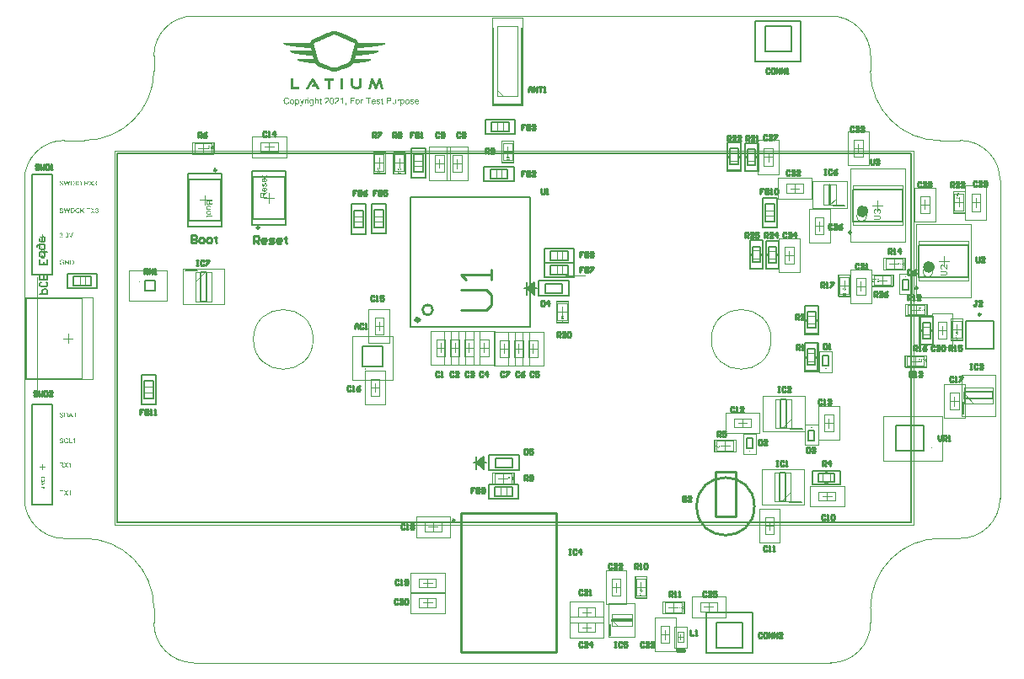
<source format=gto>
G04*
G04 #@! TF.GenerationSoftware,Altium Limited,Altium Designer,19.1.9 (167)*
G04*
G04 Layer_Color=65535*
%FSLAX25Y25*%
%MOIN*%
G70*
G01*
G75*
%ADD10C,0.00984*%
%ADD11C,0.01000*%
%ADD12C,0.00394*%
%ADD13C,0.01575*%
%ADD14C,0.02362*%
%ADD15C,0.00787*%
%ADD16C,0.00500*%
%ADD17C,0.00800*%
%ADD18C,0.00600*%
%ADD19C,0.00050*%
%ADD20C,0.00100*%
%ADD21C,0.00591*%
%ADD22C,0.00197*%
%ADD23C,0.00400*%
G36*
X123249Y249905D02*
X123727D01*
Y249745D01*
X124204D01*
Y249586D01*
X124523D01*
Y249427D01*
X125001D01*
Y249268D01*
X125319D01*
Y249108D01*
X125638D01*
Y248949D01*
X125956D01*
Y248790D01*
X126434D01*
Y248631D01*
X126753D01*
Y248471D01*
X127231D01*
Y248312D01*
X127549D01*
Y248153D01*
X127868D01*
Y247993D01*
X128186D01*
Y247834D01*
X128664D01*
Y247675D01*
X128983D01*
Y247516D01*
X129460D01*
Y247356D01*
X129779D01*
Y247197D01*
X130097D01*
Y247038D01*
X130416D01*
Y246879D01*
X130894D01*
Y246719D01*
X131212D01*
Y246560D01*
X131372D01*
Y246401D01*
X131531D01*
Y246241D01*
X131690D01*
Y246082D01*
X131850D01*
Y245923D01*
Y245764D01*
X132009D01*
Y245604D01*
Y245445D01*
Y245286D01*
X142840D01*
Y245127D01*
Y244967D01*
Y244808D01*
X142521D01*
Y244649D01*
X142202D01*
Y244490D01*
X141725D01*
Y244330D01*
X140928D01*
Y244171D01*
X139972D01*
Y244012D01*
X139017D01*
Y243852D01*
X137583D01*
Y243693D01*
X136150D01*
Y243534D01*
X134239D01*
Y243375D01*
X131850D01*
Y243215D01*
Y243056D01*
X131690D01*
Y242897D01*
Y242738D01*
Y242578D01*
Y242419D01*
X131531D01*
Y242260D01*
Y242100D01*
X139972D01*
Y241941D01*
Y241782D01*
Y241623D01*
X139813D01*
Y241463D01*
X139495D01*
Y241304D01*
X139017D01*
Y241145D01*
X138221D01*
Y240985D01*
X137424D01*
Y240826D01*
X136469D01*
Y240667D01*
X135194D01*
Y240508D01*
X133761D01*
Y240348D01*
X131850D01*
Y240189D01*
X131053D01*
Y240030D01*
X130894D01*
Y239871D01*
Y239711D01*
Y239552D01*
Y239393D01*
X130735D01*
Y239233D01*
Y239074D01*
Y238915D01*
X137106D01*
Y238756D01*
Y238596D01*
Y238437D01*
Y238278D01*
X136787D01*
Y238119D01*
X136309D01*
Y237959D01*
X135831D01*
Y237800D01*
X134876D01*
Y237641D01*
X133920D01*
Y237481D01*
X132805D01*
Y237322D01*
X131531D01*
Y237163D01*
X130097D01*
Y237004D01*
X129938D01*
Y236844D01*
X129779D01*
Y236685D01*
X129620D01*
Y236526D01*
X129460D01*
Y236367D01*
X129301D01*
Y236207D01*
X128983D01*
Y236048D01*
X128823D01*
Y235889D01*
X128346D01*
Y235729D01*
X127868D01*
Y235570D01*
X127549D01*
Y235411D01*
X127071D01*
Y235252D01*
X126753D01*
Y235092D01*
X126275D01*
Y234933D01*
X125797D01*
Y234774D01*
X125479D01*
Y234614D01*
X125001D01*
Y234455D01*
X124682D01*
Y234296D01*
X124204D01*
Y234137D01*
X123727D01*
Y233977D01*
X122930D01*
Y233818D01*
X122293D01*
Y233977D01*
X121337D01*
Y234137D01*
X121019D01*
Y234296D01*
X120541D01*
Y234455D01*
X120063D01*
Y234614D01*
X119745D01*
Y234774D01*
X119267D01*
Y234933D01*
X118948D01*
Y235092D01*
X118471D01*
Y235252D01*
X117993D01*
Y235411D01*
X117674D01*
Y235570D01*
X117196D01*
Y235729D01*
X116719D01*
Y235889D01*
X116400D01*
Y236048D01*
X116082D01*
Y236207D01*
X115922D01*
Y236367D01*
X115604D01*
Y236526D01*
X115444D01*
Y236685D01*
X115285D01*
Y236844D01*
Y237004D01*
X115126D01*
Y237163D01*
X113692D01*
Y237322D01*
X112418D01*
Y237481D01*
X111144D01*
Y237641D01*
X110188D01*
Y237800D01*
X109392D01*
Y237959D01*
X108755D01*
Y238119D01*
X108277D01*
Y238278D01*
X108118D01*
Y238437D01*
X107958D01*
Y238596D01*
Y238756D01*
X108118D01*
Y238915D01*
X114489D01*
Y239074D01*
X114329D01*
Y239233D01*
Y239393D01*
Y239552D01*
X114170D01*
Y239711D01*
Y239871D01*
Y240030D01*
Y240189D01*
X113215D01*
Y240348D01*
X111462D01*
Y240508D01*
X110029D01*
Y240667D01*
X108755D01*
Y240826D01*
X107799D01*
Y240985D01*
X106844D01*
Y241145D01*
X106207D01*
Y241304D01*
X105569D01*
Y241463D01*
X105251D01*
Y241623D01*
Y241782D01*
X105092D01*
Y241941D01*
Y242100D01*
X113533D01*
Y242260D01*
Y242419D01*
Y242578D01*
Y242738D01*
X113374D01*
Y242897D01*
Y243056D01*
Y243215D01*
X113215D01*
Y243375D01*
X110825D01*
Y243534D01*
X109073D01*
Y243693D01*
X107481D01*
Y243852D01*
X106207D01*
Y244012D01*
X105092D01*
Y244171D01*
X104136D01*
Y244330D01*
X103499D01*
Y244490D01*
X102862D01*
Y244649D01*
X102543D01*
Y244808D01*
X102384D01*
Y244967D01*
Y245127D01*
Y245286D01*
X113055D01*
Y245445D01*
Y245604D01*
X113215D01*
Y245764D01*
Y245923D01*
X113374D01*
Y246082D01*
Y246241D01*
X113533D01*
Y246401D01*
X113692D01*
Y246560D01*
X114011D01*
Y246719D01*
X114329D01*
Y246879D01*
X114648D01*
Y247038D01*
X114967D01*
Y247197D01*
X115444D01*
Y247356D01*
X115763D01*
Y247516D01*
X116082D01*
Y247675D01*
X116559D01*
Y247834D01*
X116878D01*
Y247993D01*
X117196D01*
Y248153D01*
X117674D01*
Y248312D01*
X117993D01*
Y248471D01*
X118311D01*
Y248631D01*
X118789D01*
Y248790D01*
X119108D01*
Y248949D01*
X119426D01*
Y249108D01*
X119904D01*
Y249268D01*
X120223D01*
Y249427D01*
X120541D01*
Y249586D01*
X121019D01*
Y249745D01*
X121337D01*
Y249905D01*
X121975D01*
Y250064D01*
X123249D01*
Y249905D01*
D02*
G37*
G36*
X140725Y231318D02*
X140809D01*
Y231234D01*
X140893D01*
Y231150D01*
X140977D01*
Y231066D01*
Y230982D01*
Y230898D01*
X141061D01*
Y230814D01*
Y230730D01*
Y230646D01*
X141145D01*
Y230562D01*
Y230478D01*
Y230394D01*
Y230310D01*
X141229D01*
Y230226D01*
Y230142D01*
Y230058D01*
Y229974D01*
X141313D01*
Y229890D01*
Y229806D01*
Y229722D01*
Y229638D01*
X141397D01*
Y229554D01*
Y229470D01*
Y229386D01*
Y229302D01*
X141481D01*
Y229218D01*
Y229134D01*
Y229050D01*
Y228966D01*
X141565D01*
Y228882D01*
Y228798D01*
Y228714D01*
X141649D01*
Y228630D01*
Y228546D01*
Y228462D01*
Y228378D01*
X141733D01*
Y228294D01*
Y228210D01*
Y228126D01*
Y228042D01*
X141817D01*
Y227958D01*
Y227874D01*
Y227790D01*
Y227706D01*
X141901D01*
Y227622D01*
Y227538D01*
Y227454D01*
Y227370D01*
X141985D01*
Y227286D01*
Y227202D01*
Y227118D01*
Y227034D01*
X141061D01*
Y227118D01*
X140977D01*
Y227202D01*
Y227286D01*
Y227370D01*
X140893D01*
Y227454D01*
Y227538D01*
Y227622D01*
Y227706D01*
X140809D01*
Y227790D01*
Y227874D01*
Y227958D01*
Y228042D01*
X140725D01*
Y228126D01*
Y228210D01*
Y228294D01*
Y228378D01*
X140641D01*
Y228462D01*
Y228546D01*
Y228630D01*
Y228714D01*
X140557D01*
Y228798D01*
Y228882D01*
Y228966D01*
Y229050D01*
X140473D01*
Y229134D01*
Y229218D01*
Y229302D01*
Y229386D01*
X140389D01*
Y229302D01*
X140305D01*
Y229218D01*
Y229134D01*
X140221D01*
Y229050D01*
Y228966D01*
X140137D01*
Y228882D01*
Y228798D01*
Y228714D01*
X140053D01*
Y228630D01*
Y228546D01*
X139969D01*
Y228462D01*
Y228378D01*
Y228294D01*
X139885D01*
Y228210D01*
Y228126D01*
X139801D01*
Y228042D01*
Y227958D01*
X139717D01*
Y227874D01*
Y227790D01*
Y227706D01*
X139633D01*
Y227622D01*
Y227538D01*
X139549D01*
Y227454D01*
Y227370D01*
Y227286D01*
X139465D01*
Y227202D01*
X139381D01*
Y227118D01*
X139297D01*
Y227034D01*
X139213D01*
Y226950D01*
X138877D01*
Y227034D01*
X138709D01*
Y227118D01*
X138625D01*
Y227202D01*
X138541D01*
Y227286D01*
Y227370D01*
X138457D01*
Y227454D01*
Y227538D01*
Y227622D01*
X138373D01*
Y227706D01*
Y227790D01*
X138289D01*
Y227874D01*
Y227958D01*
X138205D01*
Y228042D01*
Y228126D01*
Y228210D01*
X138121D01*
Y228294D01*
Y228378D01*
X138037D01*
Y228462D01*
Y228546D01*
Y228630D01*
X137953D01*
Y228714D01*
Y228798D01*
X137869D01*
Y228882D01*
Y228966D01*
Y229050D01*
X137785D01*
Y229134D01*
Y229218D01*
X137701D01*
Y229302D01*
Y229386D01*
X137617D01*
Y229302D01*
Y229218D01*
X137533D01*
Y229134D01*
Y229050D01*
Y228966D01*
Y228882D01*
X137449D01*
Y228798D01*
Y228714D01*
Y228630D01*
Y228546D01*
X137365D01*
Y228462D01*
Y228378D01*
Y228294D01*
Y228210D01*
X137281D01*
Y228126D01*
Y228042D01*
Y227958D01*
Y227874D01*
X137197D01*
Y227790D01*
Y227706D01*
Y227622D01*
X137113D01*
Y227538D01*
Y227454D01*
Y227370D01*
Y227286D01*
X137029D01*
Y227202D01*
Y227118D01*
Y227034D01*
X136021D01*
Y227118D01*
Y227202D01*
X136105D01*
Y227286D01*
Y227370D01*
Y227454D01*
Y227538D01*
X136189D01*
Y227622D01*
Y227706D01*
Y227790D01*
Y227874D01*
X136273D01*
Y227958D01*
Y228042D01*
Y228126D01*
Y228210D01*
X136357D01*
Y228294D01*
Y228378D01*
Y228462D01*
Y228546D01*
X136441D01*
Y228630D01*
Y228714D01*
Y228798D01*
X136525D01*
Y228882D01*
Y228966D01*
Y229050D01*
Y229134D01*
X136609D01*
Y229218D01*
Y229302D01*
Y229386D01*
Y229470D01*
X136693D01*
Y229554D01*
Y229638D01*
Y229722D01*
Y229806D01*
X136777D01*
Y229890D01*
Y229974D01*
Y230058D01*
Y230142D01*
X136861D01*
Y230226D01*
Y230310D01*
Y230394D01*
Y230478D01*
X136945D01*
Y230562D01*
Y230646D01*
Y230730D01*
X137029D01*
Y230814D01*
Y230898D01*
Y230982D01*
Y231066D01*
X137113D01*
Y231150D01*
Y231234D01*
X137197D01*
Y231318D01*
X137365D01*
Y231402D01*
X137701D01*
Y231318D01*
X137869D01*
Y231234D01*
X137953D01*
Y231150D01*
Y231066D01*
X138037D01*
Y230982D01*
Y230898D01*
X138121D01*
Y230814D01*
Y230730D01*
X138205D01*
Y230646D01*
Y230562D01*
Y230478D01*
X138289D01*
Y230394D01*
Y230310D01*
X138373D01*
Y230226D01*
Y230142D01*
X138457D01*
Y230058D01*
Y229974D01*
Y229890D01*
X138541D01*
Y229806D01*
Y229722D01*
X138625D01*
Y229638D01*
Y229554D01*
Y229470D01*
X138709D01*
Y229386D01*
Y229302D01*
X138793D01*
Y229218D01*
Y229134D01*
X138877D01*
Y229050D01*
Y228966D01*
Y228882D01*
X138961D01*
Y228798D01*
Y228714D01*
X139129D01*
Y228798D01*
Y228882D01*
X139213D01*
Y228966D01*
Y229050D01*
Y229134D01*
X139297D01*
Y229218D01*
Y229302D01*
X139381D01*
Y229386D01*
Y229470D01*
Y229554D01*
X139465D01*
Y229638D01*
Y229722D01*
X139549D01*
Y229806D01*
Y229890D01*
Y229974D01*
X139633D01*
Y230058D01*
Y230142D01*
X139717D01*
Y230226D01*
Y230310D01*
X139801D01*
Y230394D01*
Y230478D01*
Y230562D01*
X139885D01*
Y230646D01*
Y230730D01*
X139969D01*
Y230814D01*
Y230898D01*
X140053D01*
Y230982D01*
Y231066D01*
Y231150D01*
X140137D01*
Y231234D01*
X140221D01*
Y231318D01*
X140389D01*
Y231402D01*
X140725D01*
Y231318D01*
D02*
G37*
G36*
X133501Y231234D02*
Y231150D01*
Y231066D01*
Y230982D01*
Y230898D01*
Y230814D01*
Y230730D01*
Y230646D01*
Y230562D01*
Y230478D01*
Y230394D01*
Y230310D01*
Y230226D01*
Y230142D01*
Y230058D01*
Y229974D01*
Y229890D01*
Y229806D01*
Y229722D01*
Y229638D01*
Y229554D01*
Y229470D01*
Y229386D01*
Y229302D01*
Y229218D01*
Y229134D01*
Y229050D01*
Y228966D01*
Y228882D01*
Y228798D01*
Y228714D01*
Y228630D01*
Y228546D01*
Y228462D01*
X133417D01*
Y228378D01*
Y228294D01*
Y228210D01*
Y228126D01*
X133333D01*
Y228042D01*
Y227958D01*
Y227874D01*
X133249D01*
Y227790D01*
Y227706D01*
X133165D01*
Y227622D01*
X133081D01*
Y227538D01*
X132997D01*
Y227454D01*
X132913D01*
Y227370D01*
X132829D01*
Y227286D01*
X132661D01*
Y227202D01*
X132493D01*
Y227118D01*
X132241D01*
Y227034D01*
X131737D01*
Y226950D01*
X130812D01*
Y227034D01*
X130308D01*
Y227118D01*
X130056D01*
Y227202D01*
X129888D01*
Y227286D01*
X129720D01*
Y227370D01*
X129636D01*
Y227454D01*
X129552D01*
Y227538D01*
X129468D01*
Y227622D01*
X129384D01*
Y227706D01*
X129300D01*
Y227790D01*
Y227874D01*
X129216D01*
Y227958D01*
Y228042D01*
Y228126D01*
X129132D01*
Y228210D01*
Y228294D01*
Y228378D01*
Y228462D01*
X129048D01*
Y228546D01*
Y228630D01*
Y228714D01*
Y228798D01*
Y228882D01*
Y228966D01*
Y229050D01*
Y229134D01*
Y229218D01*
Y229302D01*
Y229386D01*
Y229470D01*
Y229554D01*
Y229638D01*
Y229722D01*
Y229806D01*
Y229890D01*
Y229974D01*
Y230058D01*
Y230142D01*
Y230226D01*
Y230310D01*
Y230394D01*
Y230478D01*
Y230562D01*
Y230646D01*
Y230730D01*
Y230814D01*
Y230898D01*
Y230982D01*
Y231066D01*
Y231150D01*
Y231234D01*
Y231318D01*
X130056D01*
Y231234D01*
Y231150D01*
Y231066D01*
Y230982D01*
Y230898D01*
Y230814D01*
Y230730D01*
Y230646D01*
Y230562D01*
Y230478D01*
Y230394D01*
Y230310D01*
Y230226D01*
Y230142D01*
Y230058D01*
Y229974D01*
Y229890D01*
Y229806D01*
Y229722D01*
Y229638D01*
Y229554D01*
Y229470D01*
Y229386D01*
Y229302D01*
Y229218D01*
Y229134D01*
Y229050D01*
Y228966D01*
Y228882D01*
Y228798D01*
Y228714D01*
Y228630D01*
X130140D01*
Y228546D01*
Y228462D01*
Y228378D01*
X130224D01*
Y228294D01*
X130308D01*
Y228210D01*
X130392D01*
Y228126D01*
X130560D01*
Y228042D01*
X131064D01*
Y227958D01*
X131484D01*
Y228042D01*
X131989D01*
Y228126D01*
X132241D01*
Y228210D01*
X132325D01*
Y228294D01*
X132409D01*
Y228378D01*
Y228462D01*
X132493D01*
Y228546D01*
Y228630D01*
Y228714D01*
Y228798D01*
Y228882D01*
Y228966D01*
Y229050D01*
Y229134D01*
Y229218D01*
Y229302D01*
Y229386D01*
Y229470D01*
Y229554D01*
Y229638D01*
Y229722D01*
Y229806D01*
Y229890D01*
Y229974D01*
Y230058D01*
Y230142D01*
Y230226D01*
Y230310D01*
Y230394D01*
Y230478D01*
Y230562D01*
Y230646D01*
Y230730D01*
Y230814D01*
Y230898D01*
Y230982D01*
Y231066D01*
Y231150D01*
Y231234D01*
Y231318D01*
X133501D01*
Y231234D01*
D02*
G37*
G36*
X126108D02*
Y231150D01*
Y231066D01*
Y230982D01*
Y230898D01*
Y230814D01*
Y230730D01*
Y230646D01*
Y230562D01*
Y230478D01*
Y230394D01*
Y230310D01*
Y230226D01*
Y230142D01*
Y230058D01*
Y229974D01*
Y229890D01*
Y229806D01*
Y229722D01*
Y229638D01*
Y229554D01*
Y229470D01*
Y229386D01*
Y229302D01*
Y229218D01*
Y229134D01*
Y229050D01*
Y228966D01*
Y228882D01*
Y228798D01*
Y228714D01*
Y228630D01*
Y228546D01*
Y228462D01*
Y228378D01*
Y228294D01*
Y228210D01*
Y228126D01*
Y228042D01*
Y227958D01*
Y227874D01*
Y227790D01*
Y227706D01*
Y227622D01*
Y227538D01*
Y227454D01*
Y227370D01*
Y227286D01*
Y227202D01*
Y227118D01*
Y227034D01*
X125100D01*
Y227118D01*
Y227202D01*
Y227286D01*
Y227370D01*
Y227454D01*
Y227538D01*
Y227622D01*
Y227706D01*
Y227790D01*
Y227874D01*
Y227958D01*
Y228042D01*
Y228126D01*
Y228210D01*
Y228294D01*
Y228378D01*
Y228462D01*
Y228546D01*
Y228630D01*
Y228714D01*
Y228798D01*
Y228882D01*
Y228966D01*
Y229050D01*
Y229134D01*
Y229218D01*
Y229302D01*
Y229386D01*
Y229470D01*
Y229554D01*
Y229638D01*
Y229722D01*
Y229806D01*
Y229890D01*
Y229974D01*
Y230058D01*
Y230142D01*
Y230226D01*
Y230310D01*
Y230394D01*
Y230478D01*
Y230562D01*
Y230646D01*
Y230730D01*
Y230814D01*
Y230898D01*
Y230982D01*
Y231066D01*
Y231150D01*
Y231234D01*
Y231318D01*
X126108D01*
Y231234D01*
D02*
G37*
G36*
X122412D02*
Y231150D01*
Y231066D01*
Y230982D01*
Y230898D01*
Y230814D01*
Y230730D01*
Y230646D01*
Y230562D01*
Y230478D01*
Y230394D01*
Y230310D01*
X120984D01*
Y230226D01*
Y230142D01*
Y230058D01*
Y229974D01*
Y229890D01*
Y229806D01*
Y229722D01*
Y229638D01*
Y229554D01*
Y229470D01*
Y229386D01*
Y229302D01*
Y229218D01*
Y229134D01*
Y229050D01*
Y228966D01*
Y228882D01*
Y228798D01*
Y228714D01*
Y228630D01*
Y228546D01*
Y228462D01*
Y228378D01*
Y228294D01*
Y228210D01*
Y228126D01*
Y228042D01*
Y227958D01*
Y227874D01*
Y227790D01*
Y227706D01*
Y227622D01*
Y227538D01*
Y227454D01*
Y227370D01*
Y227286D01*
Y227202D01*
Y227118D01*
Y227034D01*
X119976D01*
Y227118D01*
Y227202D01*
Y227286D01*
Y227370D01*
Y227454D01*
Y227538D01*
Y227622D01*
Y227706D01*
Y227790D01*
Y227874D01*
Y227958D01*
Y228042D01*
Y228126D01*
Y228210D01*
Y228294D01*
Y228378D01*
Y228462D01*
Y228546D01*
Y228630D01*
Y228714D01*
Y228798D01*
Y228882D01*
Y228966D01*
Y229050D01*
Y229134D01*
Y229218D01*
Y229302D01*
Y229386D01*
Y229470D01*
Y229554D01*
Y229638D01*
Y229722D01*
Y229806D01*
Y229890D01*
Y229974D01*
Y230058D01*
Y230142D01*
Y230226D01*
Y230310D01*
X118547D01*
Y230394D01*
Y230478D01*
Y230562D01*
Y230646D01*
Y230730D01*
Y230814D01*
Y230898D01*
Y230982D01*
Y231066D01*
Y231150D01*
Y231234D01*
Y231318D01*
X122412D01*
Y231234D01*
D02*
G37*
G36*
X114263Y231318D02*
X114347D01*
Y231234D01*
X114431D01*
Y231150D01*
X114515D01*
Y231066D01*
X114599D01*
Y230982D01*
Y230898D01*
X114683D01*
Y230814D01*
Y230730D01*
X114767D01*
Y230646D01*
Y230562D01*
X114851D01*
Y230478D01*
X114935D01*
Y230394D01*
Y230310D01*
X115019D01*
Y230226D01*
Y230142D01*
X115103D01*
Y230058D01*
Y229974D01*
X115187D01*
Y229890D01*
X115271D01*
Y229806D01*
Y229722D01*
X115355D01*
Y229638D01*
Y229554D01*
X115439D01*
Y229470D01*
Y229386D01*
X115523D01*
Y229302D01*
X115607D01*
Y229218D01*
Y229134D01*
X115691D01*
Y229050D01*
Y228966D01*
X115775D01*
Y228882D01*
X115859D01*
Y228798D01*
Y228714D01*
X115943D01*
Y228630D01*
Y228546D01*
X116027D01*
Y228462D01*
Y228378D01*
X116111D01*
Y228294D01*
X116195D01*
Y228210D01*
Y228126D01*
X116279D01*
Y228042D01*
Y227958D01*
X116363D01*
Y227874D01*
Y227790D01*
X116447D01*
Y227706D01*
X116531D01*
Y227622D01*
Y227538D01*
X116615D01*
Y227454D01*
Y227370D01*
X116699D01*
Y227286D01*
Y227202D01*
X116783D01*
Y227118D01*
Y227034D01*
X115607D01*
Y227118D01*
Y227202D01*
X115523D01*
Y227286D01*
Y227370D01*
X115439D01*
Y227454D01*
Y227538D01*
X115355D01*
Y227622D01*
X115271D01*
Y227706D01*
Y227790D01*
X115187D01*
Y227874D01*
Y227958D01*
X115103D01*
Y228042D01*
X113591D01*
Y228126D01*
Y228210D01*
X113675D01*
Y228294D01*
Y228378D01*
X113759D01*
Y228462D01*
Y228546D01*
X113843D01*
Y228630D01*
Y228714D01*
X113927D01*
Y228798D01*
X114011D01*
Y228882D01*
X114095D01*
Y228966D01*
X114515D01*
Y229050D01*
Y229134D01*
X114431D01*
Y229218D01*
Y229302D01*
X114347D01*
Y229386D01*
Y229470D01*
X114263D01*
Y229554D01*
X114179D01*
Y229638D01*
Y229722D01*
X114095D01*
Y229806D01*
Y229890D01*
X114011D01*
Y229806D01*
X113927D01*
Y229722D01*
Y229638D01*
X113843D01*
Y229554D01*
Y229470D01*
X113759D01*
Y229386D01*
Y229302D01*
X113675D01*
Y229218D01*
X113591D01*
Y229134D01*
Y229050D01*
X113507D01*
Y228966D01*
Y228882D01*
X113423D01*
Y228798D01*
Y228714D01*
X113339D01*
Y228630D01*
X113255D01*
Y228546D01*
Y228462D01*
X113171D01*
Y228378D01*
Y228294D01*
X113087D01*
Y228210D01*
Y228126D01*
X113003D01*
Y228042D01*
Y227958D01*
X112919D01*
Y227874D01*
X112835D01*
Y227790D01*
Y227706D01*
X112751D01*
Y227622D01*
Y227538D01*
X112667D01*
Y227454D01*
Y227370D01*
X112583D01*
Y227286D01*
X112499D01*
Y227202D01*
Y227118D01*
X112415D01*
Y227034D01*
X111323D01*
Y227118D01*
Y227202D01*
X111407D01*
Y227286D01*
Y227370D01*
X111491D01*
Y227454D01*
Y227538D01*
X111575D01*
Y227622D01*
X111659D01*
Y227706D01*
Y227790D01*
X111743D01*
Y227874D01*
Y227958D01*
X111827D01*
Y228042D01*
X111911D01*
Y228126D01*
Y228210D01*
X111995D01*
Y228294D01*
Y228378D01*
X112079D01*
Y228462D01*
Y228546D01*
X112163D01*
Y228630D01*
X112247D01*
Y228714D01*
Y228798D01*
X112331D01*
Y228882D01*
Y228966D01*
X112415D01*
Y229050D01*
Y229134D01*
X112499D01*
Y229218D01*
X112583D01*
Y229302D01*
Y229386D01*
X112667D01*
Y229470D01*
Y229554D01*
X112751D01*
Y229638D01*
Y229722D01*
X112835D01*
Y229806D01*
X112919D01*
Y229890D01*
Y229974D01*
X113003D01*
Y230058D01*
Y230142D01*
X113087D01*
Y230226D01*
Y230310D01*
X113171D01*
Y230394D01*
X113255D01*
Y230478D01*
Y230562D01*
X113339D01*
Y230646D01*
Y230730D01*
X113423D01*
Y230814D01*
Y230898D01*
X113507D01*
Y230982D01*
X113591D01*
Y231066D01*
Y231150D01*
X113675D01*
Y231234D01*
X113759D01*
Y231318D01*
X113927D01*
Y231402D01*
X114263D01*
Y231318D01*
D02*
G37*
G36*
X106283Y231234D02*
Y231150D01*
Y231066D01*
Y230982D01*
Y230898D01*
Y230814D01*
Y230730D01*
Y230646D01*
Y230562D01*
Y230478D01*
Y230394D01*
Y230310D01*
Y230226D01*
Y230142D01*
Y230058D01*
Y229974D01*
Y229890D01*
Y229806D01*
Y229722D01*
Y229638D01*
Y229554D01*
Y229470D01*
Y229386D01*
Y229302D01*
Y229218D01*
Y229134D01*
Y229050D01*
Y228966D01*
Y228882D01*
Y228798D01*
Y228714D01*
Y228630D01*
Y228546D01*
Y228462D01*
Y228378D01*
Y228294D01*
Y228210D01*
Y228126D01*
Y228042D01*
X108803D01*
Y227958D01*
Y227874D01*
Y227790D01*
Y227706D01*
Y227622D01*
Y227538D01*
Y227454D01*
Y227370D01*
Y227286D01*
Y227202D01*
Y227118D01*
Y227034D01*
X105274D01*
Y227118D01*
Y227202D01*
Y227286D01*
Y227370D01*
Y227454D01*
Y227538D01*
Y227622D01*
Y227706D01*
Y227790D01*
Y227874D01*
Y227958D01*
Y228042D01*
Y228126D01*
Y228210D01*
Y228294D01*
Y228378D01*
Y228462D01*
Y228546D01*
Y228630D01*
Y228714D01*
Y228798D01*
Y228882D01*
Y228966D01*
Y229050D01*
Y229134D01*
Y229218D01*
Y229302D01*
Y229386D01*
Y229470D01*
Y229554D01*
Y229638D01*
Y229722D01*
Y229806D01*
Y229890D01*
Y229974D01*
Y230058D01*
Y230142D01*
Y230226D01*
Y230310D01*
Y230394D01*
Y230478D01*
Y230562D01*
Y230646D01*
Y230730D01*
Y230814D01*
Y230898D01*
Y230982D01*
Y231066D01*
Y231150D01*
Y231234D01*
Y231318D01*
X106283D01*
Y231234D01*
D02*
G37*
G36*
X112420Y223302D02*
X112105D01*
Y223660D01*
X112420D01*
Y223302D01*
D02*
G37*
G36*
X103769Y223701D02*
X103802Y223697D01*
X103843Y223694D01*
X103884Y223690D01*
X103932Y223679D01*
X104032Y223657D01*
X104143Y223623D01*
X104198Y223601D01*
X104250Y223575D01*
X104302Y223542D01*
X104354Y223509D01*
X104357Y223505D01*
X104365Y223501D01*
X104380Y223490D01*
X104398Y223472D01*
X104417Y223453D01*
X104443Y223427D01*
X104468Y223398D01*
X104498Y223368D01*
X104528Y223331D01*
X104557Y223287D01*
X104590Y223242D01*
X104620Y223194D01*
X104646Y223139D01*
X104676Y223083D01*
X104698Y223024D01*
X104720Y222957D01*
X104387Y222880D01*
Y222883D01*
X104383Y222891D01*
X104376Y222906D01*
X104368Y222924D01*
X104361Y222946D01*
X104350Y222976D01*
X104320Y223035D01*
X104283Y223102D01*
X104239Y223168D01*
X104183Y223231D01*
X104124Y223287D01*
X104117Y223294D01*
X104095Y223309D01*
X104058Y223327D01*
X104010Y223353D01*
X103947Y223376D01*
X103876Y223398D01*
X103791Y223412D01*
X103699Y223416D01*
X103669D01*
X103651Y223412D01*
X103625D01*
X103595Y223409D01*
X103525Y223398D01*
X103447Y223383D01*
X103366Y223357D01*
X103281Y223320D01*
X103203Y223272D01*
X103199D01*
X103196Y223265D01*
X103170Y223246D01*
X103136Y223216D01*
X103096Y223172D01*
X103048Y223116D01*
X103003Y223054D01*
X102963Y222976D01*
X102926Y222891D01*
Y222887D01*
X102922Y222880D01*
X102918Y222869D01*
X102914Y222850D01*
X102907Y222828D01*
X102900Y222802D01*
X102889Y222739D01*
X102874Y222665D01*
X102859Y222584D01*
X102851Y222495D01*
X102848Y222399D01*
Y222395D01*
Y222384D01*
Y222365D01*
Y222343D01*
X102851Y222317D01*
Y222284D01*
X102855Y222247D01*
X102859Y222206D01*
X102870Y222117D01*
X102889Y222021D01*
X102911Y221925D01*
X102940Y221829D01*
Y221825D01*
X102944Y221818D01*
X102951Y221807D01*
X102959Y221788D01*
X102981Y221744D01*
X103014Y221692D01*
X103055Y221633D01*
X103107Y221570D01*
X103166Y221514D01*
X103236Y221463D01*
X103240D01*
X103247Y221459D01*
X103259Y221451D01*
X103273Y221444D01*
X103292Y221437D01*
X103314Y221426D01*
X103366Y221403D01*
X103432Y221381D01*
X103506Y221363D01*
X103588Y221348D01*
X103673Y221344D01*
X103699D01*
X103721Y221348D01*
X103747D01*
X103773Y221352D01*
X103839Y221366D01*
X103917Y221385D01*
X103995Y221414D01*
X104076Y221455D01*
X104117Y221477D01*
X104154Y221507D01*
X104158Y221511D01*
X104161Y221514D01*
X104172Y221526D01*
X104187Y221537D01*
X104202Y221555D01*
X104220Y221577D01*
X104243Y221600D01*
X104261Y221629D01*
X104283Y221662D01*
X104309Y221699D01*
X104332Y221736D01*
X104354Y221781D01*
X104372Y221829D01*
X104391Y221881D01*
X104409Y221936D01*
X104424Y221995D01*
X104764Y221910D01*
Y221907D01*
X104761Y221892D01*
X104753Y221870D01*
X104742Y221840D01*
X104731Y221807D01*
X104716Y221766D01*
X104698Y221722D01*
X104676Y221673D01*
X104624Y221570D01*
X104557Y221466D01*
X104516Y221414D01*
X104476Y221363D01*
X104431Y221318D01*
X104380Y221274D01*
X104376Y221270D01*
X104368Y221263D01*
X104350Y221255D01*
X104332Y221241D01*
X104302Y221222D01*
X104272Y221204D01*
X104232Y221185D01*
X104191Y221167D01*
X104143Y221144D01*
X104091Y221126D01*
X104035Y221107D01*
X103976Y221089D01*
X103913Y221074D01*
X103847Y221067D01*
X103777Y221059D01*
X103702Y221056D01*
X103662D01*
X103632Y221059D01*
X103599D01*
X103558Y221063D01*
X103514Y221070D01*
X103462Y221078D01*
X103355Y221096D01*
X103244Y221126D01*
X103133Y221167D01*
X103081Y221193D01*
X103029Y221222D01*
X103025Y221226D01*
X103018Y221230D01*
X103003Y221241D01*
X102988Y221255D01*
X102966Y221270D01*
X102940Y221292D01*
X102911Y221318D01*
X102881Y221348D01*
X102851Y221381D01*
X102818Y221414D01*
X102752Y221500D01*
X102689Y221600D01*
X102633Y221710D01*
Y221714D01*
X102626Y221725D01*
X102622Y221744D01*
X102611Y221766D01*
X102604Y221796D01*
X102593Y221833D01*
X102578Y221873D01*
X102567Y221918D01*
X102556Y221966D01*
X102541Y222021D01*
X102522Y222136D01*
X102507Y222266D01*
X102500Y222399D01*
Y222402D01*
Y222417D01*
Y222439D01*
X102504Y222465D01*
Y222502D01*
X102507Y222539D01*
X102511Y222587D01*
X102518Y222636D01*
X102537Y222743D01*
X102563Y222861D01*
X102600Y222980D01*
X102652Y223094D01*
X102655Y223098D01*
X102659Y223109D01*
X102666Y223124D01*
X102681Y223142D01*
X102696Y223168D01*
X102715Y223198D01*
X102763Y223265D01*
X102826Y223339D01*
X102900Y223412D01*
X102985Y223486D01*
X103085Y223549D01*
X103088Y223553D01*
X103099Y223557D01*
X103114Y223564D01*
X103133Y223575D01*
X103162Y223586D01*
X103192Y223598D01*
X103229Y223612D01*
X103270Y223627D01*
X103314Y223642D01*
X103362Y223657D01*
X103466Y223679D01*
X103584Y223697D01*
X103706Y223705D01*
X103743D01*
X103769Y223701D01*
D02*
G37*
G36*
X149597Y222994D02*
X149623Y222991D01*
X149679Y222983D01*
X149745Y222969D01*
X149816Y222946D01*
X149886Y222913D01*
X149956Y222872D01*
X149960D01*
X149964Y222865D01*
X149986Y222850D01*
X150019Y222820D01*
X150060Y222783D01*
X150104Y222735D01*
X150149Y222676D01*
X150193Y222606D01*
X150230Y222528D01*
Y222524D01*
X150234Y222517D01*
X150237Y222506D01*
X150245Y222491D01*
X150252Y222469D01*
X150260Y222443D01*
X150278Y222384D01*
X150297Y222310D01*
X150311Y222229D01*
X150322Y222136D01*
X150326Y222040D01*
Y222036D01*
Y222029D01*
Y222014D01*
Y221992D01*
X150322Y221966D01*
Y221936D01*
X150315Y221870D01*
X150300Y221788D01*
X150282Y221703D01*
X150256Y221614D01*
X150223Y221526D01*
Y221522D01*
X150219Y221514D01*
X150212Y221503D01*
X150204Y221488D01*
X150178Y221448D01*
X150145Y221396D01*
X150104Y221340D01*
X150052Y221285D01*
X149993Y221230D01*
X149923Y221178D01*
X149919D01*
X149916Y221174D01*
X149904Y221167D01*
X149890Y221159D01*
X149853Y221141D01*
X149801Y221118D01*
X149738Y221096D01*
X149671Y221078D01*
X149594Y221063D01*
X149516Y221059D01*
X149490D01*
X149460Y221063D01*
X149423Y221067D01*
X149379Y221074D01*
X149331Y221085D01*
X149283Y221100D01*
X149235Y221122D01*
X149231Y221126D01*
X149213Y221133D01*
X149190Y221148D01*
X149161Y221170D01*
X149131Y221193D01*
X149094Y221222D01*
X149061Y221255D01*
X149031Y221292D01*
Y220390D01*
X148717D01*
Y222957D01*
X149002D01*
Y222713D01*
X149005Y222721D01*
X149020Y222735D01*
X149039Y222761D01*
X149068Y222791D01*
X149101Y222828D01*
X149138Y222861D01*
X149183Y222895D01*
X149227Y222924D01*
X149235Y222928D01*
X149249Y222935D01*
X149279Y222946D01*
X149316Y222961D01*
X149361Y222976D01*
X149412Y222987D01*
X149471Y222994D01*
X149538Y222998D01*
X149579D01*
X149597Y222994D01*
D02*
G37*
G36*
X108013Y222994D02*
X108039Y222991D01*
X108094Y222983D01*
X108161Y222969D01*
X108231Y222946D01*
X108302Y222913D01*
X108372Y222872D01*
X108376D01*
X108379Y222865D01*
X108402Y222850D01*
X108435Y222820D01*
X108475Y222783D01*
X108520Y222735D01*
X108564Y222676D01*
X108609Y222606D01*
X108646Y222528D01*
Y222524D01*
X108649Y222517D01*
X108653Y222506D01*
X108660Y222491D01*
X108668Y222469D01*
X108675Y222443D01*
X108694Y222384D01*
X108712Y222310D01*
X108727Y222229D01*
X108738Y222136D01*
X108742Y222040D01*
Y222036D01*
Y222029D01*
Y222014D01*
Y221992D01*
X108738Y221966D01*
Y221936D01*
X108731Y221870D01*
X108716Y221788D01*
X108697Y221703D01*
X108672Y221614D01*
X108638Y221526D01*
Y221522D01*
X108635Y221514D01*
X108627Y221503D01*
X108620Y221488D01*
X108594Y221448D01*
X108561Y221396D01*
X108520Y221340D01*
X108468Y221285D01*
X108409Y221230D01*
X108339Y221178D01*
X108335D01*
X108331Y221174D01*
X108320Y221167D01*
X108305Y221159D01*
X108268Y221141D01*
X108217Y221118D01*
X108154Y221096D01*
X108087Y221078D01*
X108009Y221063D01*
X107932Y221059D01*
X107906D01*
X107876Y221063D01*
X107839Y221067D01*
X107795Y221074D01*
X107747Y221085D01*
X107699Y221100D01*
X107650Y221122D01*
X107647Y221126D01*
X107628Y221133D01*
X107606Y221148D01*
X107576Y221170D01*
X107547Y221193D01*
X107510Y221222D01*
X107476Y221255D01*
X107447Y221292D01*
Y220390D01*
X107132D01*
Y222957D01*
X107417D01*
Y222713D01*
X107421Y222721D01*
X107436Y222735D01*
X107454Y222761D01*
X107484Y222791D01*
X107517Y222828D01*
X107554Y222861D01*
X107599Y222895D01*
X107643Y222924D01*
X107650Y222928D01*
X107665Y222935D01*
X107695Y222946D01*
X107732Y222961D01*
X107776Y222976D01*
X107828Y222987D01*
X107887Y222994D01*
X107954Y222998D01*
X107994D01*
X108013Y222994D01*
D02*
G37*
G36*
X148265Y222994D02*
X148306Y222987D01*
X148354Y222972D01*
X148406Y222954D01*
X148465Y222928D01*
X148528Y222895D01*
X148413Y222606D01*
X148410Y222610D01*
X148395Y222617D01*
X148373Y222628D01*
X148343Y222639D01*
X148310Y222650D01*
X148269Y222661D01*
X148228Y222669D01*
X148188Y222673D01*
X148169D01*
X148151Y222669D01*
X148125Y222665D01*
X148099Y222658D01*
X148065Y222647D01*
X148032Y222632D01*
X148003Y222610D01*
X147999Y222606D01*
X147988Y222599D01*
X147977Y222584D01*
X147958Y222565D01*
X147940Y222539D01*
X147921Y222510D01*
X147903Y222476D01*
X147888Y222436D01*
X147884Y222428D01*
X147880Y222406D01*
X147873Y222373D01*
X147862Y222328D01*
X147851Y222273D01*
X147844Y222210D01*
X147840Y222143D01*
X147836Y222069D01*
Y221100D01*
X147522D01*
Y222957D01*
X147807D01*
Y222676D01*
X147810Y222680D01*
X147825Y222706D01*
X147844Y222739D01*
X147873Y222780D01*
X147903Y222820D01*
X147936Y222865D01*
X147969Y222902D01*
X148003Y222932D01*
X148006Y222935D01*
X148017Y222943D01*
X148040Y222954D01*
X148062Y222965D01*
X148091Y222976D01*
X148128Y222987D01*
X148165Y222994D01*
X148206Y222998D01*
X148232D01*
X148265Y222994D01*
D02*
G37*
G36*
X133743D02*
X133783Y222987D01*
X133832Y222972D01*
X133883Y222954D01*
X133943Y222928D01*
X134005Y222895D01*
X133891Y222606D01*
X133887Y222610D01*
X133872Y222617D01*
X133850Y222628D01*
X133820Y222639D01*
X133787Y222650D01*
X133747Y222661D01*
X133706Y222669D01*
X133665Y222673D01*
X133647D01*
X133628Y222669D01*
X133602Y222665D01*
X133576Y222658D01*
X133543Y222647D01*
X133510Y222632D01*
X133480Y222610D01*
X133476Y222606D01*
X133465Y222599D01*
X133454Y222584D01*
X133436Y222565D01*
X133417Y222539D01*
X133399Y222510D01*
X133380Y222476D01*
X133365Y222436D01*
X133362Y222428D01*
X133358Y222406D01*
X133351Y222373D01*
X133340Y222328D01*
X133328Y222273D01*
X133321Y222210D01*
X133317Y222143D01*
X133314Y222069D01*
Y221100D01*
X132999D01*
Y222957D01*
X133284D01*
Y222676D01*
X133288Y222680D01*
X133302Y222706D01*
X133321Y222739D01*
X133351Y222780D01*
X133380Y222820D01*
X133414Y222865D01*
X133447Y222902D01*
X133480Y222932D01*
X133484Y222935D01*
X133495Y222943D01*
X133517Y222954D01*
X133539Y222965D01*
X133569Y222976D01*
X133606Y222987D01*
X133643Y222994D01*
X133684Y222998D01*
X133710D01*
X133743Y222994D01*
D02*
G37*
G36*
X111654Y222994D02*
X111695Y222987D01*
X111743Y222972D01*
X111794Y222954D01*
X111854Y222928D01*
X111916Y222895D01*
X111802Y222606D01*
X111798Y222610D01*
X111783Y222617D01*
X111761Y222628D01*
X111732Y222639D01*
X111698Y222650D01*
X111658Y222661D01*
X111617Y222669D01*
X111576Y222673D01*
X111558D01*
X111539Y222669D01*
X111513Y222665D01*
X111487Y222658D01*
X111454Y222647D01*
X111421Y222632D01*
X111391Y222610D01*
X111387Y222606D01*
X111376Y222599D01*
X111365Y222584D01*
X111347Y222565D01*
X111328Y222539D01*
X111310Y222510D01*
X111291Y222476D01*
X111276Y222436D01*
X111273Y222428D01*
X111269Y222406D01*
X111262Y222373D01*
X111250Y222328D01*
X111239Y222273D01*
X111232Y222210D01*
X111228Y222143D01*
X111225Y222069D01*
Y221100D01*
X110910D01*
Y222957D01*
X111195D01*
Y222676D01*
X111199Y222680D01*
X111214Y222706D01*
X111232Y222739D01*
X111262Y222780D01*
X111291Y222820D01*
X111325Y222865D01*
X111358Y222902D01*
X111391Y222932D01*
X111395Y222935D01*
X111406Y222943D01*
X111428Y222954D01*
X111450Y222965D01*
X111480Y222976D01*
X111517Y222987D01*
X111554Y222994D01*
X111595Y222998D01*
X111620D01*
X111654Y222994D01*
D02*
G37*
G36*
X153382Y222994D02*
X153438Y222991D01*
X153497Y222983D01*
X153560Y222969D01*
X153627Y222954D01*
X153690Y222932D01*
X153693D01*
X153697Y222928D01*
X153715Y222920D01*
X153745Y222906D01*
X153782Y222887D01*
X153823Y222861D01*
X153863Y222832D01*
X153900Y222798D01*
X153934Y222761D01*
X153937Y222758D01*
X153945Y222743D01*
X153960Y222717D01*
X153978Y222687D01*
X153997Y222643D01*
X154015Y222595D01*
X154030Y222539D01*
X154045Y222476D01*
X153738Y222436D01*
Y222443D01*
X153734Y222458D01*
X153726Y222484D01*
X153715Y222517D01*
X153697Y222550D01*
X153675Y222587D01*
X153649Y222624D01*
X153612Y222658D01*
X153608Y222661D01*
X153593Y222669D01*
X153571Y222684D01*
X153538Y222698D01*
X153501Y222713D01*
X153453Y222728D01*
X153393Y222735D01*
X153331Y222739D01*
X153294D01*
X153257Y222735D01*
X153208Y222732D01*
X153160Y222721D01*
X153109Y222709D01*
X153060Y222691D01*
X153020Y222665D01*
X153016Y222661D01*
X153005Y222654D01*
X152990Y222639D01*
X152975Y222617D01*
X152957Y222595D01*
X152942Y222565D01*
X152931Y222532D01*
X152927Y222499D01*
Y222495D01*
Y222487D01*
X152931Y222476D01*
Y222462D01*
X152942Y222425D01*
X152964Y222388D01*
X152968Y222384D01*
X152972Y222380D01*
X152979Y222369D01*
X152994Y222358D01*
X153009Y222347D01*
X153031Y222332D01*
X153057Y222321D01*
X153086Y222306D01*
X153090D01*
X153097Y222303D01*
X153112Y222299D01*
X153138Y222288D01*
X153175Y222277D01*
X153223Y222266D01*
X153253Y222254D01*
X153286Y222247D01*
X153323Y222236D01*
X153364Y222225D01*
X153368D01*
X153379Y222221D01*
X153397Y222217D01*
X153419Y222210D01*
X153445Y222203D01*
X153479Y222195D01*
X153549Y222173D01*
X153627Y222151D01*
X153704Y222125D01*
X153775Y222099D01*
X153804Y222088D01*
X153830Y222077D01*
X153838Y222073D01*
X153852Y222066D01*
X153875Y222055D01*
X153908Y222036D01*
X153941Y222014D01*
X153974Y221984D01*
X154008Y221951D01*
X154037Y221914D01*
X154041Y221910D01*
X154048Y221896D01*
X154063Y221873D01*
X154078Y221840D01*
X154089Y221799D01*
X154104Y221755D01*
X154111Y221703D01*
X154115Y221644D01*
Y221637D01*
Y221618D01*
X154111Y221588D01*
X154104Y221548D01*
X154093Y221503D01*
X154074Y221455D01*
X154052Y221400D01*
X154023Y221348D01*
X154019Y221340D01*
X154004Y221326D01*
X153986Y221300D01*
X153956Y221270D01*
X153915Y221237D01*
X153871Y221200D01*
X153819Y221167D01*
X153756Y221133D01*
X153752D01*
X153749Y221130D01*
X153726Y221122D01*
X153690Y221111D01*
X153641Y221096D01*
X153582Y221081D01*
X153516Y221070D01*
X153445Y221063D01*
X153364Y221059D01*
X153331D01*
X153305Y221063D01*
X153275D01*
X153238Y221067D01*
X153201Y221070D01*
X153160Y221078D01*
X153072Y221096D01*
X152979Y221122D01*
X152890Y221159D01*
X152850Y221181D01*
X152813Y221207D01*
X152809Y221211D01*
X152805Y221215D01*
X152783Y221237D01*
X152750Y221270D01*
X152713Y221322D01*
X152672Y221385D01*
X152631Y221459D01*
X152598Y221551D01*
X152572Y221655D01*
X152883Y221703D01*
Y221699D01*
Y221696D01*
X152890Y221673D01*
X152898Y221637D01*
X152912Y221596D01*
X152931Y221551D01*
X152953Y221503D01*
X152987Y221455D01*
X153027Y221414D01*
X153035Y221411D01*
X153049Y221400D01*
X153079Y221385D01*
X153116Y221366D01*
X153164Y221348D01*
X153220Y221333D01*
X153286Y221322D01*
X153364Y221318D01*
X153401D01*
X153438Y221322D01*
X153486Y221329D01*
X153538Y221340D01*
X153593Y221355D01*
X153641Y221374D01*
X153686Y221403D01*
X153690Y221407D01*
X153704Y221418D01*
X153719Y221437D01*
X153741Y221463D01*
X153760Y221492D01*
X153778Y221529D01*
X153789Y221566D01*
X153793Y221611D01*
Y221614D01*
Y221629D01*
X153789Y221648D01*
X153782Y221673D01*
X153771Y221699D01*
X153752Y221725D01*
X153730Y221755D01*
X153697Y221777D01*
X153693Y221781D01*
X153682Y221784D01*
X153664Y221796D01*
X153634Y221807D01*
X153590Y221821D01*
X153564Y221833D01*
X153534Y221840D01*
X153501Y221851D01*
X153464Y221862D01*
X153423Y221873D01*
X153375Y221884D01*
X153371D01*
X153360Y221888D01*
X153342Y221892D01*
X153320Y221899D01*
X153290Y221907D01*
X153257Y221918D01*
X153186Y221936D01*
X153105Y221962D01*
X153027Y221984D01*
X152953Y222010D01*
X152920Y222025D01*
X152894Y222036D01*
X152887Y222040D01*
X152872Y222047D01*
X152850Y222062D01*
X152820Y222080D01*
X152787Y222106D01*
X152753Y222136D01*
X152720Y222169D01*
X152690Y222210D01*
X152687Y222214D01*
X152679Y222229D01*
X152668Y222254D01*
X152657Y222284D01*
X152646Y222321D01*
X152635Y222365D01*
X152628Y222410D01*
X152624Y222462D01*
Y222469D01*
Y222484D01*
X152628Y222506D01*
X152631Y222539D01*
X152639Y222573D01*
X152646Y222613D01*
X152661Y222650D01*
X152679Y222691D01*
X152683Y222695D01*
X152690Y222709D01*
X152702Y222728D01*
X152720Y222754D01*
X152742Y222780D01*
X152768Y222813D01*
X152798Y222843D01*
X152835Y222869D01*
X152839Y222872D01*
X152850Y222876D01*
X152864Y222887D01*
X152887Y222898D01*
X152916Y222913D01*
X152950Y222928D01*
X152990Y222943D01*
X153035Y222957D01*
X153042Y222961D01*
X153057Y222965D01*
X153083Y222972D01*
X153116Y222980D01*
X153157Y222987D01*
X153201Y222991D01*
X153253Y222998D01*
X153342D01*
X153382Y222994D01*
D02*
G37*
G36*
X140051D02*
X140107Y222991D01*
X140166Y222983D01*
X140229Y222969D01*
X140296Y222954D01*
X140358Y222932D01*
X140362D01*
X140366Y222928D01*
X140384Y222920D01*
X140414Y222906D01*
X140451Y222887D01*
X140492Y222861D01*
X140532Y222832D01*
X140569Y222798D01*
X140603Y222761D01*
X140606Y222758D01*
X140614Y222743D01*
X140629Y222717D01*
X140647Y222687D01*
X140665Y222643D01*
X140684Y222595D01*
X140699Y222539D01*
X140714Y222476D01*
X140407Y222436D01*
Y222443D01*
X140403Y222458D01*
X140395Y222484D01*
X140384Y222517D01*
X140366Y222550D01*
X140344Y222587D01*
X140318Y222624D01*
X140281Y222658D01*
X140277Y222661D01*
X140262Y222669D01*
X140240Y222684D01*
X140207Y222698D01*
X140170Y222713D01*
X140122Y222728D01*
X140062Y222735D01*
X139999Y222739D01*
X139962D01*
X139926Y222735D01*
X139877Y222732D01*
X139829Y222721D01*
X139778Y222709D01*
X139729Y222691D01*
X139689Y222665D01*
X139685Y222661D01*
X139674Y222654D01*
X139659Y222639D01*
X139644Y222617D01*
X139626Y222595D01*
X139611Y222565D01*
X139600Y222532D01*
X139596Y222499D01*
Y222495D01*
Y222487D01*
X139600Y222476D01*
Y222462D01*
X139611Y222425D01*
X139633Y222388D01*
X139637Y222384D01*
X139641Y222380D01*
X139648Y222369D01*
X139663Y222358D01*
X139678Y222347D01*
X139700Y222332D01*
X139726Y222321D01*
X139755Y222306D01*
X139759D01*
X139766Y222303D01*
X139781Y222299D01*
X139807Y222288D01*
X139844Y222277D01*
X139892Y222266D01*
X139922Y222254D01*
X139955Y222247D01*
X139992Y222236D01*
X140033Y222225D01*
X140036D01*
X140048Y222221D01*
X140066Y222217D01*
X140088Y222210D01*
X140114Y222203D01*
X140147Y222195D01*
X140218Y222173D01*
X140296Y222151D01*
X140373Y222125D01*
X140444Y222099D01*
X140473Y222088D01*
X140499Y222077D01*
X140506Y222073D01*
X140521Y222066D01*
X140543Y222055D01*
X140577Y222036D01*
X140610Y222014D01*
X140643Y221984D01*
X140677Y221951D01*
X140706Y221914D01*
X140710Y221910D01*
X140717Y221896D01*
X140732Y221873D01*
X140747Y221840D01*
X140758Y221799D01*
X140773Y221755D01*
X140780Y221703D01*
X140784Y221644D01*
Y221637D01*
Y221618D01*
X140780Y221588D01*
X140773Y221548D01*
X140762Y221503D01*
X140743Y221455D01*
X140721Y221400D01*
X140691Y221348D01*
X140688Y221340D01*
X140673Y221326D01*
X140654Y221300D01*
X140625Y221270D01*
X140584Y221237D01*
X140540Y221200D01*
X140488Y221167D01*
X140425Y221133D01*
X140421D01*
X140418Y221130D01*
X140395Y221122D01*
X140358Y221111D01*
X140310Y221096D01*
X140251Y221081D01*
X140184Y221070D01*
X140114Y221063D01*
X140033Y221059D01*
X139999D01*
X139974Y221063D01*
X139944D01*
X139907Y221067D01*
X139870Y221070D01*
X139829Y221078D01*
X139741Y221096D01*
X139648Y221122D01*
X139559Y221159D01*
X139518Y221181D01*
X139481Y221207D01*
X139478Y221211D01*
X139474Y221215D01*
X139452Y221237D01*
X139419Y221270D01*
X139382Y221322D01*
X139341Y221385D01*
X139300Y221459D01*
X139267Y221551D01*
X139241Y221655D01*
X139552Y221703D01*
Y221699D01*
Y221696D01*
X139559Y221673D01*
X139567Y221637D01*
X139581Y221596D01*
X139600Y221551D01*
X139622Y221503D01*
X139655Y221455D01*
X139696Y221414D01*
X139704Y221411D01*
X139718Y221400D01*
X139748Y221385D01*
X139785Y221366D01*
X139833Y221348D01*
X139889Y221333D01*
X139955Y221322D01*
X140033Y221318D01*
X140070D01*
X140107Y221322D01*
X140155Y221329D01*
X140207Y221340D01*
X140262Y221355D01*
X140310Y221374D01*
X140355Y221403D01*
X140358Y221407D01*
X140373Y221418D01*
X140388Y221437D01*
X140410Y221463D01*
X140429Y221492D01*
X140447Y221529D01*
X140458Y221566D01*
X140462Y221611D01*
Y221614D01*
Y221629D01*
X140458Y221648D01*
X140451Y221673D01*
X140440Y221699D01*
X140421Y221725D01*
X140399Y221755D01*
X140366Y221777D01*
X140362Y221781D01*
X140351Y221784D01*
X140332Y221796D01*
X140303Y221807D01*
X140259Y221821D01*
X140233Y221833D01*
X140203Y221840D01*
X140170Y221851D01*
X140133Y221862D01*
X140092Y221873D01*
X140044Y221884D01*
X140040D01*
X140029Y221888D01*
X140011Y221892D01*
X139988Y221899D01*
X139959Y221907D01*
X139926Y221918D01*
X139855Y221936D01*
X139774Y221962D01*
X139696Y221984D01*
X139622Y222010D01*
X139589Y222025D01*
X139563Y222036D01*
X139556Y222040D01*
X139541Y222047D01*
X139518Y222062D01*
X139489Y222080D01*
X139456Y222106D01*
X139422Y222136D01*
X139389Y222169D01*
X139359Y222210D01*
X139356Y222214D01*
X139348Y222229D01*
X139337Y222254D01*
X139326Y222284D01*
X139315Y222321D01*
X139304Y222365D01*
X139296Y222410D01*
X139293Y222462D01*
Y222469D01*
Y222484D01*
X139296Y222506D01*
X139300Y222539D01*
X139308Y222573D01*
X139315Y222613D01*
X139330Y222650D01*
X139348Y222691D01*
X139352Y222695D01*
X139359Y222709D01*
X139371Y222728D01*
X139389Y222754D01*
X139411Y222780D01*
X139437Y222813D01*
X139467Y222843D01*
X139504Y222869D01*
X139507Y222872D01*
X139518Y222876D01*
X139533Y222887D01*
X139556Y222898D01*
X139585Y222913D01*
X139618Y222928D01*
X139659Y222943D01*
X139704Y222957D01*
X139711Y222961D01*
X139726Y222965D01*
X139752Y222972D01*
X139785Y222980D01*
X139826Y222987D01*
X139870Y222991D01*
X139922Y222998D01*
X140011D01*
X140051Y222994D01*
D02*
G37*
G36*
X109937Y221070D02*
Y221067D01*
X109933Y221056D01*
X109926Y221041D01*
X109918Y221022D01*
X109907Y220996D01*
X109896Y220967D01*
X109870Y220904D01*
X109845Y220834D01*
X109815Y220763D01*
X109785Y220700D01*
X109771Y220674D01*
X109759Y220649D01*
X109756Y220641D01*
X109745Y220623D01*
X109726Y220597D01*
X109704Y220564D01*
X109674Y220527D01*
X109641Y220490D01*
X109608Y220452D01*
X109567Y220423D01*
X109563Y220419D01*
X109548Y220412D01*
X109526Y220401D01*
X109493Y220386D01*
X109456Y220371D01*
X109412Y220360D01*
X109363Y220353D01*
X109308Y220349D01*
X109293D01*
X109275Y220353D01*
X109249D01*
X109219Y220360D01*
X109186Y220367D01*
X109149Y220375D01*
X109108Y220390D01*
X109075Y220682D01*
X109079D01*
X109093Y220678D01*
X109112Y220674D01*
X109134Y220667D01*
X109193Y220656D01*
X109253Y220652D01*
X109271D01*
X109290Y220656D01*
X109312D01*
X109367Y220667D01*
X109393Y220678D01*
X109419Y220689D01*
X109423D01*
X109430Y220697D01*
X109441Y220704D01*
X109456Y220715D01*
X109489Y220745D01*
X109519Y220785D01*
Y220789D01*
X109526Y220797D01*
X109534Y220811D01*
X109541Y220834D01*
X109556Y220863D01*
X109571Y220908D01*
X109593Y220959D01*
X109615Y221022D01*
Y221026D01*
X109623Y221041D01*
X109630Y221067D01*
X109645Y221100D01*
X108942Y222957D01*
X109275D01*
X109663Y221881D01*
Y221877D01*
X109667Y221873D01*
X109671Y221862D01*
X109674Y221844D01*
X109682Y221825D01*
X109689Y221803D01*
X109708Y221751D01*
X109730Y221688D01*
X109752Y221614D01*
X109774Y221537D01*
X109796Y221451D01*
Y221455D01*
X109800Y221463D01*
X109804Y221474D01*
X109808Y221488D01*
X109811Y221507D01*
X109819Y221529D01*
X109833Y221585D01*
X109852Y221648D01*
X109878Y221722D01*
X109900Y221796D01*
X109930Y221873D01*
X110329Y222957D01*
X110644D01*
X109937Y221070D01*
D02*
G37*
G36*
X147033Y221100D02*
X146752D01*
Y221370D01*
X146748Y221366D01*
X146741Y221355D01*
X146730Y221340D01*
X146711Y221322D01*
X146689Y221300D01*
X146663Y221270D01*
X146634Y221244D01*
X146597Y221215D01*
X146556Y221185D01*
X146511Y221159D01*
X146463Y221133D01*
X146412Y221107D01*
X146352Y221089D01*
X146293Y221074D01*
X146227Y221063D01*
X146160Y221059D01*
X146134D01*
X146101Y221063D01*
X146060Y221067D01*
X146012Y221074D01*
X145960Y221085D01*
X145908Y221100D01*
X145853Y221122D01*
X145845Y221126D01*
X145831Y221133D01*
X145805Y221148D01*
X145775Y221167D01*
X145738Y221189D01*
X145705Y221215D01*
X145672Y221244D01*
X145642Y221278D01*
X145638Y221281D01*
X145631Y221296D01*
X145620Y221315D01*
X145605Y221344D01*
X145587Y221377D01*
X145572Y221418D01*
X145557Y221463D01*
X145546Y221511D01*
Y221514D01*
X145542Y221529D01*
X145538Y221551D01*
Y221581D01*
X145535Y221625D01*
X145531Y221673D01*
X145527Y221736D01*
Y221807D01*
Y222957D01*
X145842D01*
Y221925D01*
Y221921D01*
Y221914D01*
Y221903D01*
Y221884D01*
Y221844D01*
X145845Y221792D01*
Y221736D01*
X145849Y221681D01*
X145853Y221633D01*
X145860Y221592D01*
Y221588D01*
X145868Y221574D01*
X145875Y221551D01*
X145886Y221522D01*
X145905Y221492D01*
X145927Y221459D01*
X145953Y221429D01*
X145986Y221400D01*
X145990Y221396D01*
X146005Y221389D01*
X146023Y221377D01*
X146053Y221366D01*
X146086Y221352D01*
X146127Y221340D01*
X146171Y221333D01*
X146223Y221329D01*
X146249D01*
X146275Y221333D01*
X146308Y221337D01*
X146349Y221348D01*
X146393Y221359D01*
X146441Y221377D01*
X146489Y221400D01*
X146497Y221403D01*
X146511Y221414D01*
X146534Y221429D01*
X146560Y221451D01*
X146589Y221481D01*
X146619Y221514D01*
X146645Y221551D01*
X146667Y221596D01*
X146671Y221603D01*
X146674Y221618D01*
X146682Y221648D01*
X146693Y221688D01*
X146704Y221740D01*
X146711Y221803D01*
X146715Y221877D01*
X146719Y221962D01*
Y222957D01*
X147033D01*
Y221100D01*
D02*
G37*
G36*
X144295Y223657D02*
X144358Y223653D01*
X144425Y223649D01*
X144488Y223642D01*
X144543Y223635D01*
X144551D01*
X144576Y223627D01*
X144610Y223620D01*
X144654Y223609D01*
X144702Y223590D01*
X144754Y223568D01*
X144809Y223542D01*
X144858Y223512D01*
X144865Y223509D01*
X144880Y223498D01*
X144902Y223475D01*
X144932Y223449D01*
X144965Y223416D01*
X144998Y223372D01*
X145035Y223324D01*
X145065Y223268D01*
X145069Y223261D01*
X145076Y223242D01*
X145091Y223209D01*
X145106Y223165D01*
X145117Y223113D01*
X145131Y223054D01*
X145139Y222987D01*
X145142Y222917D01*
Y222913D01*
Y222902D01*
Y222887D01*
X145139Y222861D01*
X145135Y222835D01*
X145131Y222802D01*
X145124Y222765D01*
X145117Y222724D01*
X145091Y222639D01*
X145076Y222595D01*
X145054Y222547D01*
X145028Y222499D01*
X145002Y222454D01*
X144969Y222410D01*
X144932Y222365D01*
X144928Y222362D01*
X144921Y222354D01*
X144909Y222343D01*
X144891Y222332D01*
X144869Y222314D01*
X144839Y222295D01*
X144802Y222273D01*
X144761Y222254D01*
X144713Y222232D01*
X144658Y222210D01*
X144599Y222192D01*
X144528Y222177D01*
X144454Y222162D01*
X144373Y222151D01*
X144280Y222143D01*
X144184Y222140D01*
X143529D01*
Y221100D01*
X143189D01*
Y223660D01*
X144240D01*
X144295Y223657D01*
D02*
G37*
G36*
X137065Y223357D02*
X136222D01*
Y221100D01*
X135881D01*
Y223357D01*
X135038D01*
Y223660D01*
X137065D01*
Y223357D01*
D02*
G37*
G36*
X130613Y223357D02*
X129221D01*
Y222565D01*
X130424D01*
Y222262D01*
X129221D01*
Y221100D01*
X128881D01*
Y223660D01*
X130613D01*
Y223357D01*
D02*
G37*
G36*
X125940Y221100D02*
X125625D01*
Y223102D01*
X125621Y223098D01*
X125603Y223083D01*
X125581Y223061D01*
X125544Y223035D01*
X125503Y223002D01*
X125451Y222965D01*
X125392Y222924D01*
X125325Y222883D01*
X125322D01*
X125318Y222880D01*
X125296Y222865D01*
X125259Y222846D01*
X125214Y222824D01*
X125162Y222798D01*
X125107Y222772D01*
X125051Y222746D01*
X124996Y222724D01*
Y223028D01*
X125000D01*
X125007Y223035D01*
X125022Y223039D01*
X125040Y223050D01*
X125063Y223061D01*
X125089Y223076D01*
X125151Y223113D01*
X125225Y223153D01*
X125299Y223205D01*
X125377Y223265D01*
X125455Y223327D01*
X125459Y223331D01*
X125462Y223335D01*
X125473Y223346D01*
X125488Y223357D01*
X125521Y223394D01*
X125566Y223438D01*
X125610Y223490D01*
X125658Y223549D01*
X125699Y223609D01*
X125736Y223672D01*
X125940D01*
Y221100D01*
D02*
G37*
G36*
X123675Y223668D02*
X123705Y223664D01*
X123742Y223660D01*
X123782Y223653D01*
X123823Y223646D01*
X123919Y223620D01*
X124015Y223583D01*
X124064Y223561D01*
X124112Y223535D01*
X124156Y223501D01*
X124197Y223464D01*
X124200Y223461D01*
X124208Y223457D01*
X124215Y223442D01*
X124230Y223427D01*
X124249Y223409D01*
X124267Y223383D01*
X124286Y223357D01*
X124308Y223324D01*
X124345Y223253D01*
X124382Y223165D01*
X124397Y223120D01*
X124404Y223068D01*
X124411Y223017D01*
X124415Y222961D01*
Y222954D01*
Y222935D01*
X124411Y222906D01*
X124408Y222865D01*
X124400Y222820D01*
X124385Y222769D01*
X124371Y222713D01*
X124348Y222658D01*
X124345Y222650D01*
X124337Y222632D01*
X124323Y222602D01*
X124300Y222562D01*
X124271Y222517D01*
X124234Y222462D01*
X124189Y222406D01*
X124138Y222343D01*
X124130Y222336D01*
X124112Y222314D01*
X124093Y222295D01*
X124075Y222277D01*
X124053Y222254D01*
X124023Y222225D01*
X123993Y222195D01*
X123956Y222162D01*
X123919Y222125D01*
X123875Y222084D01*
X123827Y222043D01*
X123775Y221995D01*
X123716Y221947D01*
X123657Y221896D01*
X123653Y221892D01*
X123645Y221884D01*
X123631Y221873D01*
X123612Y221859D01*
X123590Y221836D01*
X123564Y221814D01*
X123505Y221766D01*
X123442Y221710D01*
X123383Y221655D01*
X123331Y221607D01*
X123309Y221588D01*
X123290Y221570D01*
X123287Y221566D01*
X123275Y221555D01*
X123261Y221540D01*
X123242Y221518D01*
X123224Y221492D01*
X123202Y221466D01*
X123157Y221403D01*
X124419D01*
Y221100D01*
X122721D01*
Y221104D01*
Y221118D01*
Y221141D01*
X122724Y221170D01*
X122728Y221204D01*
X122735Y221241D01*
X122743Y221278D01*
X122757Y221318D01*
Y221322D01*
X122761Y221326D01*
X122769Y221348D01*
X122783Y221381D01*
X122806Y221426D01*
X122835Y221477D01*
X122872Y221537D01*
X122913Y221596D01*
X122965Y221659D01*
Y221662D01*
X122972Y221666D01*
X122991Y221688D01*
X123024Y221722D01*
X123072Y221770D01*
X123127Y221825D01*
X123198Y221892D01*
X123283Y221966D01*
X123375Y222043D01*
X123379Y222047D01*
X123394Y222058D01*
X123416Y222077D01*
X123442Y222099D01*
X123475Y222129D01*
X123516Y222162D01*
X123557Y222199D01*
X123605Y222240D01*
X123697Y222328D01*
X123790Y222417D01*
X123834Y222462D01*
X123875Y222506D01*
X123912Y222547D01*
X123942Y222587D01*
Y222591D01*
X123949Y222595D01*
X123956Y222606D01*
X123964Y222621D01*
X123990Y222661D01*
X124019Y222709D01*
X124045Y222769D01*
X124071Y222832D01*
X124086Y222902D01*
X124093Y222969D01*
Y222972D01*
Y222976D01*
X124090Y222998D01*
X124086Y223035D01*
X124075Y223076D01*
X124060Y223128D01*
X124034Y223179D01*
X124001Y223231D01*
X123956Y223283D01*
X123949Y223290D01*
X123930Y223305D01*
X123905Y223324D01*
X123864Y223350D01*
X123812Y223372D01*
X123753Y223394D01*
X123682Y223409D01*
X123605Y223412D01*
X123583D01*
X123568Y223409D01*
X123523Y223405D01*
X123472Y223394D01*
X123416Y223379D01*
X123353Y223353D01*
X123294Y223320D01*
X123239Y223276D01*
X123231Y223268D01*
X123216Y223250D01*
X123194Y223220D01*
X123172Y223176D01*
X123146Y223124D01*
X123124Y223057D01*
X123109Y222983D01*
X123102Y222898D01*
X122780Y222932D01*
Y222935D01*
X122783Y222946D01*
Y222965D01*
X122787Y222991D01*
X122794Y223020D01*
X122802Y223054D01*
X122813Y223094D01*
X122824Y223135D01*
X122854Y223224D01*
X122898Y223313D01*
X122924Y223357D01*
X122957Y223401D01*
X122991Y223442D01*
X123028Y223479D01*
X123031Y223483D01*
X123039Y223486D01*
X123050Y223498D01*
X123068Y223509D01*
X123091Y223523D01*
X123116Y223538D01*
X123146Y223557D01*
X123183Y223575D01*
X123224Y223594D01*
X123268Y223612D01*
X123316Y223627D01*
X123368Y223642D01*
X123424Y223653D01*
X123483Y223664D01*
X123546Y223668D01*
X123612Y223672D01*
X123649D01*
X123675Y223668D01*
D02*
G37*
G36*
X119694D02*
X119723Y223664D01*
X119761Y223660D01*
X119801Y223653D01*
X119842Y223646D01*
X119938Y223620D01*
X120034Y223583D01*
X120082Y223561D01*
X120131Y223535D01*
X120175Y223501D01*
X120216Y223464D01*
X120219Y223461D01*
X120227Y223457D01*
X120234Y223442D01*
X120249Y223427D01*
X120267Y223409D01*
X120286Y223383D01*
X120304Y223357D01*
X120327Y223324D01*
X120364Y223253D01*
X120401Y223165D01*
X120415Y223120D01*
X120423Y223068D01*
X120430Y223017D01*
X120434Y222961D01*
Y222954D01*
Y222935D01*
X120430Y222906D01*
X120426Y222865D01*
X120419Y222820D01*
X120404Y222769D01*
X120389Y222713D01*
X120367Y222658D01*
X120364Y222650D01*
X120356Y222632D01*
X120341Y222602D01*
X120319Y222562D01*
X120290Y222517D01*
X120253Y222462D01*
X120208Y222406D01*
X120156Y222343D01*
X120149Y222336D01*
X120131Y222314D01*
X120112Y222295D01*
X120094Y222277D01*
X120071Y222254D01*
X120042Y222225D01*
X120012Y222195D01*
X119975Y222162D01*
X119938Y222125D01*
X119894Y222084D01*
X119846Y222043D01*
X119794Y221995D01*
X119735Y221947D01*
X119675Y221896D01*
X119672Y221892D01*
X119664Y221884D01*
X119650Y221873D01*
X119631Y221859D01*
X119609Y221836D01*
X119583Y221814D01*
X119524Y221766D01*
X119461Y221710D01*
X119402Y221655D01*
X119350Y221607D01*
X119328Y221588D01*
X119309Y221570D01*
X119305Y221566D01*
X119294Y221555D01*
X119280Y221540D01*
X119261Y221518D01*
X119243Y221492D01*
X119220Y221466D01*
X119176Y221403D01*
X120438D01*
Y221100D01*
X118739D01*
Y221104D01*
Y221118D01*
Y221141D01*
X118743Y221170D01*
X118747Y221204D01*
X118754Y221241D01*
X118762Y221278D01*
X118776Y221318D01*
Y221322D01*
X118780Y221326D01*
X118787Y221348D01*
X118802Y221381D01*
X118824Y221426D01*
X118854Y221477D01*
X118891Y221537D01*
X118932Y221596D01*
X118983Y221659D01*
Y221662D01*
X118991Y221666D01*
X119009Y221688D01*
X119043Y221722D01*
X119091Y221770D01*
X119146Y221825D01*
X119217Y221892D01*
X119302Y221966D01*
X119394Y222043D01*
X119398Y222047D01*
X119413Y222058D01*
X119435Y222077D01*
X119461Y222099D01*
X119494Y222129D01*
X119535Y222162D01*
X119576Y222199D01*
X119624Y222240D01*
X119716Y222328D01*
X119809Y222417D01*
X119853Y222462D01*
X119894Y222506D01*
X119931Y222547D01*
X119960Y222587D01*
Y222591D01*
X119968Y222595D01*
X119975Y222606D01*
X119983Y222621D01*
X120008Y222661D01*
X120038Y222709D01*
X120064Y222769D01*
X120090Y222832D01*
X120105Y222902D01*
X120112Y222969D01*
Y222972D01*
Y222976D01*
X120108Y222998D01*
X120105Y223035D01*
X120094Y223076D01*
X120079Y223128D01*
X120053Y223179D01*
X120019Y223231D01*
X119975Y223283D01*
X119968Y223290D01*
X119949Y223305D01*
X119923Y223324D01*
X119883Y223350D01*
X119831Y223372D01*
X119772Y223394D01*
X119701Y223409D01*
X119624Y223412D01*
X119601D01*
X119587Y223409D01*
X119542Y223405D01*
X119490Y223394D01*
X119435Y223379D01*
X119372Y223353D01*
X119313Y223320D01*
X119257Y223276D01*
X119250Y223268D01*
X119235Y223250D01*
X119213Y223220D01*
X119191Y223176D01*
X119165Y223124D01*
X119143Y223057D01*
X119128Y222983D01*
X119120Y222898D01*
X118798Y222932D01*
Y222935D01*
X118802Y222946D01*
Y222965D01*
X118806Y222991D01*
X118813Y223020D01*
X118821Y223054D01*
X118832Y223094D01*
X118843Y223135D01*
X118872Y223224D01*
X118917Y223313D01*
X118943Y223357D01*
X118976Y223401D01*
X119009Y223442D01*
X119046Y223479D01*
X119050Y223483D01*
X119058Y223486D01*
X119069Y223498D01*
X119087Y223509D01*
X119109Y223523D01*
X119135Y223538D01*
X119165Y223557D01*
X119202Y223575D01*
X119243Y223594D01*
X119287Y223612D01*
X119335Y223627D01*
X119387Y223642D01*
X119442Y223653D01*
X119501Y223664D01*
X119564Y223668D01*
X119631Y223672D01*
X119668D01*
X119694Y223668D01*
D02*
G37*
G36*
X115206Y222743D02*
X115209Y222746D01*
X115217Y222754D01*
X115228Y222765D01*
X115246Y222783D01*
X115265Y222802D01*
X115291Y222824D01*
X115324Y222846D01*
X115357Y222872D01*
X115394Y222895D01*
X115435Y222917D01*
X115531Y222957D01*
X115583Y222976D01*
X115639Y222987D01*
X115698Y222994D01*
X115757Y222998D01*
X115790D01*
X115831Y222994D01*
X115879Y222987D01*
X115935Y222980D01*
X115994Y222965D01*
X116053Y222943D01*
X116112Y222917D01*
X116120Y222913D01*
X116138Y222902D01*
X116164Y222883D01*
X116197Y222857D01*
X116231Y222824D01*
X116268Y222787D01*
X116301Y222743D01*
X116331Y222691D01*
X116334Y222684D01*
X116342Y222665D01*
X116353Y222632D01*
X116364Y222584D01*
X116375Y222524D01*
X116386Y222454D01*
X116393Y222369D01*
X116397Y222273D01*
Y221100D01*
X116083D01*
Y222277D01*
Y222280D01*
Y222288D01*
Y222299D01*
Y222314D01*
X116079Y222354D01*
X116072Y222406D01*
X116057Y222462D01*
X116038Y222517D01*
X116012Y222573D01*
X115979Y222617D01*
X115975Y222621D01*
X115961Y222636D01*
X115938Y222654D01*
X115905Y222673D01*
X115864Y222695D01*
X115816Y222709D01*
X115757Y222724D01*
X115691Y222728D01*
X115668D01*
X115642Y222724D01*
X115605Y222721D01*
X115568Y222709D01*
X115524Y222698D01*
X115480Y222680D01*
X115431Y222654D01*
X115428Y222650D01*
X115413Y222639D01*
X115391Y222624D01*
X115365Y222602D01*
X115335Y222573D01*
X115306Y222539D01*
X115280Y222499D01*
X115258Y222454D01*
X115254Y222447D01*
X115250Y222432D01*
X115243Y222402D01*
X115232Y222365D01*
X115221Y222317D01*
X115213Y222258D01*
X115209Y222192D01*
X115206Y222114D01*
Y221100D01*
X114891D01*
Y223660D01*
X115206D01*
Y222743D01*
D02*
G37*
G36*
X112420Y221100D02*
X112105D01*
Y222957D01*
X112420D01*
Y221100D01*
D02*
G37*
G36*
X141524Y222957D02*
X141842D01*
Y222713D01*
X141524D01*
Y221622D01*
Y221614D01*
Y221600D01*
Y221577D01*
X141528Y221551D01*
X141531Y221492D01*
X141535Y221466D01*
X141539Y221448D01*
X141542Y221440D01*
X141553Y221426D01*
X141568Y221407D01*
X141594Y221389D01*
X141602Y221385D01*
X141620Y221377D01*
X141653Y221370D01*
X141701Y221366D01*
X141738D01*
X141757Y221370D01*
X141783D01*
X141813Y221374D01*
X141842Y221377D01*
X141883Y221100D01*
X141875D01*
X141861Y221096D01*
X141835Y221093D01*
X141801Y221089D01*
X141764Y221081D01*
X141724Y221078D01*
X141642Y221074D01*
X141613D01*
X141583Y221078D01*
X141546Y221081D01*
X141502Y221085D01*
X141457Y221096D01*
X141417Y221107D01*
X141376Y221126D01*
X141372Y221130D01*
X141361Y221137D01*
X141346Y221148D01*
X141324Y221167D01*
X141306Y221185D01*
X141283Y221211D01*
X141261Y221237D01*
X141246Y221270D01*
Y221274D01*
X141239Y221289D01*
X141235Y221315D01*
X141228Y221352D01*
X141220Y221400D01*
X141217Y221429D01*
Y221463D01*
X141213Y221503D01*
X141209Y221544D01*
Y221588D01*
Y221640D01*
Y222713D01*
X140976D01*
Y222957D01*
X141209D01*
Y223416D01*
X141524Y223605D01*
Y222957D01*
D02*
G37*
G36*
X117248Y222957D02*
X117566D01*
Y222713D01*
X117248D01*
Y221622D01*
Y221614D01*
Y221600D01*
Y221577D01*
X117252Y221551D01*
X117256Y221492D01*
X117259Y221466D01*
X117263Y221448D01*
X117267Y221440D01*
X117278Y221426D01*
X117293Y221407D01*
X117318Y221389D01*
X117326Y221385D01*
X117344Y221377D01*
X117378Y221370D01*
X117426Y221366D01*
X117463D01*
X117481Y221370D01*
X117507D01*
X117537Y221374D01*
X117566Y221377D01*
X117607Y221100D01*
X117600D01*
X117585Y221096D01*
X117559Y221093D01*
X117526Y221089D01*
X117489Y221081D01*
X117448Y221078D01*
X117367Y221074D01*
X117337D01*
X117307Y221078D01*
X117270Y221081D01*
X117226Y221085D01*
X117182Y221096D01*
X117141Y221107D01*
X117100Y221126D01*
X117096Y221130D01*
X117085Y221137D01*
X117071Y221148D01*
X117048Y221167D01*
X117030Y221185D01*
X117008Y221211D01*
X116985Y221237D01*
X116971Y221270D01*
Y221274D01*
X116963Y221289D01*
X116960Y221315D01*
X116952Y221352D01*
X116945Y221400D01*
X116941Y221429D01*
Y221463D01*
X116937Y221503D01*
X116934Y221544D01*
Y221588D01*
Y221640D01*
Y222713D01*
X116701D01*
Y222957D01*
X116934D01*
Y223416D01*
X117248Y223605D01*
Y222957D01*
D02*
G37*
G36*
X155310Y222994D02*
X155340Y222991D01*
X155377Y222983D01*
X155417Y222976D01*
X155465Y222965D01*
X155510Y222954D01*
X155562Y222935D01*
X155610Y222917D01*
X155662Y222891D01*
X155713Y222861D01*
X155765Y222828D01*
X155813Y222787D01*
X155858Y222743D01*
X155861Y222739D01*
X155869Y222732D01*
X155880Y222717D01*
X155895Y222695D01*
X155913Y222669D01*
X155932Y222639D01*
X155954Y222602D01*
X155976Y222558D01*
X155998Y222510D01*
X156020Y222458D01*
X156039Y222399D01*
X156058Y222336D01*
X156072Y222266D01*
X156083Y222192D01*
X156091Y222114D01*
X156095Y222029D01*
Y222025D01*
Y222010D01*
Y221984D01*
X156091Y221947D01*
X154703D01*
Y221944D01*
Y221933D01*
X154707Y221918D01*
Y221896D01*
X154711Y221870D01*
X154718Y221840D01*
X154729Y221773D01*
X154751Y221699D01*
X154781Y221618D01*
X154822Y221544D01*
X154874Y221477D01*
X154877D01*
X154881Y221470D01*
X154903Y221451D01*
X154936Y221426D01*
X154981Y221400D01*
X155040Y221370D01*
X155107Y221344D01*
X155181Y221326D01*
X155221Y221322D01*
X155266Y221318D01*
X155295D01*
X155329Y221322D01*
X155369Y221329D01*
X155414Y221340D01*
X155465Y221355D01*
X155514Y221377D01*
X155562Y221407D01*
X155565Y221411D01*
X155584Y221426D01*
X155606Y221448D01*
X155632Y221477D01*
X155662Y221518D01*
X155695Y221570D01*
X155728Y221629D01*
X155758Y221699D01*
X156083Y221659D01*
Y221655D01*
X156080Y221648D01*
X156076Y221633D01*
X156069Y221611D01*
X156058Y221588D01*
X156046Y221559D01*
X156017Y221496D01*
X155980Y221426D01*
X155928Y221352D01*
X155869Y221281D01*
X155795Y221215D01*
X155791D01*
X155784Y221207D01*
X155773Y221200D01*
X155758Y221189D01*
X155736Y221178D01*
X155713Y221167D01*
X155684Y221152D01*
X155650Y221137D01*
X155614Y221122D01*
X155577Y221107D01*
X155484Y221085D01*
X155380Y221067D01*
X155266Y221059D01*
X155225D01*
X155199Y221063D01*
X155166Y221067D01*
X155125Y221074D01*
X155081Y221081D01*
X155033Y221089D01*
X154929Y221118D01*
X154874Y221141D01*
X154822Y221163D01*
X154766Y221193D01*
X154714Y221226D01*
X154666Y221263D01*
X154618Y221307D01*
X154614Y221311D01*
X154607Y221318D01*
X154596Y221333D01*
X154581Y221355D01*
X154563Y221381D01*
X154544Y221411D01*
X154522Y221448D01*
X154500Y221488D01*
X154478Y221537D01*
X154455Y221588D01*
X154437Y221648D01*
X154418Y221710D01*
X154404Y221777D01*
X154393Y221851D01*
X154385Y221929D01*
X154381Y222010D01*
Y222014D01*
Y222032D01*
Y222055D01*
X154385Y222088D01*
X154389Y222129D01*
X154393Y222173D01*
X154400Y222225D01*
X154411Y222277D01*
X154441Y222395D01*
X154459Y222454D01*
X154481Y222517D01*
X154511Y222576D01*
X154544Y222632D01*
X154581Y222687D01*
X154622Y222739D01*
X154626Y222743D01*
X154633Y222750D01*
X154648Y222761D01*
X154666Y222780D01*
X154689Y222798D01*
X154718Y222820D01*
X154751Y222846D01*
X154792Y222869D01*
X154833Y222895D01*
X154881Y222917D01*
X154933Y222939D01*
X154988Y222957D01*
X155047Y222976D01*
X155110Y222987D01*
X155177Y222994D01*
X155247Y222998D01*
X155284D01*
X155310Y222994D01*
D02*
G37*
G36*
X151521D02*
X151555Y222991D01*
X151592Y222983D01*
X151632Y222976D01*
X151680Y222969D01*
X151780Y222935D01*
X151832Y222917D01*
X151884Y222891D01*
X151936Y222865D01*
X151988Y222828D01*
X152036Y222791D01*
X152084Y222746D01*
X152087Y222743D01*
X152095Y222735D01*
X152106Y222721D01*
X152121Y222702D01*
X152139Y222676D01*
X152161Y222643D01*
X152184Y222606D01*
X152206Y222565D01*
X152228Y222521D01*
X152250Y222465D01*
X152272Y222410D01*
X152291Y222347D01*
X152306Y222280D01*
X152317Y222210D01*
X152324Y222136D01*
X152328Y222055D01*
Y222051D01*
Y222040D01*
Y222021D01*
Y221995D01*
X152324Y221966D01*
X152321Y221929D01*
Y221892D01*
X152313Y221851D01*
X152302Y221759D01*
X152280Y221666D01*
X152254Y221574D01*
X152217Y221488D01*
Y221485D01*
X152213Y221481D01*
X152206Y221470D01*
X152198Y221455D01*
X152173Y221418D01*
X152139Y221374D01*
X152095Y221322D01*
X152039Y221270D01*
X151976Y221218D01*
X151902Y221170D01*
X151899D01*
X151895Y221167D01*
X151884Y221159D01*
X151865Y221152D01*
X151847Y221144D01*
X151825Y221137D01*
X151769Y221115D01*
X151706Y221096D01*
X151629Y221078D01*
X151547Y221063D01*
X151458Y221059D01*
X151421D01*
X151392Y221063D01*
X151358Y221067D01*
X151321Y221074D01*
X151277Y221081D01*
X151233Y221089D01*
X151133Y221118D01*
X151077Y221141D01*
X151025Y221163D01*
X150974Y221193D01*
X150922Y221226D01*
X150874Y221263D01*
X150826Y221307D01*
X150822Y221311D01*
X150815Y221318D01*
X150803Y221333D01*
X150789Y221355D01*
X150770Y221381D01*
X150752Y221411D01*
X150730Y221448D01*
X150707Y221492D01*
X150685Y221540D01*
X150663Y221596D01*
X150644Y221655D01*
X150626Y221718D01*
X150611Y221788D01*
X150600Y221862D01*
X150593Y221944D01*
X150589Y222029D01*
Y222036D01*
Y222051D01*
X150593Y222077D01*
Y222114D01*
X150596Y222154D01*
X150604Y222206D01*
X150611Y222258D01*
X150626Y222317D01*
X150641Y222376D01*
X150659Y222439D01*
X150681Y222506D01*
X150711Y222569D01*
X150741Y222628D01*
X150781Y222687D01*
X150822Y222743D01*
X150874Y222791D01*
X150877Y222795D01*
X150885Y222798D01*
X150900Y222809D01*
X150918Y222824D01*
X150940Y222839D01*
X150970Y222857D01*
X151000Y222876D01*
X151037Y222895D01*
X151077Y222913D01*
X151122Y222932D01*
X151222Y222965D01*
X151336Y222991D01*
X151395Y222994D01*
X151458Y222998D01*
X151495D01*
X151521Y222994D01*
D02*
G37*
G36*
X138198D02*
X138227Y222991D01*
X138264Y222983D01*
X138305Y222976D01*
X138353Y222965D01*
X138397Y222954D01*
X138449Y222935D01*
X138497Y222917D01*
X138549Y222891D01*
X138601Y222861D01*
X138653Y222828D01*
X138701Y222787D01*
X138745Y222743D01*
X138749Y222739D01*
X138756Y222732D01*
X138767Y222717D01*
X138782Y222695D01*
X138801Y222669D01*
X138819Y222639D01*
X138841Y222602D01*
X138864Y222558D01*
X138886Y222510D01*
X138908Y222458D01*
X138926Y222399D01*
X138945Y222336D01*
X138960Y222266D01*
X138971Y222192D01*
X138978Y222114D01*
X138982Y222029D01*
Y222025D01*
Y222010D01*
Y221984D01*
X138978Y221947D01*
X137591D01*
Y221944D01*
Y221933D01*
X137594Y221918D01*
Y221896D01*
X137598Y221870D01*
X137606Y221840D01*
X137617Y221773D01*
X137639Y221699D01*
X137669Y221618D01*
X137709Y221544D01*
X137761Y221477D01*
X137765D01*
X137768Y221470D01*
X137791Y221451D01*
X137824Y221426D01*
X137868Y221400D01*
X137927Y221370D01*
X137994Y221344D01*
X138068Y221326D01*
X138109Y221322D01*
X138153Y221318D01*
X138183D01*
X138216Y221322D01*
X138257Y221329D01*
X138301Y221340D01*
X138353Y221355D01*
X138401Y221377D01*
X138449Y221407D01*
X138453Y221411D01*
X138471Y221426D01*
X138494Y221448D01*
X138520Y221477D01*
X138549Y221518D01*
X138582Y221570D01*
X138616Y221629D01*
X138645Y221699D01*
X138971Y221659D01*
Y221655D01*
X138967Y221648D01*
X138963Y221633D01*
X138956Y221611D01*
X138945Y221588D01*
X138934Y221559D01*
X138904Y221496D01*
X138867Y221426D01*
X138815Y221352D01*
X138756Y221281D01*
X138682Y221215D01*
X138679D01*
X138671Y221207D01*
X138660Y221200D01*
X138645Y221189D01*
X138623Y221178D01*
X138601Y221167D01*
X138571Y221152D01*
X138538Y221137D01*
X138501Y221122D01*
X138464Y221107D01*
X138372Y221085D01*
X138268Y221067D01*
X138153Y221059D01*
X138112D01*
X138087Y221063D01*
X138053Y221067D01*
X138013Y221074D01*
X137968Y221081D01*
X137920Y221089D01*
X137817Y221118D01*
X137761Y221141D01*
X137709Y221163D01*
X137654Y221193D01*
X137602Y221226D01*
X137554Y221263D01*
X137506Y221307D01*
X137502Y221311D01*
X137495Y221318D01*
X137484Y221333D01*
X137469Y221355D01*
X137450Y221381D01*
X137432Y221411D01*
X137409Y221448D01*
X137387Y221488D01*
X137365Y221537D01*
X137343Y221588D01*
X137324Y221648D01*
X137306Y221710D01*
X137291Y221777D01*
X137280Y221851D01*
X137273Y221929D01*
X137269Y222010D01*
Y222014D01*
Y222032D01*
Y222055D01*
X137273Y222088D01*
X137276Y222129D01*
X137280Y222173D01*
X137287Y222225D01*
X137299Y222277D01*
X137328Y222395D01*
X137347Y222454D01*
X137369Y222517D01*
X137398Y222576D01*
X137432Y222632D01*
X137469Y222687D01*
X137509Y222739D01*
X137513Y222743D01*
X137521Y222750D01*
X137535Y222761D01*
X137554Y222780D01*
X137576Y222798D01*
X137606Y222820D01*
X137639Y222846D01*
X137680Y222869D01*
X137720Y222895D01*
X137768Y222917D01*
X137820Y222939D01*
X137876Y222957D01*
X137935Y222976D01*
X137998Y222987D01*
X138064Y222994D01*
X138135Y222998D01*
X138172D01*
X138198Y222994D01*
D02*
G37*
G36*
X131826D02*
X131860Y222991D01*
X131896Y222983D01*
X131937Y222976D01*
X131985Y222969D01*
X132085Y222935D01*
X132137Y222917D01*
X132189Y222891D01*
X132241Y222865D01*
X132292Y222828D01*
X132341Y222791D01*
X132389Y222746D01*
X132392Y222743D01*
X132400Y222735D01*
X132411Y222721D01*
X132426Y222702D01*
X132444Y222676D01*
X132466Y222643D01*
X132489Y222606D01*
X132511Y222565D01*
X132533Y222521D01*
X132555Y222465D01*
X132577Y222410D01*
X132596Y222347D01*
X132611Y222280D01*
X132622Y222210D01*
X132629Y222136D01*
X132633Y222055D01*
Y222051D01*
Y222040D01*
Y222021D01*
Y221995D01*
X132629Y221966D01*
X132625Y221929D01*
Y221892D01*
X132618Y221851D01*
X132607Y221759D01*
X132585Y221666D01*
X132559Y221574D01*
X132522Y221488D01*
Y221485D01*
X132518Y221481D01*
X132511Y221470D01*
X132503Y221455D01*
X132477Y221418D01*
X132444Y221374D01*
X132400Y221322D01*
X132344Y221270D01*
X132281Y221218D01*
X132207Y221170D01*
X132204D01*
X132200Y221167D01*
X132189Y221159D01*
X132170Y221152D01*
X132152Y221144D01*
X132130Y221137D01*
X132074Y221115D01*
X132011Y221096D01*
X131933Y221078D01*
X131852Y221063D01*
X131763Y221059D01*
X131726D01*
X131697Y221063D01*
X131663Y221067D01*
X131626Y221074D01*
X131582Y221081D01*
X131538Y221089D01*
X131438Y221118D01*
X131382Y221141D01*
X131330Y221163D01*
X131279Y221193D01*
X131227Y221226D01*
X131179Y221263D01*
X131131Y221307D01*
X131127Y221311D01*
X131120Y221318D01*
X131108Y221333D01*
X131094Y221355D01*
X131075Y221381D01*
X131057Y221411D01*
X131034Y221448D01*
X131012Y221492D01*
X130990Y221540D01*
X130968Y221596D01*
X130949Y221655D01*
X130931Y221718D01*
X130916Y221788D01*
X130905Y221862D01*
X130897Y221944D01*
X130894Y222029D01*
Y222036D01*
Y222051D01*
X130897Y222077D01*
Y222114D01*
X130901Y222154D01*
X130909Y222206D01*
X130916Y222258D01*
X130931Y222317D01*
X130946Y222376D01*
X130964Y222439D01*
X130986Y222506D01*
X131016Y222569D01*
X131045Y222628D01*
X131086Y222687D01*
X131127Y222743D01*
X131179Y222791D01*
X131182Y222795D01*
X131190Y222798D01*
X131205Y222809D01*
X131223Y222824D01*
X131245Y222839D01*
X131275Y222857D01*
X131305Y222876D01*
X131342Y222895D01*
X131382Y222913D01*
X131427Y222932D01*
X131527Y222965D01*
X131641Y222991D01*
X131700Y222994D01*
X131763Y222998D01*
X131800D01*
X131826Y222994D01*
D02*
G37*
G36*
X105956Y222994D02*
X105989Y222991D01*
X106026Y222983D01*
X106067Y222976D01*
X106115Y222969D01*
X106215Y222935D01*
X106267Y222917D01*
X106318Y222891D01*
X106370Y222865D01*
X106422Y222828D01*
X106470Y222791D01*
X106518Y222746D01*
X106522Y222743D01*
X106529Y222735D01*
X106540Y222721D01*
X106555Y222702D01*
X106574Y222676D01*
X106596Y222643D01*
X106618Y222606D01*
X106640Y222565D01*
X106662Y222521D01*
X106685Y222465D01*
X106707Y222410D01*
X106725Y222347D01*
X106740Y222280D01*
X106751Y222210D01*
X106759Y222136D01*
X106762Y222055D01*
Y222051D01*
Y222040D01*
Y222021D01*
Y221995D01*
X106759Y221966D01*
X106755Y221929D01*
Y221892D01*
X106748Y221851D01*
X106737Y221759D01*
X106714Y221666D01*
X106688Y221574D01*
X106651Y221488D01*
Y221485D01*
X106648Y221481D01*
X106640Y221470D01*
X106633Y221455D01*
X106607Y221418D01*
X106574Y221374D01*
X106529Y221322D01*
X106474Y221270D01*
X106411Y221218D01*
X106337Y221170D01*
X106333D01*
X106330Y221167D01*
X106318Y221159D01*
X106300Y221152D01*
X106281Y221144D01*
X106259Y221137D01*
X106204Y221115D01*
X106141Y221096D01*
X106063Y221078D01*
X105982Y221063D01*
X105893Y221059D01*
X105856D01*
X105826Y221063D01*
X105793Y221067D01*
X105756Y221074D01*
X105712Y221081D01*
X105667Y221089D01*
X105567Y221118D01*
X105512Y221141D01*
X105460Y221163D01*
X105408Y221193D01*
X105356Y221226D01*
X105308Y221263D01*
X105260Y221307D01*
X105256Y221311D01*
X105249Y221318D01*
X105238Y221333D01*
X105223Y221355D01*
X105205Y221381D01*
X105186Y221411D01*
X105164Y221448D01*
X105142Y221492D01*
X105120Y221540D01*
X105097Y221596D01*
X105079Y221655D01*
X105060Y221718D01*
X105046Y221788D01*
X105034Y221862D01*
X105027Y221944D01*
X105023Y222029D01*
Y222036D01*
Y222051D01*
X105027Y222077D01*
Y222114D01*
X105031Y222154D01*
X105038Y222206D01*
X105046Y222258D01*
X105060Y222317D01*
X105075Y222376D01*
X105094Y222439D01*
X105116Y222506D01*
X105146Y222569D01*
X105175Y222628D01*
X105216Y222687D01*
X105256Y222743D01*
X105308Y222791D01*
X105312Y222795D01*
X105319Y222798D01*
X105334Y222809D01*
X105353Y222824D01*
X105375Y222839D01*
X105404Y222857D01*
X105434Y222876D01*
X105471Y222895D01*
X105512Y222913D01*
X105556Y222932D01*
X105656Y222965D01*
X105771Y222991D01*
X105830Y222994D01*
X105893Y222998D01*
X105930D01*
X105956Y222994D01*
D02*
G37*
G36*
X121685Y223668D02*
X121733Y223660D01*
X121788Y223649D01*
X121847Y223635D01*
X121910Y223616D01*
X121969Y223586D01*
X121973D01*
X121977Y223583D01*
X121995Y223572D01*
X122025Y223553D01*
X122062Y223527D01*
X122103Y223490D01*
X122147Y223449D01*
X122188Y223401D01*
X122228Y223346D01*
X122232Y223339D01*
X122247Y223320D01*
X122262Y223287D01*
X122288Y223239D01*
X122310Y223183D01*
X122339Y223120D01*
X122365Y223046D01*
X122388Y222965D01*
Y222961D01*
X122391Y222954D01*
X122395Y222943D01*
X122399Y222924D01*
X122402Y222902D01*
X122406Y222876D01*
X122413Y222843D01*
X122417Y222806D01*
X122424Y222765D01*
X122428Y222721D01*
X122432Y222669D01*
X122439Y222617D01*
X122443Y222558D01*
Y222499D01*
X122447Y222432D01*
Y222362D01*
Y222358D01*
Y222343D01*
Y222317D01*
Y222288D01*
X122443Y222247D01*
Y222203D01*
X122439Y222154D01*
X122436Y222103D01*
X122424Y221984D01*
X122406Y221862D01*
X122384Y221744D01*
X122369Y221688D01*
X122351Y221633D01*
Y221629D01*
X122347Y221622D01*
X122339Y221607D01*
X122332Y221588D01*
X122325Y221563D01*
X122310Y221537D01*
X122280Y221474D01*
X122243Y221407D01*
X122195Y221333D01*
X122140Y221267D01*
X122073Y221204D01*
X122069D01*
X122066Y221196D01*
X122055Y221189D01*
X122040Y221181D01*
X122021Y221170D01*
X122003Y221156D01*
X121947Y221130D01*
X121881Y221104D01*
X121803Y221078D01*
X121710Y221063D01*
X121610Y221056D01*
X121573D01*
X121548Y221059D01*
X121518Y221063D01*
X121481Y221070D01*
X121440Y221078D01*
X121396Y221089D01*
X121352Y221104D01*
X121303Y221118D01*
X121255Y221141D01*
X121207Y221167D01*
X121159Y221196D01*
X121111Y221233D01*
X121067Y221274D01*
X121026Y221318D01*
X121022Y221322D01*
X121015Y221333D01*
X121004Y221352D01*
X120985Y221381D01*
X120967Y221414D01*
X120948Y221459D01*
X120922Y221511D01*
X120900Y221570D01*
X120878Y221637D01*
X120856Y221714D01*
X120834Y221799D01*
X120815Y221896D01*
X120797Y221999D01*
X120785Y222110D01*
X120778Y222232D01*
X120774Y222362D01*
Y222365D01*
Y222380D01*
Y222406D01*
Y222436D01*
X120778Y222476D01*
Y222521D01*
X120782Y222569D01*
X120785Y222624D01*
X120797Y222739D01*
X120815Y222861D01*
X120837Y222983D01*
X120852Y223039D01*
X120867Y223094D01*
Y223098D01*
X120870Y223105D01*
X120878Y223120D01*
X120885Y223139D01*
X120893Y223165D01*
X120907Y223190D01*
X120937Y223253D01*
X120974Y223320D01*
X121022Y223390D01*
X121078Y223461D01*
X121144Y223520D01*
X121148D01*
X121152Y223527D01*
X121163Y223535D01*
X121178Y223542D01*
X121196Y223557D01*
X121218Y223568D01*
X121274Y223598D01*
X121340Y223623D01*
X121418Y223649D01*
X121511Y223664D01*
X121610Y223672D01*
X121644D01*
X121685Y223668D01*
D02*
G37*
G36*
X113637Y222994D02*
X113663Y222991D01*
X113696Y222983D01*
X113733Y222976D01*
X113774Y222965D01*
X113815Y222950D01*
X113859Y222932D01*
X113903Y222909D01*
X113952Y222883D01*
X113996Y222854D01*
X114040Y222817D01*
X114085Y222776D01*
X114125Y222728D01*
Y222957D01*
X114414D01*
Y221352D01*
Y221348D01*
Y221333D01*
Y221311D01*
Y221281D01*
X114410Y221248D01*
Y221207D01*
X114407Y221163D01*
X114403Y221115D01*
X114392Y221015D01*
X114377Y220911D01*
X114366Y220863D01*
X114355Y220819D01*
X114340Y220778D01*
X114325Y220741D01*
Y220737D01*
X114321Y220734D01*
X114307Y220711D01*
X114288Y220678D01*
X114259Y220637D01*
X114218Y220593D01*
X114170Y220545D01*
X114111Y220497D01*
X114044Y220456D01*
X114040D01*
X114037Y220452D01*
X114025Y220445D01*
X114011Y220441D01*
X113992Y220430D01*
X113970Y220423D01*
X113915Y220404D01*
X113848Y220382D01*
X113767Y220367D01*
X113674Y220353D01*
X113574Y220349D01*
X113541D01*
X113519Y220353D01*
X113489D01*
X113459Y220356D01*
X113422Y220360D01*
X113382Y220367D01*
X113297Y220386D01*
X113208Y220412D01*
X113119Y220449D01*
X113038Y220501D01*
X113034Y220504D01*
X113030Y220508D01*
X113004Y220530D01*
X112975Y220564D01*
X112938Y220612D01*
X112901Y220674D01*
X112867Y220752D01*
X112856Y220797D01*
X112849Y220845D01*
X112841Y220893D01*
Y220948D01*
X113149Y220908D01*
Y220900D01*
X113152Y220885D01*
X113160Y220860D01*
X113167Y220826D01*
X113182Y220793D01*
X113200Y220760D01*
X113223Y220726D01*
X113252Y220700D01*
X113260Y220697D01*
X113274Y220686D01*
X113300Y220671D01*
X113337Y220656D01*
X113382Y220637D01*
X113437Y220623D01*
X113504Y220612D01*
X113574Y220608D01*
X113611D01*
X113648Y220612D01*
X113700Y220619D01*
X113752Y220630D01*
X113807Y220645D01*
X113863Y220667D01*
X113911Y220697D01*
X113915Y220700D01*
X113929Y220711D01*
X113952Y220734D01*
X113977Y220760D01*
X114003Y220797D01*
X114029Y220837D01*
X114055Y220885D01*
X114074Y220941D01*
Y220945D01*
X114077Y220959D01*
X114081Y220989D01*
X114085Y221026D01*
X114088Y221052D01*
Y221081D01*
X114092Y221115D01*
Y221152D01*
Y221193D01*
X114096Y221241D01*
Y221289D01*
Y221344D01*
X114092Y221340D01*
X114085Y221333D01*
X114074Y221322D01*
X114059Y221307D01*
X114040Y221289D01*
X114014Y221267D01*
X113985Y221244D01*
X113955Y221222D01*
X113877Y221178D01*
X113792Y221137D01*
X113744Y221122D01*
X113692Y221111D01*
X113637Y221104D01*
X113582Y221100D01*
X113563D01*
X113544Y221104D01*
X113519D01*
X113485Y221107D01*
X113448Y221115D01*
X113408Y221122D01*
X113363Y221133D01*
X113315Y221148D01*
X113267Y221167D01*
X113219Y221189D01*
X113167Y221215D01*
X113119Y221248D01*
X113071Y221285D01*
X113026Y221326D01*
X112986Y221374D01*
X112982Y221377D01*
X112978Y221385D01*
X112967Y221403D01*
X112952Y221422D01*
X112938Y221451D01*
X112919Y221481D01*
X112901Y221518D01*
X112882Y221563D01*
X112864Y221607D01*
X112845Y221659D01*
X112827Y221710D01*
X112812Y221770D01*
X112786Y221896D01*
X112782Y221966D01*
X112779Y222036D01*
Y222040D01*
Y222047D01*
Y222062D01*
Y222080D01*
X112782Y222106D01*
Y222132D01*
X112790Y222199D01*
X112801Y222273D01*
X112819Y222354D01*
X112841Y222439D01*
X112875Y222524D01*
Y222528D01*
X112879Y222536D01*
X112886Y222547D01*
X112893Y222562D01*
X112916Y222602D01*
X112945Y222654D01*
X112986Y222709D01*
X113034Y222765D01*
X113089Y222824D01*
X113152Y222872D01*
X113156D01*
X113160Y222876D01*
X113171Y222883D01*
X113186Y222891D01*
X113223Y222913D01*
X113274Y222935D01*
X113337Y222957D01*
X113411Y222980D01*
X113493Y222994D01*
X113582Y222998D01*
X113615D01*
X113637Y222994D01*
D02*
G37*
G36*
X127275Y221100D02*
Y221096D01*
Y221093D01*
Y221081D01*
Y221067D01*
X127271Y221033D01*
X127268Y220985D01*
X127257Y220937D01*
X127246Y220882D01*
X127227Y220830D01*
X127205Y220782D01*
X127201Y220778D01*
X127190Y220763D01*
X127175Y220741D01*
X127149Y220711D01*
X127120Y220682D01*
X127083Y220652D01*
X127035Y220619D01*
X126983Y220593D01*
X126894Y220726D01*
X126898Y220730D01*
X126909Y220734D01*
X126927Y220745D01*
X126950Y220760D01*
X126972Y220778D01*
X126998Y220800D01*
X127020Y220826D01*
X127038Y220856D01*
X127042Y220860D01*
X127046Y220871D01*
X127053Y220893D01*
X127064Y220919D01*
X127072Y220952D01*
X127083Y220996D01*
X127090Y221044D01*
X127094Y221100D01*
X126916D01*
Y221459D01*
X127275D01*
Y221100D01*
D02*
G37*
G36*
X74676Y203228D02*
X74092D01*
X74078Y203230D01*
X74061D01*
X74023Y203232D01*
X73983Y203237D01*
X73939Y203242D01*
X73899Y203252D01*
X73879Y203257D01*
X73863Y203262D01*
X73861D01*
X73859Y203264D01*
X73848Y203270D01*
X73832Y203277D01*
X73812Y203290D01*
X73790Y203306D01*
X73766Y203328D01*
X73744Y203354D01*
X73723Y203383D01*
Y203384D01*
X73721Y203386D01*
X73714Y203397D01*
X73706Y203415D01*
X73695Y203439D01*
X73686Y203466D01*
X73677Y203499D01*
X73672Y203534D01*
X73670Y203572D01*
Y203574D01*
Y203577D01*
Y203585D01*
X73672Y203594D01*
Y203607D01*
X73674Y203619D01*
X73681Y203650D01*
X73692Y203687D01*
X73706Y203725D01*
X73728Y203763D01*
X73743Y203781D01*
X73757Y203799D01*
X73759Y203801D01*
X73761Y203803D01*
X73766Y203808D01*
X73774Y203814D01*
X73783Y203821D01*
X73794Y203829D01*
X73808Y203838D01*
X73823Y203849D01*
X73841Y203858D01*
X73861Y203867D01*
X73883Y203878D01*
X73906Y203887D01*
X73934Y203894D01*
X73961Y203903D01*
X73992Y203909D01*
X74025Y203914D01*
X74021Y203916D01*
X74014Y203920D01*
X74003Y203927D01*
X73988Y203934D01*
X73956Y203954D01*
X73939Y203967D01*
X73925Y203978D01*
X73921Y203981D01*
X73912Y203991D01*
X73897Y204005D01*
X73879Y204023D01*
X73859Y204049D01*
X73835Y204076D01*
X73812Y204109D01*
X73786Y204145D01*
X73570Y204487D01*
X73777D01*
X73943Y204225D01*
Y204223D01*
X73947Y204220D01*
X73950Y204214D01*
X73956Y204207D01*
X73968Y204187D01*
X73985Y204162D01*
X74005Y204134D01*
X74025Y204105D01*
X74045Y204078D01*
X74063Y204052D01*
X74065Y204051D01*
X74070Y204043D01*
X74079Y204032D01*
X74092Y204020D01*
X74120Y203992D01*
X74134Y203980D01*
X74149Y203969D01*
X74150Y203967D01*
X74154Y203965D01*
X74161Y203961D01*
X74172Y203956D01*
X74183Y203951D01*
X74196Y203945D01*
X74225Y203936D01*
X74227D01*
X74230Y203934D01*
X74238D01*
X74247Y203932D01*
X74260Y203930D01*
X74274D01*
X74294Y203929D01*
X74509D01*
Y204487D01*
X74676D01*
Y203228D01*
D02*
G37*
G36*
X73060Y204507D02*
X73075D01*
X73091Y204506D01*
X73109Y204502D01*
X73131Y204497D01*
X73153Y204491D01*
X73178Y204484D01*
X73204Y204475D01*
X73229Y204464D01*
X73257Y204449D01*
X73282Y204433D01*
X73308Y204415D01*
X73333Y204393D01*
X73357Y204367D01*
X73359Y204365D01*
X73362Y204360D01*
X73368Y204353D01*
X73375Y204340D01*
X73386Y204324D01*
X73395Y204305D01*
X73406Y204282D01*
X73417Y204256D01*
X73430Y204225D01*
X73441Y204191D01*
X73450Y204152D01*
X73459Y204111D01*
X73468Y204063D01*
X73473Y204012D01*
X73477Y203958D01*
X73479Y203900D01*
Y203898D01*
Y203896D01*
Y203890D01*
Y203883D01*
X73477Y203865D01*
Y203839D01*
X73475Y203810D01*
X73471Y203776D01*
X73468Y203738D01*
X73462Y203696D01*
X73455Y203654D01*
X73446Y203608D01*
X73435Y203565D01*
X73422Y203521D01*
X73406Y203479D01*
X73388Y203439D01*
X73368Y203401D01*
X73344Y203368D01*
X73342Y203366D01*
X73339Y203363D01*
X73331Y203355D01*
X73322Y203344D01*
X73311Y203333D01*
X73297Y203323D01*
X73279Y203308D01*
X73260Y203295D01*
X73239Y203283D01*
X73215Y203268D01*
X73188Y203257D01*
X73160Y203244D01*
X73129Y203235D01*
X73097Y203228D01*
X73062Y203224D01*
X73026Y203222D01*
X73011D01*
X73000Y203224D01*
X72987D01*
X72973Y203226D01*
X72938Y203233D01*
X72900Y203242D01*
X72860Y203257D01*
X72820Y203279D01*
X72800Y203292D01*
X72782Y203306D01*
X72780Y203308D01*
X72778Y203310D01*
X72773Y203315D01*
X72767Y203321D01*
X72758Y203330D01*
X72751Y203341D01*
X72731Y203366D01*
X72711Y203399D01*
X72693Y203439D01*
X72676Y203485D01*
X72665Y203536D01*
X72820Y203548D01*
Y203547D01*
X72822Y203545D01*
X72824Y203534D01*
X72829Y203517D01*
X72836Y203497D01*
X72844Y203475D01*
X72855Y203454D01*
X72867Y203434D01*
X72880Y203417D01*
X72884Y203414D01*
X72891Y203406D01*
X72904Y203395D01*
X72922Y203383D01*
X72946Y203372D01*
X72971Y203361D01*
X73002Y203354D01*
X73035Y203350D01*
X73048D01*
X73062Y203352D01*
X73078Y203355D01*
X73100Y203361D01*
X73122Y203368D01*
X73144Y203377D01*
X73166Y203392D01*
X73169Y203394D01*
X73178Y203401D01*
X73191Y203414D01*
X73208Y203432D01*
X73226Y203454D01*
X73246Y203479D01*
X73264Y203512D01*
X73282Y203548D01*
Y203550D01*
X73284Y203554D01*
X73286Y203559D01*
X73290Y203567D01*
X73291Y203577D01*
X73295Y203590D01*
X73299Y203605D01*
X73302Y203623D01*
X73308Y203643D01*
X73311Y203665D01*
X73315Y203688D01*
X73317Y203714D01*
X73321Y203743D01*
X73322Y203772D01*
X73324Y203805D01*
Y203838D01*
X73322Y203836D01*
X73315Y203825D01*
X73302Y203810D01*
X73286Y203792D01*
X73268Y203770D01*
X73244Y203750D01*
X73219Y203730D01*
X73189Y203712D01*
X73188D01*
X73186Y203710D01*
X73175Y203705D01*
X73159Y203699D01*
X73137Y203690D01*
X73111Y203683D01*
X73082Y203678D01*
X73051Y203672D01*
X73018Y203670D01*
X73004D01*
X72993Y203672D01*
X72978Y203674D01*
X72964Y203676D01*
X72946Y203679D01*
X72927Y203685D01*
X72886Y203697D01*
X72864Y203707D01*
X72842Y203719D01*
X72820Y203732D01*
X72796Y203747D01*
X72774Y203765D01*
X72755Y203785D01*
X72753Y203787D01*
X72749Y203790D01*
X72743Y203796D01*
X72738Y203805D01*
X72729Y203818D01*
X72720Y203830D01*
X72711Y203847D01*
X72700Y203865D01*
X72689Y203885D01*
X72680Y203907D01*
X72671Y203932D01*
X72662Y203958D01*
X72656Y203985D01*
X72651Y204016D01*
X72647Y204047D01*
X72645Y204080D01*
Y204082D01*
Y204085D01*
Y204091D01*
Y204100D01*
X72647Y204111D01*
Y204122D01*
X72653Y204151D01*
X72658Y204185D01*
X72667Y204222D01*
X72680Y204262D01*
X72698Y204300D01*
Y204302D01*
X72700Y204304D01*
X72703Y204309D01*
X72707Y204316D01*
X72718Y204334D01*
X72734Y204358D01*
X72755Y204384D01*
X72778Y204409D01*
X72807Y204435D01*
X72838Y204456D01*
X72840D01*
X72842Y204458D01*
X72847Y204462D01*
X72855Y204464D01*
X72873Y204473D01*
X72896Y204482D01*
X72927Y204493D01*
X72962Y204500D01*
X73000Y204507D01*
X73042Y204509D01*
X73051D01*
X73060Y204507D01*
D02*
G37*
G36*
X191543Y200272D02*
X191558Y200270D01*
X191574Y200266D01*
X191593Y200262D01*
X191613Y200259D01*
X191656Y200244D01*
X191680Y200233D01*
X191702Y200222D01*
X191725Y200208D01*
X191749Y200192D01*
X191773Y200173D01*
X191795Y200151D01*
X191796Y200150D01*
X191800Y200146D01*
X191806Y200139D01*
X191813Y200130D01*
X191822Y200119D01*
X191831Y200104D01*
X191842Y200088D01*
X191851Y200068D01*
X191862Y200048D01*
X191873Y200024D01*
X191882Y200001D01*
X191891Y199973D01*
X191898Y199944D01*
X191904Y199913D01*
X191907Y199882D01*
X191909Y199848D01*
Y199831D01*
X191907Y199820D01*
X191906Y199806D01*
X191904Y199789D01*
X191900Y199771D01*
X191896Y199751D01*
X191886Y199707D01*
X191867Y199662D01*
X191857Y199638D01*
X191844Y199616D01*
X191827Y199595D01*
X191811Y199573D01*
X191809Y199571D01*
X191806Y199567D01*
X191800Y199562D01*
X191793Y199556D01*
X191784Y199547D01*
X191771Y199538D01*
X191758Y199527D01*
X191742Y199516D01*
X191724Y199505D01*
X191705Y199495D01*
X191662Y199475D01*
X191611Y199458D01*
X191584Y199453D01*
X191554Y199449D01*
X191534Y199604D01*
X191536D01*
X191540Y199606D01*
X191547Y199607D01*
X191556Y199609D01*
X191567Y199611D01*
X191580Y199615D01*
X191607Y199624D01*
X191640Y199636D01*
X191671Y199653D01*
X191700Y199671D01*
X191725Y199693D01*
X191727Y199697D01*
X191735Y199704D01*
X191744Y199718D01*
X191753Y199737D01*
X191764Y199758D01*
X191773Y199786D01*
X191780Y199817D01*
X191782Y199849D01*
Y199860D01*
X191780Y199868D01*
X191778Y199888D01*
X191773Y199913D01*
X191764Y199942D01*
X191751Y199973D01*
X191733Y200004D01*
X191707Y200033D01*
X191704Y200037D01*
X191693Y200046D01*
X191676Y200057D01*
X191654Y200071D01*
X191627Y200086D01*
X191596Y200097D01*
X191560Y200106D01*
X191520Y200110D01*
X191518D01*
X191514D01*
X191509D01*
X191502Y200108D01*
X191481Y200106D01*
X191458Y200101D01*
X191429Y200093D01*
X191400Y200080D01*
X191370Y200062D01*
X191343Y200039D01*
X191340Y200035D01*
X191332Y200026D01*
X191321Y200011D01*
X191309Y199991D01*
X191296Y199966D01*
X191285Y199935D01*
X191278Y199900D01*
X191274Y199862D01*
Y199846D01*
X191276Y199833D01*
X191278Y199817D01*
X191281Y199798D01*
X191285Y199777D01*
X191290Y199753D01*
X191154Y199771D01*
Y199780D01*
X191156Y199787D01*
Y199811D01*
X191152Y199831D01*
X191148Y199855D01*
X191143Y199882D01*
X191134Y199913D01*
X191121Y199942D01*
X191105Y199973D01*
Y199975D01*
X191103Y199977D01*
X191096Y199986D01*
X191083Y199999D01*
X191067Y200013D01*
X191043Y200028D01*
X191016Y200041D01*
X190985Y200050D01*
X190966Y200053D01*
X190946D01*
X190945D01*
X190943D01*
X190932D01*
X190917Y200050D01*
X190897Y200046D01*
X190875Y200039D01*
X190852Y200030D01*
X190828Y200015D01*
X190806Y199995D01*
X190805Y199993D01*
X190797Y199984D01*
X190788Y199971D01*
X190777Y199955D01*
X190768Y199933D01*
X190759Y199908D01*
X190752Y199879D01*
X190750Y199846D01*
Y199831D01*
X190753Y199815D01*
X190757Y199793D01*
X190764Y199769D01*
X190774Y199746D01*
X190788Y199720D01*
X190806Y199697D01*
X190808Y199695D01*
X190817Y199687D01*
X190830Y199677D01*
X190848Y199664D01*
X190872Y199651D01*
X190901Y199638D01*
X190936Y199627D01*
X190976Y199620D01*
X190948Y199465D01*
X190946D01*
X190941Y199467D01*
X190934Y199469D01*
X190923Y199471D01*
X190910Y199475D01*
X190895Y199480D01*
X190861Y199491D01*
X190821Y199509D01*
X190781Y199531D01*
X190743Y199558D01*
X190708Y199593D01*
X190706Y199595D01*
X190704Y199598D01*
X190701Y199604D01*
X190695Y199611D01*
X190688Y199620D01*
X190681Y199633D01*
X190673Y199646D01*
X190664Y199662D01*
X190650Y199698D01*
X190635Y199740D01*
X190626Y199789D01*
X190622Y199815D01*
Y199860D01*
X190624Y199880D01*
X190628Y199904D01*
X190633Y199933D01*
X190642Y199966D01*
X190653Y199999D01*
X190668Y200031D01*
Y200033D01*
X190670Y200035D01*
X190675Y200046D01*
X190686Y200062D01*
X190699Y200080D01*
X190717Y200102D01*
X190737Y200124D01*
X190761Y200146D01*
X190788Y200164D01*
X190792Y200166D01*
X190801Y200171D01*
X190817Y200179D01*
X190837Y200188D01*
X190861Y200197D01*
X190888Y200204D01*
X190919Y200210D01*
X190950Y200212D01*
X190954D01*
X190965D01*
X190979Y200210D01*
X190999Y200206D01*
X191023Y200201D01*
X191048Y200192D01*
X191074Y200181D01*
X191099Y200166D01*
X191103Y200164D01*
X191110Y200159D01*
X191123Y200148D01*
X191138Y200133D01*
X191154Y200115D01*
X191172Y200093D01*
X191189Y200068D01*
X191205Y200037D01*
Y200039D01*
X191207Y200042D01*
X191209Y200048D01*
X191210Y200055D01*
X191218Y200075D01*
X191229Y200101D01*
X191243Y200130D01*
X191261Y200159D01*
X191285Y200186D01*
X191312Y200212D01*
X191316Y200213D01*
X191327Y200221D01*
X191345Y200232D01*
X191369Y200242D01*
X191398Y200253D01*
X191432Y200264D01*
X191472Y200272D01*
X191516Y200273D01*
X191518D01*
X191523D01*
X191533D01*
X191543Y200272D01*
D02*
G37*
G36*
X191887Y199141D02*
X191625Y198976D01*
X191623D01*
X191620Y198972D01*
X191614Y198969D01*
X191607Y198963D01*
X191587Y198950D01*
X191562Y198934D01*
X191534Y198914D01*
X191505Y198894D01*
X191478Y198874D01*
X191452Y198856D01*
X191451Y198854D01*
X191443Y198848D01*
X191432Y198839D01*
X191420Y198827D01*
X191392Y198799D01*
X191380Y198785D01*
X191369Y198770D01*
X191367Y198768D01*
X191365Y198765D01*
X191361Y198757D01*
X191356Y198747D01*
X191350Y198736D01*
X191345Y198723D01*
X191336Y198694D01*
Y198692D01*
X191334Y198688D01*
Y198681D01*
X191332Y198672D01*
X191331Y198659D01*
Y198645D01*
X191329Y198625D01*
Y198410D01*
X191887D01*
Y198242D01*
X190628D01*
Y198827D01*
X190630Y198841D01*
Y198857D01*
X190632Y198896D01*
X190637Y198936D01*
X190642Y198979D01*
X190652Y199020D01*
X190657Y199039D01*
X190663Y199056D01*
Y199058D01*
X190664Y199059D01*
X190670Y199070D01*
X190677Y199087D01*
X190690Y199107D01*
X190706Y199129D01*
X190728Y199152D01*
X190753Y199174D01*
X190783Y199196D01*
X190785D01*
X190786Y199198D01*
X190797Y199205D01*
X190815Y199212D01*
X190839Y199223D01*
X190866Y199232D01*
X190899Y199241D01*
X190934Y199247D01*
X190972Y199249D01*
X190974D01*
X190977D01*
X190985D01*
X190994Y199247D01*
X191007D01*
X191019Y199245D01*
X191050Y199238D01*
X191087Y199227D01*
X191125Y199212D01*
X191163Y199191D01*
X191181Y199176D01*
X191199Y199161D01*
X191201Y199160D01*
X191203Y199158D01*
X191209Y199152D01*
X191214Y199145D01*
X191221Y199136D01*
X191229Y199125D01*
X191238Y199110D01*
X191249Y199096D01*
X191258Y199078D01*
X191267Y199058D01*
X191278Y199036D01*
X191287Y199012D01*
X191294Y198985D01*
X191303Y198958D01*
X191309Y198927D01*
X191314Y198894D01*
X191316Y198898D01*
X191320Y198905D01*
X191327Y198916D01*
X191334Y198930D01*
X191354Y198963D01*
X191367Y198979D01*
X191378Y198994D01*
X191381Y198998D01*
X191391Y199007D01*
X191405Y199021D01*
X191423Y199039D01*
X191449Y199059D01*
X191476Y199083D01*
X191509Y199107D01*
X191545Y199132D01*
X191887Y199349D01*
Y199141D01*
D02*
G37*
G36*
X148656Y195697D02*
X148669Y195695D01*
X148685Y195694D01*
X148704Y195690D01*
X148723Y195685D01*
X148765Y195672D01*
X148789Y195663D01*
X148811Y195650D01*
X148835Y195637D01*
X148856Y195623D01*
X148878Y195604D01*
X148900Y195584D01*
X148902Y195583D01*
X148906Y195579D01*
X148911Y195573D01*
X148916Y195564D01*
X148925Y195552D01*
X148935Y195539D01*
X148944Y195522D01*
X148955Y195504D01*
X148966Y195484D01*
X148975Y195461D01*
X148984Y195435D01*
X148993Y195410D01*
X148998Y195381D01*
X149004Y195350D01*
X149007Y195319D01*
X149009Y195284D01*
Y195266D01*
X149007Y195253D01*
X149006Y195237D01*
X149004Y195219D01*
X149000Y195199D01*
X148995Y195177D01*
X148982Y195128D01*
X148973Y195102D01*
X148964Y195079D01*
X148951Y195053D01*
X148936Y195027D01*
X148920Y195004D01*
X148900Y194982D01*
X148898Y194980D01*
X148895Y194976D01*
X148889Y194971D01*
X148880Y194964D01*
X148869Y194957D01*
X148856Y194946D01*
X148842Y194937D01*
X148824Y194926D01*
X148805Y194915D01*
X148784Y194906D01*
X148738Y194887D01*
X148711Y194880D01*
X148684Y194875D01*
X148654Y194871D01*
X148625Y194869D01*
X148623D01*
X148620D01*
X148612D01*
X148605Y194871D01*
X148594D01*
X148582Y194873D01*
X148552Y194876D01*
X148520Y194884D01*
X148487Y194895D01*
X148452Y194911D01*
X148420Y194931D01*
X148418D01*
X148416Y194935D01*
X148407Y194942D01*
X148392Y194957D01*
X148374Y194976D01*
X148356Y195002D01*
X148336Y195033D01*
X148319Y195068D01*
X148307Y195109D01*
Y195108D01*
X148305Y195106D01*
X148303Y195100D01*
X148299Y195093D01*
X148292Y195077D01*
X148281Y195055D01*
X148267Y195031D01*
X148249Y195008D01*
X148229Y194986D01*
X148207Y194966D01*
X148203Y194964D01*
X148196Y194958D01*
X148181Y194951D01*
X148163Y194944D01*
X148139Y194935D01*
X148112Y194927D01*
X148081Y194922D01*
X148048Y194920D01*
X148047D01*
X148043D01*
X148036D01*
X148025Y194922D01*
X148014Y194924D01*
X147999Y194926D01*
X147968Y194933D01*
X147932Y194944D01*
X147894Y194962D01*
X147874Y194973D01*
X147854Y194986D01*
X147835Y195002D01*
X147817Y195018D01*
X147815Y195020D01*
X147813Y195024D01*
X147808Y195029D01*
X147803Y195037D01*
X147795Y195046D01*
X147788Y195058D01*
X147779Y195073D01*
X147770Y195088D01*
X147761Y195106D01*
X147752Y195126D01*
X147744Y195148D01*
X147737Y195171D01*
X147726Y195222D01*
X147724Y195251D01*
X147722Y195281D01*
Y195297D01*
X147724Y195308D01*
X147726Y195322D01*
X147728Y195339D01*
X147730Y195357D01*
X147735Y195375D01*
X147746Y195419D01*
X147763Y195463D01*
X147774Y195484D01*
X147786Y195506D01*
X147803Y195526D01*
X147819Y195546D01*
X147821Y195548D01*
X147823Y195550D01*
X147828Y195555D01*
X147835Y195563D01*
X147846Y195570D01*
X147857Y195579D01*
X147885Y195597D01*
X147919Y195615D01*
X147959Y195632D01*
X148005Y195644D01*
X148028Y195646D01*
X148054Y195648D01*
X148056D01*
X148057D01*
X148068D01*
X148085Y195646D01*
X148105Y195643D01*
X148130Y195637D01*
X148156Y195628D01*
X148181Y195617D01*
X148207Y195601D01*
X148210Y195599D01*
X148217Y195592D01*
X148229Y195581D01*
X148243Y195566D01*
X148259Y195546D01*
X148276Y195522D01*
X148292Y195495D01*
X148307Y195463D01*
Y195464D01*
X148309Y195468D01*
X148310Y195473D01*
X148314Y195481D01*
X148323Y195502D01*
X148336Y195528D01*
X148354Y195555D01*
X148374Y195584D01*
X148399Y195612D01*
X148429Y195637D01*
X148431D01*
X148432Y195639D01*
X148443Y195646D01*
X148461Y195657D01*
X148485Y195668D01*
X148514Y195679D01*
X148549Y195690D01*
X148587Y195697D01*
X148629Y195699D01*
X148631D01*
X148636D01*
X148645D01*
X148656Y195697D01*
D02*
G37*
G36*
X139968Y195795D02*
X139972Y195792D01*
X139979Y195784D01*
X139990Y195777D01*
X140003Y195766D01*
X140017Y195752D01*
X140035Y195737D01*
X140057Y195721D01*
X140079Y195704D01*
X140105Y195684D01*
X140134Y195664D01*
X140163Y195644D01*
X140196Y195623D01*
X140230Y195601D01*
X140268Y195579D01*
X140307Y195557D01*
X140308Y195555D01*
X140316Y195552D01*
X140327Y195546D01*
X140343Y195537D01*
X140363Y195528D01*
X140385Y195517D01*
X140410Y195504D01*
X140439Y195492D01*
X140472Y195477D01*
X140505Y195461D01*
X140541Y195446D01*
X140580Y195431D01*
X140658Y195402D01*
X140742Y195375D01*
X140743D01*
X140749Y195373D01*
X140758Y195371D01*
X140769Y195368D01*
X140784Y195364D01*
X140802Y195361D01*
X140822Y195355D01*
X140843Y195351D01*
X140869Y195346D01*
X140896Y195340D01*
X140954Y195331D01*
X141018Y195322D01*
X141087Y195317D01*
Y195158D01*
X141086D01*
X141080D01*
X141073D01*
X141062Y195160D01*
X141047D01*
X141029Y195162D01*
X141009Y195164D01*
X140987Y195166D01*
X140962Y195169D01*
X140936Y195173D01*
X140905Y195178D01*
X140875Y195184D01*
X140842Y195189D01*
X140805Y195197D01*
X140731Y195215D01*
X140729D01*
X140722Y195217D01*
X140711Y195220D01*
X140694Y195226D01*
X140676Y195231D01*
X140654Y195238D01*
X140629Y195246D01*
X140602Y195257D01*
X140570Y195268D01*
X140540Y195279D01*
X140470Y195306D01*
X140398Y195339D01*
X140325Y195375D01*
X140323Y195377D01*
X140316Y195380D01*
X140307Y195386D01*
X140292Y195393D01*
X140276Y195402D01*
X140256Y195415D01*
X140234Y195428D01*
X140210Y195442D01*
X140157Y195477D01*
X140103Y195513D01*
X140046Y195555D01*
X139994Y195599D01*
Y194982D01*
X139844D01*
Y195797D01*
X139966D01*
X139968Y195795D01*
D02*
G37*
G36*
X141087Y194665D02*
X140825Y194500D01*
X140823D01*
X140820Y194496D01*
X140814Y194492D01*
X140807Y194487D01*
X140787Y194474D01*
X140762Y194458D01*
X140734Y194438D01*
X140705Y194418D01*
X140678Y194398D01*
X140652Y194379D01*
X140651Y194378D01*
X140643Y194372D01*
X140632Y194363D01*
X140620Y194350D01*
X140592Y194323D01*
X140580Y194308D01*
X140569Y194294D01*
X140567Y194292D01*
X140565Y194289D01*
X140561Y194281D01*
X140556Y194270D01*
X140550Y194259D01*
X140545Y194247D01*
X140536Y194218D01*
Y194216D01*
X140534Y194212D01*
Y194205D01*
X140532Y194196D01*
X140531Y194183D01*
Y194168D01*
X140529Y194148D01*
Y193934D01*
X141087D01*
Y193766D01*
X139828D01*
Y194350D01*
X139830Y194365D01*
Y194381D01*
X139832Y194420D01*
X139837Y194460D01*
X139842Y194503D01*
X139852Y194543D01*
X139857Y194563D01*
X139863Y194580D01*
Y194581D01*
X139864Y194583D01*
X139870Y194594D01*
X139877Y194611D01*
X139890Y194631D01*
X139906Y194652D01*
X139928Y194676D01*
X139953Y194698D01*
X139983Y194720D01*
X139985D01*
X139986Y194722D01*
X139997Y194729D01*
X140015Y194736D01*
X140039Y194747D01*
X140066Y194756D01*
X140099Y194765D01*
X140134Y194771D01*
X140172Y194773D01*
X140174D01*
X140177D01*
X140185D01*
X140194Y194771D01*
X140207D01*
X140219Y194769D01*
X140250Y194762D01*
X140287Y194751D01*
X140325Y194736D01*
X140363Y194714D01*
X140381Y194700D01*
X140399Y194685D01*
X140401Y194683D01*
X140403Y194682D01*
X140409Y194676D01*
X140414Y194669D01*
X140421Y194660D01*
X140429Y194649D01*
X140438Y194634D01*
X140449Y194620D01*
X140458Y194602D01*
X140467Y194581D01*
X140478Y194560D01*
X140487Y194536D01*
X140494Y194509D01*
X140503Y194481D01*
X140509Y194450D01*
X140514Y194418D01*
X140516Y194421D01*
X140520Y194429D01*
X140527Y194439D01*
X140534Y194454D01*
X140554Y194487D01*
X140567Y194503D01*
X140578Y194518D01*
X140581Y194521D01*
X140591Y194530D01*
X140605Y194545D01*
X140623Y194563D01*
X140649Y194583D01*
X140676Y194607D01*
X140709Y194631D01*
X140745Y194656D01*
X141087Y194873D01*
Y194665D01*
D02*
G37*
G36*
X148987Y194565D02*
X148725Y194400D01*
X148723D01*
X148720Y194396D01*
X148714Y194392D01*
X148707Y194387D01*
X148687Y194374D01*
X148662Y194358D01*
X148634Y194338D01*
X148605Y194318D01*
X148578Y194298D01*
X148552Y194280D01*
X148551Y194278D01*
X148543Y194272D01*
X148532Y194263D01*
X148520Y194250D01*
X148492Y194223D01*
X148480Y194209D01*
X148469Y194194D01*
X148467Y194192D01*
X148465Y194188D01*
X148461Y194181D01*
X148456Y194170D01*
X148451Y194159D01*
X148445Y194147D01*
X148436Y194117D01*
Y194116D01*
X148434Y194112D01*
Y194105D01*
X148432Y194096D01*
X148431Y194083D01*
Y194068D01*
X148429Y194048D01*
Y193834D01*
X148987D01*
Y193666D01*
X147728D01*
Y194250D01*
X147730Y194265D01*
Y194281D01*
X147732Y194319D01*
X147737Y194360D01*
X147742Y194403D01*
X147752Y194443D01*
X147757Y194463D01*
X147763Y194480D01*
Y194482D01*
X147764Y194483D01*
X147770Y194494D01*
X147777Y194511D01*
X147790Y194531D01*
X147806Y194553D01*
X147828Y194576D01*
X147854Y194598D01*
X147883Y194620D01*
X147885D01*
X147886Y194622D01*
X147897Y194629D01*
X147915Y194636D01*
X147939Y194647D01*
X147966Y194656D01*
X147999Y194665D01*
X148034Y194671D01*
X148072Y194673D01*
X148074D01*
X148077D01*
X148085D01*
X148094Y194671D01*
X148107D01*
X148119Y194669D01*
X148150Y194662D01*
X148187Y194651D01*
X148225Y194636D01*
X148263Y194614D01*
X148281Y194600D01*
X148299Y194585D01*
X148301Y194583D01*
X148303Y194582D01*
X148309Y194576D01*
X148314Y194569D01*
X148321Y194560D01*
X148329Y194549D01*
X148338Y194534D01*
X148349Y194520D01*
X148358Y194501D01*
X148367Y194482D01*
X148378Y194460D01*
X148387Y194436D01*
X148394Y194409D01*
X148403Y194381D01*
X148409Y194351D01*
X148414Y194318D01*
X148416Y194321D01*
X148420Y194329D01*
X148427Y194340D01*
X148434Y194354D01*
X148454Y194387D01*
X148467Y194403D01*
X148478Y194418D01*
X148481Y194421D01*
X148491Y194430D01*
X148505Y194445D01*
X148523Y194463D01*
X148549Y194483D01*
X148576Y194507D01*
X148609Y194531D01*
X148645Y194556D01*
X148987Y194773D01*
Y194565D01*
D02*
G37*
G36*
X95859Y192882D02*
X95863Y192867D01*
X95866Y192841D01*
X95870Y192809D01*
X95877Y192772D01*
X95881Y192732D01*
X95884Y192652D01*
Y192623D01*
X95881Y192594D01*
X95877Y192558D01*
X95873Y192514D01*
X95863Y192470D01*
X95852Y192430D01*
X95833Y192390D01*
X95830Y192386D01*
X95823Y192376D01*
X95812Y192361D01*
X95793Y192339D01*
X95775Y192321D01*
X95750Y192299D01*
X95724Y192277D01*
X95692Y192263D01*
X95688D01*
X95673Y192255D01*
X95648Y192252D01*
X95611Y192245D01*
X95564Y192237D01*
X95535Y192234D01*
X95502D01*
X95462Y192230D01*
X95422Y192226D01*
X95378D01*
X95328D01*
X94272D01*
Y191997D01*
X94032D01*
Y192226D01*
X93580D01*
X93395Y192536D01*
X94032D01*
Y192849D01*
X94272D01*
Y192536D01*
X95346D01*
X95353D01*
X95367D01*
X95389D01*
X95415Y192539D01*
X95473Y192543D01*
X95499Y192547D01*
X95517Y192550D01*
X95524Y192554D01*
X95539Y192565D01*
X95557Y192579D01*
X95575Y192605D01*
X95579Y192612D01*
X95586Y192630D01*
X95593Y192663D01*
X95597Y192710D01*
Y192747D01*
X95593Y192765D01*
Y192791D01*
X95590Y192820D01*
X95586Y192849D01*
X95859Y192889D01*
Y192882D01*
D02*
G37*
G36*
X14701Y190747D02*
X14720D01*
X14773Y190742D01*
X14831Y190734D01*
X14892Y190720D01*
X14958Y190703D01*
X15019Y190681D01*
X15022D01*
X15027Y190678D01*
X15036Y190673D01*
X15047Y190667D01*
X15075Y190653D01*
X15111Y190628D01*
X15152Y190601D01*
X15194Y190565D01*
X15232Y190523D01*
X15268Y190476D01*
Y190473D01*
X15271Y190470D01*
X15277Y190462D01*
X15282Y190454D01*
X15296Y190426D01*
X15313Y190390D01*
X15332Y190346D01*
X15346Y190293D01*
X15360Y190238D01*
X15365Y190177D01*
X15122Y190157D01*
Y190160D01*
Y190166D01*
X15119Y190174D01*
X15116Y190188D01*
X15108Y190218D01*
X15097Y190260D01*
X15080Y190304D01*
X15055Y190348D01*
X15025Y190390D01*
X14986Y190429D01*
X14980Y190431D01*
X14966Y190443D01*
X14939Y190459D01*
X14903Y190476D01*
X14856Y190492D01*
X14800Y190509D01*
X14731Y190520D01*
X14653Y190523D01*
X14615D01*
X14598Y190520D01*
X14576Y190517D01*
X14526Y190512D01*
X14471Y190501D01*
X14415Y190487D01*
X14363Y190465D01*
X14340Y190451D01*
X14318Y190437D01*
X14313Y190434D01*
X14302Y190423D01*
X14285Y190404D01*
X14268Y190382D01*
X14249Y190351D01*
X14232Y190318D01*
X14221Y190279D01*
X14216Y190235D01*
Y190229D01*
Y190218D01*
X14219Y190199D01*
X14224Y190177D01*
X14232Y190149D01*
X14246Y190121D01*
X14263Y190094D01*
X14288Y190066D01*
X14291Y190063D01*
X14304Y190055D01*
X14315Y190047D01*
X14327Y190041D01*
X14343Y190033D01*
X14363Y190022D01*
X14388Y190013D01*
X14415Y190002D01*
X14446Y189991D01*
X14482Y189977D01*
X14521Y189966D01*
X14565Y189952D01*
X14615Y189941D01*
X14670Y189927D01*
X14673D01*
X14684Y189925D01*
X14701Y189922D01*
X14720Y189916D01*
X14745Y189911D01*
X14775Y189902D01*
X14806Y189894D01*
X14839Y189886D01*
X14911Y189866D01*
X14980Y189847D01*
X15013Y189836D01*
X15044Y189825D01*
X15072Y189817D01*
X15094Y189805D01*
X15097D01*
X15102Y189803D01*
X15111Y189797D01*
X15122Y189792D01*
X15152Y189775D01*
X15188Y189753D01*
X15230Y189722D01*
X15271Y189689D01*
X15310Y189650D01*
X15343Y189609D01*
X15346Y189603D01*
X15357Y189590D01*
X15368Y189565D01*
X15385Y189531D01*
X15399Y189492D01*
X15412Y189445D01*
X15421Y189393D01*
X15424Y189337D01*
Y189335D01*
Y189332D01*
Y189323D01*
Y189312D01*
X15418Y189282D01*
X15412Y189243D01*
X15401Y189199D01*
X15387Y189152D01*
X15365Y189102D01*
X15335Y189049D01*
Y189047D01*
X15332Y189044D01*
X15318Y189027D01*
X15299Y189002D01*
X15271Y188974D01*
X15235Y188941D01*
X15191Y188905D01*
X15141Y188872D01*
X15083Y188842D01*
X15080D01*
X15075Y188839D01*
X15066Y188836D01*
X15055Y188830D01*
X15039Y188825D01*
X15019Y188817D01*
X14975Y188805D01*
X14922Y188792D01*
X14858Y188778D01*
X14789Y188769D01*
X14714Y188767D01*
X14670D01*
X14648Y188769D01*
X14623D01*
X14595Y188772D01*
X14562Y188775D01*
X14493Y188786D01*
X14421Y188797D01*
X14349Y188817D01*
X14279Y188842D01*
X14277D01*
X14271Y188844D01*
X14263Y188850D01*
X14252Y188855D01*
X14219Y188872D01*
X14180Y188897D01*
X14135Y188930D01*
X14088Y188969D01*
X14044Y189016D01*
X14003Y189069D01*
Y189072D01*
X13997Y189077D01*
X13994Y189085D01*
X13986Y189096D01*
X13980Y189110D01*
X13972Y189127D01*
X13953Y189168D01*
X13933Y189221D01*
X13917Y189279D01*
X13905Y189346D01*
X13900Y189415D01*
X14138Y189437D01*
Y189434D01*
Y189432D01*
X14141Y189423D01*
Y189412D01*
X14146Y189387D01*
X14155Y189351D01*
X14166Y189315D01*
X14177Y189274D01*
X14196Y189235D01*
X14216Y189199D01*
X14219Y189196D01*
X14227Y189185D01*
X14241Y189166D01*
X14263Y189146D01*
X14291Y189121D01*
X14321Y189096D01*
X14363Y189072D01*
X14407Y189049D01*
X14410D01*
X14412Y189047D01*
X14421Y189044D01*
X14429Y189041D01*
X14457Y189033D01*
X14493Y189022D01*
X14537Y189011D01*
X14587Y189002D01*
X14642Y188997D01*
X14703Y188994D01*
X14728D01*
X14756Y188997D01*
X14789Y188999D01*
X14828Y189005D01*
X14872Y189011D01*
X14917Y189022D01*
X14958Y189035D01*
X14964Y189038D01*
X14977Y189044D01*
X14997Y189055D01*
X15022Y189066D01*
X15047Y189085D01*
X15075Y189105D01*
X15102Y189127D01*
X15124Y189155D01*
X15127Y189157D01*
X15133Y189168D01*
X15141Y189182D01*
X15152Y189204D01*
X15163Y189227D01*
X15171Y189254D01*
X15177Y189285D01*
X15180Y189318D01*
Y189321D01*
Y189335D01*
X15177Y189351D01*
X15174Y189373D01*
X15166Y189396D01*
X15158Y189423D01*
X15144Y189451D01*
X15124Y189476D01*
X15122Y189479D01*
X15113Y189487D01*
X15102Y189498D01*
X15083Y189515D01*
X15061Y189531D01*
X15030Y189551D01*
X14994Y189570D01*
X14953Y189587D01*
X14950Y189590D01*
X14936Y189592D01*
X14914Y189601D01*
X14900Y189603D01*
X14881Y189609D01*
X14861Y189617D01*
X14836Y189623D01*
X14809Y189631D01*
X14775Y189639D01*
X14742Y189648D01*
X14703Y189659D01*
X14659Y189670D01*
X14612Y189681D01*
X14609D01*
X14601Y189684D01*
X14587Y189686D01*
X14570Y189692D01*
X14548Y189698D01*
X14523Y189703D01*
X14468Y189720D01*
X14407Y189739D01*
X14343Y189758D01*
X14288Y189778D01*
X14263Y189789D01*
X14241Y189800D01*
X14238D01*
X14235Y189803D01*
X14219Y189814D01*
X14194Y189828D01*
X14166Y189850D01*
X14133Y189875D01*
X14099Y189905D01*
X14066Y189941D01*
X14039Y189980D01*
X14036Y189986D01*
X14027Y189999D01*
X14016Y190022D01*
X14005Y190049D01*
X13994Y190085D01*
X13983Y190127D01*
X13975Y190171D01*
X13972Y190218D01*
Y190221D01*
Y190224D01*
Y190232D01*
Y190243D01*
X13978Y190271D01*
X13983Y190307D01*
X13991Y190348D01*
X14005Y190395D01*
X14025Y190443D01*
X14052Y190490D01*
Y190492D01*
X14055Y190495D01*
X14069Y190512D01*
X14088Y190534D01*
X14113Y190562D01*
X14146Y190592D01*
X14188Y190625D01*
X14238Y190656D01*
X14293Y190684D01*
X14296D01*
X14302Y190686D01*
X14310Y190689D01*
X14321Y190695D01*
X14335Y190700D01*
X14354Y190706D01*
X14396Y190717D01*
X14448Y190728D01*
X14509Y190739D01*
X14573Y190747D01*
X14645Y190750D01*
X14681D01*
X14701Y190747D01*
D02*
G37*
G36*
X95025Y191793D02*
Y190428D01*
X95029D01*
X95040D01*
X95055Y190432D01*
X95076D01*
X95102Y190436D01*
X95131Y190443D01*
X95196Y190454D01*
X95269Y190475D01*
X95349Y190505D01*
X95422Y190545D01*
X95488Y190596D01*
Y190599D01*
X95495Y190603D01*
X95513Y190625D01*
X95539Y190657D01*
X95564Y190701D01*
X95593Y190759D01*
X95619Y190825D01*
X95637Y190898D01*
X95640Y190938D01*
X95644Y190981D01*
Y191011D01*
X95640Y191043D01*
X95633Y191083D01*
X95622Y191127D01*
X95608Y191178D01*
X95586Y191225D01*
X95557Y191273D01*
X95553Y191276D01*
X95539Y191295D01*
X95517Y191316D01*
X95488Y191342D01*
X95448Y191371D01*
X95397Y191404D01*
X95338Y191437D01*
X95269Y191466D01*
X95309Y191786D01*
X95313D01*
X95320Y191782D01*
X95335Y191779D01*
X95357Y191771D01*
X95378Y191760D01*
X95408Y191750D01*
X95469Y191720D01*
X95539Y191684D01*
X95611Y191633D01*
X95681Y191575D01*
X95746Y191502D01*
Y191498D01*
X95753Y191491D01*
X95761Y191480D01*
X95772Y191466D01*
X95783Y191444D01*
X95793Y191422D01*
X95808Y191393D01*
X95823Y191360D01*
X95837Y191324D01*
X95852Y191287D01*
X95873Y191196D01*
X95892Y191094D01*
X95899Y190981D01*
Y190941D01*
X95895Y190916D01*
X95892Y190883D01*
X95884Y190843D01*
X95877Y190799D01*
X95870Y190752D01*
X95841Y190650D01*
X95819Y190596D01*
X95797Y190545D01*
X95768Y190490D01*
X95735Y190439D01*
X95699Y190392D01*
X95655Y190345D01*
X95651Y190341D01*
X95644Y190333D01*
X95630Y190323D01*
X95608Y190308D01*
X95582Y190290D01*
X95553Y190272D01*
X95517Y190250D01*
X95477Y190228D01*
X95429Y190206D01*
X95378Y190184D01*
X95320Y190166D01*
X95258Y190148D01*
X95193Y190133D01*
X95120Y190122D01*
X95044Y190115D01*
X94964Y190111D01*
X94960D01*
X94942D01*
X94920D01*
X94887Y190115D01*
X94847Y190119D01*
X94803Y190122D01*
X94752Y190130D01*
X94701Y190141D01*
X94585Y190170D01*
X94527Y190188D01*
X94465Y190210D01*
X94407Y190239D01*
X94352Y190272D01*
X94297Y190308D01*
X94246Y190348D01*
X94243Y190352D01*
X94235Y190359D01*
X94225Y190374D01*
X94206Y190392D01*
X94188Y190414D01*
X94166Y190443D01*
X94141Y190475D01*
X94119Y190516D01*
X94094Y190556D01*
X94072Y190603D01*
X94050Y190654D01*
X94032Y190708D01*
X94014Y190767D01*
X94002Y190829D01*
X93995Y190894D01*
X93992Y190963D01*
Y191000D01*
X93995Y191025D01*
X93999Y191054D01*
X94006Y191091D01*
X94014Y191131D01*
X94024Y191178D01*
X94035Y191222D01*
X94054Y191273D01*
X94072Y191320D01*
X94097Y191371D01*
X94126Y191422D01*
X94159Y191473D01*
X94199Y191520D01*
X94243Y191564D01*
X94246Y191568D01*
X94254Y191575D01*
X94268Y191586D01*
X94290Y191600D01*
X94316Y191619D01*
X94345Y191637D01*
X94381Y191658D01*
X94425Y191680D01*
X94472Y191702D01*
X94523Y191724D01*
X94581Y191742D01*
X94643Y191760D01*
X94712Y191775D01*
X94785Y191786D01*
X94862Y191793D01*
X94945Y191797D01*
X94949D01*
X94964D01*
X94989D01*
X95025Y191793D01*
D02*
G37*
G36*
X26584Y189805D02*
X27301Y188800D01*
X26988D01*
X26504Y189481D01*
X26501Y189484D01*
X26495Y189492D01*
X26490Y189504D01*
X26479Y189517D01*
X26454Y189556D01*
X26426Y189598D01*
X26423Y189595D01*
X26415Y189584D01*
X26404Y189567D01*
X26390Y189545D01*
X26360Y189501D01*
X26346Y189481D01*
X26335Y189465D01*
X25850Y188800D01*
X25545D01*
X26285Y189792D01*
X25631Y190717D01*
X25933D01*
X26282Y190224D01*
Y190221D01*
X26287Y190218D01*
X26293Y190210D01*
X26301Y190199D01*
X26318Y190171D01*
X26343Y190138D01*
X26368Y190099D01*
X26393Y190060D01*
X26415Y190024D01*
X26434Y189991D01*
X26437Y189997D01*
X26445Y190008D01*
X26459Y190030D01*
X26479Y190058D01*
X26501Y190088D01*
X26528Y190127D01*
X26556Y190166D01*
X26589Y190207D01*
X26972Y190717D01*
X27249D01*
X26584Y189805D01*
D02*
G37*
G36*
X28091Y190722D02*
X28127Y190717D01*
X28171Y190708D01*
X28221Y190695D01*
X28271Y190678D01*
X28321Y190656D01*
X28323D01*
X28326Y190653D01*
X28343Y190645D01*
X28368Y190628D01*
X28395Y190609D01*
X28429Y190581D01*
X28462Y190551D01*
X28495Y190515D01*
X28523Y190473D01*
X28526Y190468D01*
X28534Y190454D01*
X28545Y190429D01*
X28559Y190398D01*
X28573Y190362D01*
X28584Y190321D01*
X28592Y190274D01*
X28595Y190226D01*
Y190221D01*
Y190204D01*
X28592Y190182D01*
X28587Y190152D01*
X28578Y190116D01*
X28564Y190077D01*
X28548Y190038D01*
X28526Y189999D01*
X28523Y189994D01*
X28515Y189983D01*
X28498Y189963D01*
X28476Y189941D01*
X28448Y189916D01*
X28415Y189889D01*
X28376Y189864D01*
X28329Y189839D01*
X28332D01*
X28337Y189836D01*
X28346Y189833D01*
X28357Y189830D01*
X28387Y189819D01*
X28426Y189803D01*
X28470Y189781D01*
X28515Y189753D01*
X28556Y189717D01*
X28595Y189675D01*
X28598Y189670D01*
X28609Y189653D01*
X28625Y189626D01*
X28642Y189590D01*
X28659Y189545D01*
X28675Y189492D01*
X28686Y189432D01*
X28689Y189365D01*
Y189362D01*
Y189354D01*
Y189340D01*
X28686Y189323D01*
X28684Y189301D01*
X28678Y189276D01*
X28672Y189249D01*
X28667Y189218D01*
X28645Y189152D01*
X28628Y189116D01*
X28611Y189083D01*
X28589Y189047D01*
X28564Y189011D01*
X28537Y188974D01*
X28503Y188941D01*
X28501Y188938D01*
X28495Y188933D01*
X28484Y188925D01*
X28470Y188914D01*
X28454Y188900D01*
X28431Y188886D01*
X28407Y188869D01*
X28376Y188855D01*
X28346Y188839D01*
X28310Y188822D01*
X28273Y188808D01*
X28232Y188795D01*
X28188Y188783D01*
X28141Y188775D01*
X28093Y188769D01*
X28041Y188767D01*
X28016D01*
X27999Y188769D01*
X27977Y188772D01*
X27952Y188775D01*
X27924Y188781D01*
X27894Y188786D01*
X27828Y188803D01*
X27758Y188830D01*
X27722Y188847D01*
X27689Y188866D01*
X27656Y188891D01*
X27623Y188916D01*
X27620Y188919D01*
X27614Y188925D01*
X27606Y188933D01*
X27598Y188944D01*
X27584Y188958D01*
X27570Y188977D01*
X27553Y188997D01*
X27537Y189022D01*
X27520Y189049D01*
X27503Y189077D01*
X27473Y189144D01*
X27448Y189221D01*
X27440Y189263D01*
X27434Y189307D01*
X27670Y189337D01*
Y189335D01*
X27672Y189329D01*
X27675Y189318D01*
X27678Y189304D01*
X27681Y189287D01*
X27686Y189268D01*
X27700Y189227D01*
X27720Y189177D01*
X27744Y189130D01*
X27772Y189085D01*
X27805Y189047D01*
X27811Y189044D01*
X27822Y189033D01*
X27844Y189019D01*
X27872Y189005D01*
X27905Y188988D01*
X27947Y188974D01*
X27994Y188963D01*
X28044Y188961D01*
X28060D01*
X28071Y188963D01*
X28102Y188966D01*
X28141Y188974D01*
X28185Y188988D01*
X28232Y189008D01*
X28279Y189035D01*
X28323Y189074D01*
X28329Y189080D01*
X28343Y189096D01*
X28359Y189121D01*
X28382Y189155D01*
X28404Y189196D01*
X28420Y189243D01*
X28434Y189299D01*
X28440Y189359D01*
Y189362D01*
Y189368D01*
Y189376D01*
X28437Y189387D01*
X28434Y189418D01*
X28426Y189454D01*
X28415Y189498D01*
X28395Y189542D01*
X28368Y189587D01*
X28332Y189628D01*
X28326Y189634D01*
X28312Y189645D01*
X28290Y189662D01*
X28260Y189681D01*
X28221Y189700D01*
X28174Y189717D01*
X28121Y189728D01*
X28063Y189734D01*
X28038D01*
X28019Y189731D01*
X27994Y189728D01*
X27966Y189722D01*
X27933Y189717D01*
X27897Y189709D01*
X27924Y189916D01*
X27938D01*
X27949Y189913D01*
X27985D01*
X28016Y189919D01*
X28052Y189925D01*
X28093Y189933D01*
X28141Y189947D01*
X28185Y189966D01*
X28232Y189991D01*
X28235D01*
X28238Y189994D01*
X28251Y190005D01*
X28271Y190024D01*
X28293Y190049D01*
X28315Y190085D01*
X28335Y190127D01*
X28348Y190174D01*
X28354Y190202D01*
Y190232D01*
Y190235D01*
Y190238D01*
Y190254D01*
X28348Y190276D01*
X28343Y190307D01*
X28332Y190340D01*
X28318Y190376D01*
X28296Y190412D01*
X28265Y190445D01*
X28262Y190448D01*
X28249Y190459D01*
X28229Y190473D01*
X28204Y190490D01*
X28171Y190504D01*
X28132Y190517D01*
X28088Y190529D01*
X28038Y190531D01*
X28016D01*
X27991Y190526D01*
X27958Y190520D01*
X27922Y190509D01*
X27886Y190495D01*
X27847Y190473D01*
X27811Y190445D01*
X27808Y190443D01*
X27797Y190429D01*
X27781Y190409D01*
X27761Y190382D01*
X27742Y190346D01*
X27722Y190301D01*
X27706Y190249D01*
X27695Y190188D01*
X27459Y190229D01*
Y190232D01*
X27462Y190240D01*
X27465Y190252D01*
X27468Y190268D01*
X27473Y190287D01*
X27481Y190310D01*
X27498Y190362D01*
X27526Y190423D01*
X27559Y190484D01*
X27600Y190542D01*
X27653Y190595D01*
X27656Y190598D01*
X27661Y190601D01*
X27670Y190606D01*
X27681Y190614D01*
X27695Y190625D01*
X27714Y190637D01*
X27733Y190648D01*
X27758Y190661D01*
X27814Y190684D01*
X27877Y190706D01*
X27952Y190720D01*
X27991Y190725D01*
X28060D01*
X28091Y190722D01*
D02*
G37*
G36*
X17537Y188800D02*
X17288D01*
X16886Y190260D01*
Y190263D01*
X16883Y190268D01*
X16881Y190276D01*
X16878Y190290D01*
X16869Y190321D01*
X16861Y190357D01*
X16850Y190395D01*
X16839Y190431D01*
X16831Y190462D01*
X16828Y190476D01*
X16825Y190484D01*
Y190481D01*
X16822Y190479D01*
X16820Y190462D01*
X16814Y190437D01*
X16806Y190407D01*
X16797Y190373D01*
X16786Y190335D01*
X16778Y190296D01*
X16767Y190260D01*
X16363Y188800D01*
X16097D01*
X15595Y190717D01*
X15858D01*
X16144Y189459D01*
Y189456D01*
X16147Y189451D01*
X16149Y189440D01*
X16152Y189426D01*
X16155Y189407D01*
X16160Y189387D01*
X16166Y189362D01*
X16171Y189335D01*
X16185Y189276D01*
X16199Y189210D01*
X16213Y189138D01*
X16227Y189066D01*
Y189069D01*
X16230Y189080D01*
X16235Y189094D01*
X16238Y189116D01*
X16243Y189138D01*
X16252Y189166D01*
X16266Y189227D01*
X16282Y189287D01*
X16288Y189318D01*
X16296Y189346D01*
X16302Y189371D01*
X16307Y189393D01*
X16313Y189409D01*
X16315Y189420D01*
X16678Y190717D01*
X16986D01*
X17257Y189745D01*
Y189742D01*
X17263Y189728D01*
X17268Y189709D01*
X17274Y189684D01*
X17282Y189650D01*
X17293Y189614D01*
X17304Y189573D01*
X17315Y189526D01*
X17329Y189473D01*
X17340Y189420D01*
X17365Y189307D01*
X17390Y189188D01*
X17410Y189066D01*
Y189069D01*
X17412Y189074D01*
Y189085D01*
X17418Y189099D01*
X17421Y189116D01*
X17426Y189135D01*
X17429Y189160D01*
X17437Y189188D01*
X17451Y189249D01*
X17468Y189321D01*
X17484Y189398D01*
X17506Y189484D01*
X17806Y190717D01*
X18063D01*
X17537Y188800D01*
D02*
G37*
G36*
X24722Y190714D02*
X24747D01*
X24805Y190711D01*
X24866Y190703D01*
X24933Y190695D01*
X24994Y190681D01*
X25024Y190673D01*
X25049Y190664D01*
X25052D01*
X25055Y190661D01*
X25071Y190653D01*
X25096Y190642D01*
X25127Y190623D01*
X25160Y190598D01*
X25196Y190565D01*
X25229Y190526D01*
X25262Y190481D01*
Y190479D01*
X25265Y190476D01*
X25276Y190459D01*
X25288Y190431D01*
X25304Y190395D01*
X25318Y190354D01*
X25332Y190304D01*
X25340Y190252D01*
X25343Y190193D01*
Y190190D01*
Y190185D01*
Y190174D01*
X25340Y190160D01*
Y190141D01*
X25337Y190121D01*
X25326Y190074D01*
X25310Y190019D01*
X25288Y189961D01*
X25254Y189902D01*
X25232Y189875D01*
X25210Y189847D01*
X25207Y189844D01*
X25204Y189841D01*
X25196Y189833D01*
X25185Y189825D01*
X25171Y189814D01*
X25155Y189803D01*
X25132Y189789D01*
X25110Y189772D01*
X25082Y189758D01*
X25052Y189745D01*
X25019Y189728D01*
X24983Y189714D01*
X24941Y189703D01*
X24900Y189689D01*
X24853Y189681D01*
X24803Y189673D01*
X24808Y189670D01*
X24819Y189664D01*
X24836Y189653D01*
X24858Y189642D01*
X24908Y189612D01*
X24933Y189592D01*
X24955Y189576D01*
X24961Y189570D01*
X24974Y189556D01*
X24997Y189534D01*
X25024Y189506D01*
X25055Y189468D01*
X25091Y189426D01*
X25127Y189376D01*
X25166Y189321D01*
X25495Y188800D01*
X25179D01*
X24927Y189199D01*
Y189202D01*
X24922Y189207D01*
X24916Y189216D01*
X24908Y189227D01*
X24889Y189257D01*
X24864Y189296D01*
X24833Y189337D01*
X24803Y189382D01*
X24772Y189423D01*
X24745Y189462D01*
X24742Y189465D01*
X24734Y189476D01*
X24720Y189492D01*
X24700Y189512D01*
X24659Y189553D01*
X24636Y189573D01*
X24614Y189590D01*
X24612Y189592D01*
X24606Y189595D01*
X24595Y189601D01*
X24578Y189609D01*
X24562Y189617D01*
X24542Y189626D01*
X24498Y189639D01*
X24495D01*
X24490Y189642D01*
X24479D01*
X24465Y189645D01*
X24445Y189648D01*
X24423D01*
X24393Y189650D01*
X24066D01*
Y188800D01*
X23811D01*
Y190717D01*
X24700D01*
X24722Y190714D01*
D02*
G37*
G36*
X20531Y188800D02*
X20277D01*
Y190717D01*
X20531D01*
Y188800D01*
D02*
G37*
G36*
X19088Y190714D02*
X19144Y190711D01*
X19199Y190706D01*
X19254Y190698D01*
X19301Y190689D01*
X19304D01*
X19310Y190686D01*
X19318D01*
X19329Y190681D01*
X19360Y190673D01*
X19398Y190659D01*
X19443Y190639D01*
X19490Y190614D01*
X19537Y190587D01*
X19581Y190551D01*
X19584Y190548D01*
X19587Y190545D01*
X19595Y190537D01*
X19606Y190529D01*
X19634Y190501D01*
X19667Y190462D01*
X19703Y190415D01*
X19742Y190359D01*
X19778Y190296D01*
X19808Y190224D01*
Y190221D01*
X19811Y190216D01*
X19817Y190204D01*
X19819Y190188D01*
X19828Y190168D01*
X19833Y190146D01*
X19839Y190121D01*
X19847Y190091D01*
X19855Y190060D01*
X19861Y190024D01*
X19875Y189947D01*
X19883Y189861D01*
X19886Y189767D01*
Y189764D01*
Y189758D01*
Y189745D01*
Y189731D01*
X19883Y189711D01*
Y189689D01*
X19880Y189637D01*
X19872Y189576D01*
X19864Y189512D01*
X19850Y189445D01*
X19833Y189379D01*
Y189376D01*
X19831Y189371D01*
X19828Y189362D01*
X19825Y189351D01*
X19814Y189321D01*
X19797Y189282D01*
X19781Y189238D01*
X19759Y189193D01*
X19731Y189146D01*
X19703Y189102D01*
X19700Y189096D01*
X19689Y189083D01*
X19673Y189063D01*
X19650Y189038D01*
X19626Y189011D01*
X19595Y188983D01*
X19565Y188952D01*
X19529Y188927D01*
X19523Y188925D01*
X19512Y188916D01*
X19493Y188905D01*
X19465Y188891D01*
X19432Y188875D01*
X19393Y188861D01*
X19349Y188844D01*
X19299Y188830D01*
X19293D01*
X19285Y188828D01*
X19277Y188825D01*
X19249Y188822D01*
X19210Y188817D01*
X19166Y188811D01*
X19113Y188805D01*
X19055Y188803D01*
X18991Y188800D01*
X18302D01*
Y190717D01*
X19038D01*
X19088Y190714D01*
D02*
G37*
G36*
X21864Y190747D02*
X21889D01*
X21914Y190744D01*
X21947Y190739D01*
X21980Y190734D01*
X22052Y190720D01*
X22135Y190698D01*
X22216Y190664D01*
X22257Y190645D01*
X22299Y190623D01*
X22301Y190620D01*
X22307Y190617D01*
X22318Y190609D01*
X22335Y190601D01*
X22351Y190587D01*
X22373Y190570D01*
X22421Y190531D01*
X22470Y190481D01*
X22526Y190420D01*
X22578Y190348D01*
X22623Y190268D01*
Y190265D01*
X22628Y190257D01*
X22634Y190246D01*
X22639Y190229D01*
X22650Y190207D01*
X22659Y190182D01*
X22670Y190152D01*
X22681Y190119D01*
X22689Y190083D01*
X22700Y190044D01*
X22711Y189999D01*
X22720Y189955D01*
X22731Y189858D01*
X22736Y189753D01*
Y189750D01*
Y189739D01*
Y189725D01*
X22734Y189703D01*
Y189678D01*
X22731Y189648D01*
X22725Y189614D01*
X22723Y189578D01*
X22709Y189498D01*
X22686Y189409D01*
X22656Y189321D01*
X22639Y189276D01*
X22617Y189232D01*
Y189229D01*
X22612Y189221D01*
X22606Y189210D01*
X22595Y189193D01*
X22584Y189174D01*
X22570Y189155D01*
X22531Y189102D01*
X22484Y189047D01*
X22429Y188988D01*
X22362Y188933D01*
X22285Y188883D01*
X22282D01*
X22276Y188878D01*
X22263Y188872D01*
X22246Y188864D01*
X22227Y188855D01*
X22205Y188847D01*
X22177Y188836D01*
X22146Y188825D01*
X22113Y188814D01*
X22077Y188803D01*
X21997Y188786D01*
X21911Y188772D01*
X21819Y188767D01*
X21792D01*
X21775Y188769D01*
X21750D01*
X21723Y188775D01*
X21692Y188778D01*
X21656Y188783D01*
X21581Y188800D01*
X21501Y188822D01*
X21418Y188855D01*
X21376Y188875D01*
X21335Y188897D01*
X21332Y188900D01*
X21326Y188902D01*
X21315Y188911D01*
X21299Y188922D01*
X21282Y188933D01*
X21263Y188950D01*
X21216Y188991D01*
X21163Y189041D01*
X21107Y189102D01*
X21058Y189171D01*
X21011Y189251D01*
Y189254D01*
X21005Y189263D01*
X21000Y189274D01*
X20994Y189290D01*
X20986Y189312D01*
X20977Y189337D01*
X20966Y189365D01*
X20958Y189396D01*
X20947Y189432D01*
X20936Y189468D01*
X20919Y189551D01*
X20908Y189637D01*
X20903Y189731D01*
Y189734D01*
Y189736D01*
Y189753D01*
X20905Y189778D01*
Y189811D01*
X20911Y189850D01*
X20916Y189897D01*
X20925Y189950D01*
X20936Y190005D01*
X20947Y190063D01*
X20964Y190124D01*
X20986Y190185D01*
X21011Y190249D01*
X21038Y190310D01*
X21074Y190371D01*
X21113Y190426D01*
X21157Y190479D01*
X21160Y190481D01*
X21169Y190490D01*
X21185Y190504D01*
X21204Y190520D01*
X21229Y190542D01*
X21260Y190565D01*
X21296Y190589D01*
X21338Y190614D01*
X21382Y190639D01*
X21432Y190664D01*
X21487Y190686D01*
X21545Y190708D01*
X21609Y190725D01*
X21675Y190739D01*
X21745Y190747D01*
X21819Y190750D01*
X21844D01*
X21864Y190747D01*
D02*
G37*
G36*
X95378Y189846D02*
X95419Y189839D01*
X95462Y189828D01*
X95509Y189809D01*
X95564Y189788D01*
X95615Y189758D01*
X95622Y189755D01*
X95637Y189740D01*
X95662Y189722D01*
X95692Y189693D01*
X95724Y189653D01*
X95761Y189609D01*
X95793Y189558D01*
X95826Y189496D01*
Y189493D01*
X95830Y189489D01*
X95837Y189467D01*
X95848Y189431D01*
X95863Y189383D01*
X95877Y189325D01*
X95888Y189260D01*
X95895Y189191D01*
X95899Y189111D01*
Y189078D01*
X95895Y189052D01*
Y189023D01*
X95892Y188987D01*
X95888Y188950D01*
X95881Y188910D01*
X95863Y188823D01*
X95837Y188732D01*
X95801Y188645D01*
X95779Y188604D01*
X95753Y188568D01*
X95750Y188565D01*
X95746Y188561D01*
X95724Y188539D01*
X95692Y188506D01*
X95640Y188470D01*
X95579Y188430D01*
X95506Y188390D01*
X95415Y188357D01*
X95313Y188331D01*
X95266Y188637D01*
X95269D01*
X95273D01*
X95295Y188645D01*
X95331Y188652D01*
X95371Y188666D01*
X95415Y188685D01*
X95462Y188707D01*
X95509Y188739D01*
X95549Y188779D01*
X95553Y188787D01*
X95564Y188801D01*
X95579Y188830D01*
X95597Y188867D01*
X95615Y188914D01*
X95630Y188969D01*
X95640Y189034D01*
X95644Y189111D01*
Y189147D01*
X95640Y189183D01*
X95633Y189231D01*
X95622Y189282D01*
X95608Y189336D01*
X95590Y189383D01*
X95560Y189427D01*
X95557Y189431D01*
X95546Y189445D01*
X95528Y189460D01*
X95502Y189482D01*
X95473Y189500D01*
X95437Y189518D01*
X95400Y189529D01*
X95357Y189533D01*
X95353D01*
X95338D01*
X95320Y189529D01*
X95295Y189522D01*
X95269Y189511D01*
X95244Y189493D01*
X95215Y189471D01*
X95193Y189438D01*
X95189Y189435D01*
X95186Y189424D01*
X95175Y189405D01*
X95164Y189376D01*
X95149Y189332D01*
X95138Y189307D01*
X95131Y189278D01*
X95120Y189245D01*
X95109Y189209D01*
X95098Y189169D01*
X95087Y189121D01*
Y189118D01*
X95084Y189107D01*
X95080Y189089D01*
X95073Y189067D01*
X95065Y189038D01*
X95055Y189005D01*
X95036Y188936D01*
X95011Y188856D01*
X94989Y188779D01*
X94964Y188707D01*
X94949Y188674D01*
X94938Y188648D01*
X94934Y188641D01*
X94927Y188626D01*
X94912Y188604D01*
X94894Y188575D01*
X94869Y188543D01*
X94840Y188510D01*
X94807Y188477D01*
X94767Y188448D01*
X94763Y188444D01*
X94749Y188437D01*
X94723Y188426D01*
X94694Y188415D01*
X94658Y188404D01*
X94614Y188393D01*
X94570Y188386D01*
X94519Y188382D01*
X94512D01*
X94498D01*
X94476Y188386D01*
X94443Y188390D01*
X94410Y188397D01*
X94370Y188404D01*
X94334Y188419D01*
X94294Y188437D01*
X94290Y188441D01*
X94275Y188448D01*
X94257Y188459D01*
X94232Y188477D01*
X94206Y188499D01*
X94174Y188524D01*
X94144Y188554D01*
X94119Y188590D01*
X94115Y188594D01*
X94112Y188604D01*
X94101Y188619D01*
X94090Y188641D01*
X94075Y188670D01*
X94061Y188703D01*
X94046Y188743D01*
X94032Y188787D01*
X94028Y188794D01*
X94024Y188808D01*
X94017Y188834D01*
X94010Y188867D01*
X94002Y188907D01*
X93999Y188950D01*
X93992Y189001D01*
Y189089D01*
X93995Y189129D01*
X93999Y189183D01*
X94006Y189242D01*
X94021Y189303D01*
X94035Y189369D01*
X94057Y189431D01*
Y189435D01*
X94061Y189438D01*
X94068Y189456D01*
X94083Y189485D01*
X94101Y189522D01*
X94126Y189562D01*
X94155Y189602D01*
X94188Y189638D01*
X94225Y189671D01*
X94228Y189675D01*
X94243Y189682D01*
X94268Y189697D01*
X94297Y189715D01*
X94341Y189733D01*
X94388Y189751D01*
X94443Y189766D01*
X94505Y189780D01*
X94545Y189478D01*
X94538D01*
X94523Y189474D01*
X94498Y189467D01*
X94465Y189456D01*
X94432Y189438D01*
X94396Y189416D01*
X94359Y189391D01*
X94327Y189354D01*
X94323Y189351D01*
X94316Y189336D01*
X94301Y189314D01*
X94287Y189282D01*
X94272Y189245D01*
X94257Y189198D01*
X94250Y189140D01*
X94246Y189078D01*
Y189041D01*
X94250Y189005D01*
X94254Y188958D01*
X94265Y188910D01*
X94275Y188859D01*
X94294Y188812D01*
X94319Y188772D01*
X94323Y188768D01*
X94330Y188757D01*
X94345Y188743D01*
X94367Y188728D01*
X94388Y188710D01*
X94418Y188696D01*
X94450Y188685D01*
X94483Y188681D01*
X94487D01*
X94494D01*
X94505Y188685D01*
X94519D01*
X94556Y188696D01*
X94592Y188717D01*
X94596Y188721D01*
X94599Y188725D01*
X94610Y188732D01*
X94621Y188747D01*
X94632Y188761D01*
X94647Y188783D01*
X94658Y188808D01*
X94672Y188838D01*
Y188841D01*
X94676Y188848D01*
X94680Y188863D01*
X94691Y188889D01*
X94701Y188925D01*
X94712Y188972D01*
X94723Y189001D01*
X94731Y189034D01*
X94741Y189070D01*
X94752Y189111D01*
Y189114D01*
X94756Y189125D01*
X94760Y189143D01*
X94767Y189165D01*
X94774Y189191D01*
X94782Y189223D01*
X94803Y189293D01*
X94825Y189369D01*
X94851Y189445D01*
X94876Y189515D01*
X94887Y189544D01*
X94898Y189569D01*
X94902Y189576D01*
X94909Y189591D01*
X94920Y189613D01*
X94938Y189646D01*
X94960Y189678D01*
X94989Y189711D01*
X95022Y189744D01*
X95058Y189773D01*
X95062Y189777D01*
X95076Y189784D01*
X95098Y189798D01*
X95131Y189813D01*
X95171Y189824D01*
X95215Y189839D01*
X95266Y189846D01*
X95324Y189849D01*
X95331D01*
X95349D01*
X95378Y189846D01*
D02*
G37*
G36*
X95025Y188073D02*
Y186708D01*
X95029D01*
X95040D01*
X95055Y186712D01*
X95076D01*
X95102Y186715D01*
X95131Y186723D01*
X95196Y186734D01*
X95269Y186755D01*
X95349Y186785D01*
X95422Y186825D01*
X95488Y186875D01*
Y186879D01*
X95495Y186883D01*
X95513Y186905D01*
X95539Y186937D01*
X95564Y186981D01*
X95593Y187039D01*
X95619Y187105D01*
X95637Y187178D01*
X95640Y187218D01*
X95644Y187261D01*
Y187291D01*
X95640Y187323D01*
X95633Y187363D01*
X95622Y187407D01*
X95608Y187458D01*
X95586Y187505D01*
X95557Y187553D01*
X95553Y187556D01*
X95539Y187574D01*
X95517Y187596D01*
X95488Y187622D01*
X95448Y187651D01*
X95397Y187684D01*
X95338Y187716D01*
X95269Y187745D01*
X95309Y188066D01*
X95313D01*
X95320Y188062D01*
X95335Y188058D01*
X95357Y188051D01*
X95378Y188040D01*
X95408Y188029D01*
X95469Y188000D01*
X95539Y187964D01*
X95611Y187913D01*
X95681Y187855D01*
X95746Y187782D01*
Y187778D01*
X95753Y187771D01*
X95761Y187760D01*
X95772Y187745D01*
X95783Y187724D01*
X95793Y187702D01*
X95808Y187673D01*
X95823Y187640D01*
X95837Y187603D01*
X95852Y187567D01*
X95873Y187476D01*
X95892Y187374D01*
X95899Y187261D01*
Y187221D01*
X95895Y187196D01*
X95892Y187163D01*
X95884Y187123D01*
X95877Y187079D01*
X95870Y187032D01*
X95841Y186930D01*
X95819Y186875D01*
X95797Y186825D01*
X95768Y186770D01*
X95735Y186719D01*
X95699Y186672D01*
X95655Y186624D01*
X95651Y186621D01*
X95644Y186614D01*
X95630Y186602D01*
X95608Y186588D01*
X95582Y186570D01*
X95553Y186552D01*
X95517Y186530D01*
X95477Y186508D01*
X95429Y186486D01*
X95378Y186464D01*
X95320Y186446D01*
X95258Y186428D01*
X95193Y186413D01*
X95120Y186402D01*
X95044Y186395D01*
X94964Y186391D01*
X94960D01*
X94942D01*
X94920D01*
X94887Y186395D01*
X94847Y186399D01*
X94803Y186402D01*
X94752Y186410D01*
X94701Y186421D01*
X94585Y186450D01*
X94527Y186468D01*
X94465Y186490D01*
X94407Y186519D01*
X94352Y186552D01*
X94297Y186588D01*
X94246Y186628D01*
X94243Y186632D01*
X94235Y186639D01*
X94225Y186653D01*
X94206Y186672D01*
X94188Y186694D01*
X94166Y186723D01*
X94141Y186755D01*
X94119Y186795D01*
X94094Y186836D01*
X94072Y186883D01*
X94050Y186934D01*
X94032Y186988D01*
X94014Y187047D01*
X94002Y187109D01*
X93995Y187174D01*
X93992Y187243D01*
Y187280D01*
X93995Y187305D01*
X93999Y187334D01*
X94006Y187371D01*
X94014Y187411D01*
X94024Y187458D01*
X94035Y187502D01*
X94054Y187553D01*
X94072Y187600D01*
X94097Y187651D01*
X94126Y187702D01*
X94159Y187753D01*
X94199Y187800D01*
X94243Y187844D01*
X94246Y187847D01*
X94254Y187855D01*
X94268Y187866D01*
X94290Y187880D01*
X94316Y187898D01*
X94345Y187917D01*
X94381Y187938D01*
X94425Y187960D01*
X94472Y187982D01*
X94523Y188004D01*
X94581Y188022D01*
X94643Y188040D01*
X94712Y188055D01*
X94785Y188066D01*
X94862Y188073D01*
X94945Y188077D01*
X94949D01*
X94964D01*
X94989D01*
X95025Y188073D01*
D02*
G37*
G36*
X370072Y185950D02*
X370070Y185935D01*
Y185919D01*
X370068Y185880D01*
X370063Y185840D01*
X370058Y185797D01*
X370048Y185757D01*
X370043Y185737D01*
X370038Y185720D01*
Y185719D01*
X370036Y185717D01*
X370030Y185706D01*
X370023Y185689D01*
X370010Y185669D01*
X369994Y185647D01*
X369972Y185624D01*
X369947Y185602D01*
X369917Y185580D01*
X369916D01*
X369914Y185578D01*
X369903Y185571D01*
X369885Y185564D01*
X369861Y185553D01*
X369834Y185544D01*
X369801Y185535D01*
X369766Y185529D01*
X369728Y185527D01*
X369726D01*
X369723D01*
X369715D01*
X369706Y185529D01*
X369693D01*
X369681Y185531D01*
X369650Y185538D01*
X369613Y185549D01*
X369575Y185564D01*
X369537Y185586D01*
X369519Y185600D01*
X369501Y185615D01*
X369499Y185617D01*
X369497Y185618D01*
X369492Y185624D01*
X369486Y185631D01*
X369479Y185640D01*
X369471Y185651D01*
X369462Y185666D01*
X369451Y185680D01*
X369442Y185698D01*
X369433Y185719D01*
X369422Y185740D01*
X369413Y185764D01*
X369406Y185791D01*
X369397Y185819D01*
X369391Y185849D01*
X369386Y185882D01*
X369384Y185879D01*
X369380Y185871D01*
X369373Y185861D01*
X369366Y185846D01*
X369346Y185813D01*
X369333Y185797D01*
X369322Y185782D01*
X369319Y185779D01*
X369309Y185769D01*
X369295Y185755D01*
X369277Y185737D01*
X369251Y185717D01*
X369224Y185693D01*
X369191Y185669D01*
X369155Y185644D01*
X368813Y185427D01*
Y185635D01*
X369075Y185800D01*
X369076D01*
X369080Y185804D01*
X369086Y185808D01*
X369093Y185813D01*
X369113Y185826D01*
X369138Y185842D01*
X369166Y185862D01*
X369195Y185882D01*
X369222Y185902D01*
X369248Y185921D01*
X369249Y185922D01*
X369257Y185928D01*
X369268Y185937D01*
X369280Y185950D01*
X369308Y185977D01*
X369320Y185992D01*
X369331Y186006D01*
X369333Y186008D01*
X369335Y186012D01*
X369339Y186019D01*
X369344Y186030D01*
X369350Y186041D01*
X369355Y186053D01*
X369364Y186082D01*
Y186084D01*
X369366Y186088D01*
Y186095D01*
X369368Y186104D01*
X369370Y186117D01*
Y186132D01*
X369371Y186152D01*
Y186366D01*
X368813D01*
Y186534D01*
X370072D01*
Y185950D01*
D02*
G37*
G36*
X95859Y185798D02*
X95335Y185467D01*
X95331D01*
X95324Y185460D01*
X95313Y185452D01*
X95298Y185441D01*
X95258Y185416D01*
X95207Y185383D01*
X95153Y185343D01*
X95095Y185303D01*
X95040Y185263D01*
X94989Y185227D01*
X94985Y185223D01*
X94971Y185212D01*
X94949Y185194D01*
X94924Y185168D01*
X94869Y185114D01*
X94843Y185085D01*
X94822Y185055D01*
X94818Y185052D01*
X94814Y185045D01*
X94807Y185030D01*
X94796Y185008D01*
X94785Y184986D01*
X94774Y184961D01*
X94756Y184903D01*
Y184899D01*
X94752Y184892D01*
Y184877D01*
X94749Y184859D01*
X94745Y184834D01*
Y184804D01*
X94741Y184764D01*
Y184335D01*
X95859D01*
Y184000D01*
X93340D01*
Y185168D01*
X93344Y185197D01*
Y185230D01*
X93347Y185307D01*
X93358Y185387D01*
X93369Y185474D01*
X93387Y185554D01*
X93398Y185594D01*
X93409Y185627D01*
Y185631D01*
X93413Y185634D01*
X93424Y185656D01*
X93438Y185689D01*
X93464Y185729D01*
X93497Y185773D01*
X93540Y185820D01*
X93591Y185864D01*
X93650Y185907D01*
X93653D01*
X93657Y185911D01*
X93679Y185925D01*
X93715Y185940D01*
X93762Y185962D01*
X93817Y185980D01*
X93882Y185998D01*
X93952Y186009D01*
X94028Y186013D01*
X94032D01*
X94039D01*
X94054D01*
X94072Y186009D01*
X94097D01*
X94123Y186006D01*
X94184Y185991D01*
X94257Y185969D01*
X94334Y185940D01*
X94410Y185896D01*
X94447Y185867D01*
X94483Y185838D01*
X94487Y185835D01*
X94490Y185831D01*
X94501Y185820D01*
X94512Y185805D01*
X94527Y185787D01*
X94541Y185765D01*
X94560Y185736D01*
X94581Y185707D01*
X94599Y185671D01*
X94618Y185631D01*
X94639Y185587D01*
X94658Y185540D01*
X94672Y185485D01*
X94691Y185431D01*
X94701Y185369D01*
X94712Y185303D01*
X94716Y185310D01*
X94723Y185325D01*
X94738Y185347D01*
X94752Y185376D01*
X94792Y185441D01*
X94818Y185474D01*
X94840Y185503D01*
X94847Y185511D01*
X94865Y185529D01*
X94894Y185558D01*
X94931Y185594D01*
X94982Y185634D01*
X95036Y185682D01*
X95102Y185729D01*
X95175Y185780D01*
X95859Y186213D01*
Y185798D01*
D02*
G37*
G36*
X368847Y185349D02*
X368864Y185347D01*
X368882Y185344D01*
X368900Y185340D01*
X368920Y185333D01*
X368922D01*
X368924Y185331D01*
X368934Y185327D01*
X368951Y185320D01*
X368973Y185309D01*
X368998Y185294D01*
X369027Y185276D01*
X369057Y185256D01*
X369087Y185231D01*
X369089D01*
X369091Y185227D01*
X369102Y185218D01*
X369118Y185202D01*
X369142Y185178D01*
X369169Y185151D01*
X369202Y185116D01*
X369238Y185074D01*
X369277Y185029D01*
X369279Y185027D01*
X369284Y185020D01*
X369293Y185009D01*
X369304Y184996D01*
X369319Y184980D01*
X369335Y184960D01*
X369353Y184940D01*
X369373Y184916D01*
X369417Y184870D01*
X369461Y184825D01*
X369482Y184803D01*
X369504Y184783D01*
X369524Y184765D01*
X369544Y184750D01*
X369546D01*
X369548Y184747D01*
X369553Y184743D01*
X369561Y184739D01*
X369581Y184727D01*
X369604Y184712D01*
X369633Y184699D01*
X369664Y184687D01*
X369699Y184679D01*
X369732Y184676D01*
X369734D01*
X369735D01*
X369746Y184678D01*
X369764Y184679D01*
X369784Y184685D01*
X369810Y184692D01*
X369835Y184705D01*
X369861Y184721D01*
X369886Y184743D01*
X369890Y184747D01*
X369897Y184756D01*
X369906Y184768D01*
X369919Y184789D01*
X369930Y184814D01*
X369941Y184843D01*
X369948Y184878D01*
X369950Y184916D01*
Y184927D01*
X369948Y184934D01*
X369947Y184956D01*
X369941Y184981D01*
X369934Y185009D01*
X369921Y185040D01*
X369905Y185069D01*
X369883Y185096D01*
X369879Y185100D01*
X369870Y185107D01*
X369855Y185118D01*
X369834Y185129D01*
X369808Y185142D01*
X369775Y185152D01*
X369739Y185160D01*
X369697Y185163D01*
X369713Y185322D01*
X369715D01*
X369721Y185320D01*
X369730D01*
X369743Y185318D01*
X369757Y185315D01*
X369774Y185311D01*
X369794Y185305D01*
X369814Y185300D01*
X369857Y185285D01*
X369901Y185264D01*
X369923Y185251D01*
X369945Y185234D01*
X369965Y185218D01*
X369983Y185200D01*
X369985Y185198D01*
X369987Y185194D01*
X369992Y185189D01*
X369997Y185180D01*
X370005Y185169D01*
X370012Y185156D01*
X370021Y185142D01*
X370030Y185123D01*
X370039Y185103D01*
X370048Y185082D01*
X370056Y185058D01*
X370063Y185032D01*
X370068Y185005D01*
X370074Y184976D01*
X370076Y184945D01*
X370077Y184912D01*
Y184894D01*
X370076Y184881D01*
X370074Y184867D01*
X370072Y184848D01*
X370068Y184828D01*
X370065Y184809D01*
X370052Y184761D01*
X370034Y184714D01*
X370023Y184690D01*
X370010Y184667D01*
X369994Y184645D01*
X369976Y184625D01*
X369974Y184623D01*
X369972Y184619D01*
X369965Y184616D01*
X369957Y184608D01*
X369948Y184599D01*
X369935Y184590D01*
X369923Y184581D01*
X369906Y184570D01*
X369872Y184552D01*
X369828Y184534D01*
X369806Y184526D01*
X369781Y184523D01*
X369755Y184519D01*
X369728Y184517D01*
X369724D01*
X369715D01*
X369701Y184519D01*
X369681Y184521D01*
X369659Y184525D01*
X369633Y184532D01*
X369606Y184539D01*
X369579Y184550D01*
X369575Y184552D01*
X369566Y184555D01*
X369551Y184563D01*
X369531Y184574D01*
X369510Y184588D01*
X369482Y184607D01*
X369455Y184628D01*
X369424Y184654D01*
X369421Y184657D01*
X369410Y184667D01*
X369401Y184676D01*
X369391Y184685D01*
X369380Y184696D01*
X369366Y184710D01*
X369351Y184725D01*
X369335Y184743D01*
X369317Y184761D01*
X369297Y184783D01*
X369277Y184807D01*
X369253Y184832D01*
X369229Y184861D01*
X369204Y184890D01*
X369202Y184892D01*
X369198Y184896D01*
X369193Y184903D01*
X369186Y184912D01*
X369175Y184923D01*
X369164Y184936D01*
X369140Y184965D01*
X369113Y184996D01*
X369086Y185025D01*
X369062Y185051D01*
X369053Y185062D01*
X369044Y185071D01*
X369042Y185072D01*
X369037Y185078D01*
X369029Y185085D01*
X369018Y185094D01*
X369005Y185103D01*
X368993Y185114D01*
X368962Y185136D01*
Y184516D01*
X368813D01*
Y185351D01*
X368814D01*
X368822D01*
X368833D01*
X368847Y185349D01*
D02*
G37*
G36*
X369166Y184193D02*
X369164D01*
X369160Y184192D01*
X369153Y184190D01*
X369144Y184188D01*
X369133Y184186D01*
X369120Y184182D01*
X369093Y184173D01*
X369060Y184161D01*
X369029Y184144D01*
X369000Y184126D01*
X368975Y184104D01*
X368973Y184100D01*
X368966Y184093D01*
X368956Y184079D01*
X368947Y184061D01*
X368936Y184039D01*
X368927Y184011D01*
X368920Y183980D01*
X368918Y183948D01*
Y183937D01*
X368920Y183929D01*
X368922Y183909D01*
X368927Y183884D01*
X368936Y183855D01*
X368949Y183824D01*
X368967Y183793D01*
X368993Y183764D01*
X368996Y183760D01*
X369007Y183751D01*
X369024Y183740D01*
X369046Y183726D01*
X369073Y183711D01*
X369104Y183700D01*
X369140Y183691D01*
X369180Y183687D01*
X369182D01*
X369186D01*
X369191D01*
X369198Y183689D01*
X369218Y183691D01*
X369242Y183696D01*
X369271Y183704D01*
X369300Y183716D01*
X369330Y183735D01*
X369357Y183758D01*
X369360Y183762D01*
X369368Y183771D01*
X369379Y183786D01*
X369391Y183806D01*
X369404Y183831D01*
X369415Y183862D01*
X369422Y183897D01*
X369426Y183935D01*
Y183951D01*
X369424Y183964D01*
X369422Y183980D01*
X369419Y183999D01*
X369415Y184020D01*
X369410Y184044D01*
X369546Y184026D01*
Y184017D01*
X369544Y184010D01*
Y183986D01*
X369548Y183966D01*
X369551Y183942D01*
X369557Y183915D01*
X369566Y183884D01*
X369579Y183855D01*
X369595Y183824D01*
Y183822D01*
X369597Y183820D01*
X369604Y183811D01*
X369617Y183798D01*
X369633Y183784D01*
X369657Y183769D01*
X369684Y183756D01*
X369715Y183747D01*
X369734Y183744D01*
X369754D01*
X369755D01*
X369757D01*
X369768D01*
X369783Y183747D01*
X369803Y183751D01*
X369825Y183758D01*
X369848Y183767D01*
X369872Y183782D01*
X369894Y183802D01*
X369896Y183804D01*
X369903Y183813D01*
X369912Y183826D01*
X369923Y183842D01*
X369932Y183864D01*
X369941Y183889D01*
X369948Y183918D01*
X369950Y183951D01*
Y183966D01*
X369947Y183982D01*
X369943Y184004D01*
X369935Y184028D01*
X369926Y184051D01*
X369912Y184077D01*
X369894Y184100D01*
X369892Y184102D01*
X369883Y184110D01*
X369870Y184121D01*
X369852Y184133D01*
X369828Y184146D01*
X369799Y184159D01*
X369764Y184170D01*
X369724Y184177D01*
X369752Y184332D01*
X369754D01*
X369759Y184330D01*
X369766Y184328D01*
X369777Y184326D01*
X369790Y184323D01*
X369805Y184317D01*
X369839Y184306D01*
X369879Y184288D01*
X369919Y184266D01*
X369957Y184239D01*
X369992Y184204D01*
X369994Y184202D01*
X369996Y184199D01*
X369999Y184193D01*
X370005Y184186D01*
X370012Y184177D01*
X370019Y184164D01*
X370026Y184151D01*
X370036Y184135D01*
X370050Y184099D01*
X370065Y184057D01*
X370074Y184008D01*
X370077Y183982D01*
Y183937D01*
X370076Y183917D01*
X370072Y183893D01*
X370067Y183864D01*
X370058Y183831D01*
X370047Y183798D01*
X370032Y183766D01*
Y183764D01*
X370030Y183762D01*
X370025Y183751D01*
X370014Y183735D01*
X370001Y183716D01*
X369983Y183695D01*
X369963Y183673D01*
X369939Y183651D01*
X369912Y183633D01*
X369908Y183631D01*
X369899Y183625D01*
X369883Y183618D01*
X369863Y183609D01*
X369839Y183600D01*
X369812Y183593D01*
X369781Y183587D01*
X369750Y183586D01*
X369746D01*
X369735D01*
X369721Y183587D01*
X369701Y183591D01*
X369677Y183596D01*
X369652Y183606D01*
X369626Y183616D01*
X369601Y183631D01*
X369597Y183633D01*
X369590Y183638D01*
X369577Y183649D01*
X369562Y183664D01*
X369546Y183682D01*
X369528Y183704D01*
X369512Y183729D01*
X369495Y183760D01*
Y183758D01*
X369493Y183755D01*
X369492Y183749D01*
X369490Y183742D01*
X369482Y183722D01*
X369471Y183696D01*
X369457Y183667D01*
X369439Y183638D01*
X369415Y183611D01*
X369388Y183586D01*
X369384Y183584D01*
X369373Y183576D01*
X369355Y183565D01*
X369331Y183554D01*
X369302Y183544D01*
X369268Y183533D01*
X369228Y183525D01*
X369184Y183524D01*
X369182D01*
X369177D01*
X369167D01*
X369157Y183525D01*
X369142Y183527D01*
X369126Y183531D01*
X369107Y183535D01*
X369087Y183538D01*
X369044Y183553D01*
X369020Y183564D01*
X368998Y183574D01*
X368975Y183589D01*
X368951Y183606D01*
X368927Y183624D01*
X368905Y183645D01*
X368904Y183647D01*
X368900Y183651D01*
X368895Y183658D01*
X368887Y183667D01*
X368878Y183678D01*
X368869Y183693D01*
X368858Y183709D01*
X368849Y183729D01*
X368838Y183749D01*
X368827Y183773D01*
X368818Y183797D01*
X368809Y183824D01*
X368802Y183853D01*
X368796Y183884D01*
X368793Y183915D01*
X368791Y183949D01*
Y183966D01*
X368793Y183977D01*
X368794Y183991D01*
X368796Y184008D01*
X368800Y184026D01*
X368804Y184046D01*
X368814Y184090D01*
X368833Y184135D01*
X368844Y184159D01*
X368856Y184181D01*
X368873Y184202D01*
X368889Y184224D01*
X368891Y184226D01*
X368895Y184230D01*
X368900Y184235D01*
X368907Y184241D01*
X368916Y184250D01*
X368929Y184259D01*
X368942Y184270D01*
X368958Y184281D01*
X368976Y184292D01*
X368995Y184302D01*
X369038Y184323D01*
X369089Y184339D01*
X369116Y184344D01*
X369146Y184348D01*
X369166Y184193D01*
D02*
G37*
G36*
X74502Y182110D02*
X74499Y182085D01*
Y182055D01*
X74492Y181990D01*
X74484Y181917D01*
X74470Y181841D01*
X74452Y181764D01*
X74426Y181695D01*
Y181691D01*
X74422Y181688D01*
X74411Y181666D01*
X74393Y181633D01*
X74368Y181597D01*
X74335Y181553D01*
X74295Y181506D01*
X74244Y181462D01*
X74189Y181422D01*
X74182Y181418D01*
X74160Y181407D01*
X74131Y181389D01*
X74088Y181371D01*
X74037Y181353D01*
X73982Y181335D01*
X73920Y181324D01*
X73858Y181320D01*
X73851D01*
X73833D01*
X73800Y181324D01*
X73760Y181331D01*
X73713Y181342D01*
X73662Y181360D01*
X73611Y181382D01*
X73556Y181411D01*
X73549Y181415D01*
X73534Y181426D01*
X73505Y181448D01*
X73476Y181477D01*
X73440Y181513D01*
X73400Y181557D01*
X73363Y181611D01*
X73327Y181673D01*
Y181669D01*
X73323Y181662D01*
X73320Y181651D01*
X73312Y181637D01*
X73298Y181593D01*
X73272Y181542D01*
X73239Y181488D01*
X73199Y181426D01*
X73152Y181371D01*
X73094Y181320D01*
X73087Y181316D01*
X73065Y181302D01*
X73032Y181280D01*
X72988Y181258D01*
X72930Y181236D01*
X72868Y181214D01*
X72795Y181200D01*
X72715Y181196D01*
X72712D01*
X72708D01*
X72686D01*
X72650Y181200D01*
X72606Y181207D01*
X72555Y181214D01*
X72500Y181229D01*
X72442Y181247D01*
X72384Y181273D01*
X72377Y181276D01*
X72359Y181287D01*
X72333Y181302D01*
X72297Y181324D01*
X72260Y181353D01*
X72220Y181382D01*
X72180Y181418D01*
X72147Y181458D01*
X72144Y181462D01*
X72133Y181477D01*
X72118Y181502D01*
X72104Y181535D01*
X72082Y181575D01*
X72060Y181622D01*
X72042Y181673D01*
X72024Y181735D01*
Y181742D01*
X72016Y181764D01*
X72013Y181801D01*
X72005Y181848D01*
X71998Y181906D01*
X71991Y181975D01*
X71987Y182052D01*
X71984Y182139D01*
Y183100D01*
X74502D01*
Y182110D01*
D02*
G37*
G36*
X14701Y179947D02*
X14720D01*
X14773Y179942D01*
X14831Y179934D01*
X14892Y179920D01*
X14958Y179903D01*
X15019Y179881D01*
X15022D01*
X15027Y179878D01*
X15036Y179873D01*
X15047Y179867D01*
X15075Y179853D01*
X15111Y179828D01*
X15152Y179800D01*
X15194Y179764D01*
X15232Y179723D01*
X15268Y179676D01*
Y179673D01*
X15271Y179670D01*
X15277Y179662D01*
X15282Y179654D01*
X15296Y179626D01*
X15313Y179590D01*
X15332Y179546D01*
X15346Y179493D01*
X15360Y179438D01*
X15365Y179377D01*
X15122Y179357D01*
Y179360D01*
Y179366D01*
X15119Y179374D01*
X15116Y179388D01*
X15108Y179418D01*
X15097Y179460D01*
X15080Y179504D01*
X15055Y179548D01*
X15025Y179590D01*
X14986Y179629D01*
X14980Y179631D01*
X14966Y179643D01*
X14939Y179659D01*
X14903Y179676D01*
X14856Y179692D01*
X14800Y179709D01*
X14731Y179720D01*
X14653Y179723D01*
X14615D01*
X14598Y179720D01*
X14576Y179717D01*
X14526Y179712D01*
X14471Y179701D01*
X14415Y179687D01*
X14363Y179665D01*
X14340Y179651D01*
X14318Y179637D01*
X14313Y179634D01*
X14302Y179623D01*
X14285Y179604D01*
X14268Y179582D01*
X14249Y179551D01*
X14232Y179518D01*
X14221Y179479D01*
X14216Y179435D01*
Y179429D01*
Y179418D01*
X14219Y179399D01*
X14224Y179377D01*
X14232Y179349D01*
X14246Y179321D01*
X14263Y179294D01*
X14288Y179266D01*
X14291Y179263D01*
X14304Y179255D01*
X14315Y179246D01*
X14327Y179241D01*
X14343Y179233D01*
X14363Y179222D01*
X14388Y179213D01*
X14415Y179202D01*
X14446Y179191D01*
X14482Y179177D01*
X14521Y179166D01*
X14565Y179152D01*
X14615Y179141D01*
X14670Y179127D01*
X14673D01*
X14684Y179125D01*
X14701Y179122D01*
X14720Y179116D01*
X14745Y179111D01*
X14775Y179103D01*
X14806Y179094D01*
X14839Y179086D01*
X14911Y179067D01*
X14980Y179047D01*
X15013Y179036D01*
X15044Y179025D01*
X15072Y179017D01*
X15094Y179006D01*
X15097D01*
X15102Y179003D01*
X15111Y178997D01*
X15122Y178992D01*
X15152Y178975D01*
X15188Y178953D01*
X15230Y178922D01*
X15271Y178889D01*
X15310Y178850D01*
X15343Y178809D01*
X15346Y178803D01*
X15357Y178789D01*
X15368Y178764D01*
X15385Y178731D01*
X15399Y178692D01*
X15412Y178645D01*
X15421Y178593D01*
X15424Y178537D01*
Y178535D01*
Y178532D01*
Y178524D01*
Y178512D01*
X15418Y178482D01*
X15412Y178443D01*
X15401Y178399D01*
X15387Y178352D01*
X15365Y178302D01*
X15335Y178249D01*
Y178246D01*
X15332Y178244D01*
X15318Y178227D01*
X15299Y178202D01*
X15271Y178174D01*
X15235Y178141D01*
X15191Y178105D01*
X15141Y178072D01*
X15083Y178042D01*
X15080D01*
X15075Y178039D01*
X15066Y178036D01*
X15055Y178031D01*
X15039Y178025D01*
X15019Y178017D01*
X14975Y178006D01*
X14922Y177992D01*
X14858Y177978D01*
X14789Y177970D01*
X14714Y177967D01*
X14670D01*
X14648Y177970D01*
X14623D01*
X14595Y177972D01*
X14562Y177975D01*
X14493Y177986D01*
X14421Y177997D01*
X14349Y178017D01*
X14279Y178042D01*
X14277D01*
X14271Y178044D01*
X14263Y178050D01*
X14252Y178055D01*
X14219Y178072D01*
X14180Y178097D01*
X14135Y178130D01*
X14088Y178169D01*
X14044Y178216D01*
X14003Y178269D01*
Y178271D01*
X13997Y178277D01*
X13994Y178285D01*
X13986Y178296D01*
X13980Y178310D01*
X13972Y178327D01*
X13953Y178368D01*
X13933Y178421D01*
X13917Y178479D01*
X13905Y178546D01*
X13900Y178615D01*
X14138Y178637D01*
Y178634D01*
Y178632D01*
X14141Y178623D01*
Y178612D01*
X14146Y178587D01*
X14155Y178551D01*
X14166Y178515D01*
X14177Y178474D01*
X14196Y178435D01*
X14216Y178399D01*
X14219Y178396D01*
X14227Y178385D01*
X14241Y178366D01*
X14263Y178346D01*
X14291Y178321D01*
X14321Y178296D01*
X14363Y178271D01*
X14407Y178249D01*
X14410D01*
X14412Y178246D01*
X14421Y178244D01*
X14429Y178241D01*
X14457Y178233D01*
X14493Y178222D01*
X14537Y178210D01*
X14587Y178202D01*
X14642Y178197D01*
X14703Y178194D01*
X14728D01*
X14756Y178197D01*
X14789Y178199D01*
X14828Y178205D01*
X14872Y178210D01*
X14917Y178222D01*
X14958Y178235D01*
X14964Y178238D01*
X14977Y178244D01*
X14997Y178255D01*
X15022Y178266D01*
X15047Y178285D01*
X15075Y178305D01*
X15102Y178327D01*
X15124Y178355D01*
X15127Y178357D01*
X15133Y178368D01*
X15141Y178382D01*
X15152Y178404D01*
X15163Y178427D01*
X15171Y178454D01*
X15177Y178485D01*
X15180Y178518D01*
Y178521D01*
Y178535D01*
X15177Y178551D01*
X15174Y178573D01*
X15166Y178596D01*
X15158Y178623D01*
X15144Y178651D01*
X15124Y178676D01*
X15122Y178679D01*
X15113Y178687D01*
X15102Y178698D01*
X15083Y178715D01*
X15061Y178731D01*
X15030Y178751D01*
X14994Y178770D01*
X14953Y178787D01*
X14950Y178789D01*
X14936Y178792D01*
X14914Y178800D01*
X14900Y178803D01*
X14881Y178809D01*
X14861Y178817D01*
X14836Y178823D01*
X14809Y178831D01*
X14775Y178839D01*
X14742Y178848D01*
X14703Y178859D01*
X14659Y178870D01*
X14612Y178881D01*
X14609D01*
X14601Y178884D01*
X14587Y178886D01*
X14570Y178892D01*
X14548Y178898D01*
X14523Y178903D01*
X14468Y178920D01*
X14407Y178939D01*
X14343Y178958D01*
X14288Y178978D01*
X14263Y178989D01*
X14241Y179000D01*
X14238D01*
X14235Y179003D01*
X14219Y179014D01*
X14194Y179028D01*
X14166Y179050D01*
X14133Y179075D01*
X14099Y179105D01*
X14066Y179141D01*
X14039Y179180D01*
X14036Y179186D01*
X14027Y179199D01*
X14016Y179222D01*
X14005Y179249D01*
X13994Y179285D01*
X13983Y179327D01*
X13975Y179371D01*
X13972Y179418D01*
Y179421D01*
Y179424D01*
Y179432D01*
Y179443D01*
X13978Y179471D01*
X13983Y179507D01*
X13991Y179548D01*
X14005Y179595D01*
X14025Y179643D01*
X14052Y179690D01*
Y179692D01*
X14055Y179695D01*
X14069Y179712D01*
X14088Y179734D01*
X14113Y179762D01*
X14146Y179792D01*
X14188Y179825D01*
X14238Y179856D01*
X14293Y179884D01*
X14296D01*
X14302Y179886D01*
X14310Y179889D01*
X14321Y179895D01*
X14335Y179900D01*
X14354Y179906D01*
X14396Y179917D01*
X14448Y179928D01*
X14509Y179939D01*
X14573Y179947D01*
X14645Y179950D01*
X14681D01*
X14701Y179947D01*
D02*
G37*
G36*
X21110D02*
X21135Y179945D01*
X21166Y179942D01*
X21196Y179939D01*
X21232Y179931D01*
X21307Y179914D01*
X21390Y179889D01*
X21432Y179873D01*
X21470Y179853D01*
X21509Y179828D01*
X21548Y179803D01*
X21551Y179800D01*
X21556Y179798D01*
X21567Y179789D01*
X21581Y179776D01*
X21595Y179762D01*
X21614Y179742D01*
X21634Y179720D01*
X21656Y179698D01*
X21678Y179670D01*
X21700Y179637D01*
X21725Y179604D01*
X21747Y179568D01*
X21767Y179526D01*
X21789Y179485D01*
X21806Y179440D01*
X21822Y179391D01*
X21573Y179332D01*
Y179335D01*
X21570Y179341D01*
X21565Y179352D01*
X21559Y179366D01*
X21553Y179382D01*
X21545Y179404D01*
X21523Y179449D01*
X21495Y179499D01*
X21462Y179548D01*
X21421Y179595D01*
X21376Y179637D01*
X21371Y179643D01*
X21354Y179654D01*
X21326Y179667D01*
X21290Y179687D01*
X21243Y179703D01*
X21191Y179720D01*
X21127Y179731D01*
X21058Y179734D01*
X21035D01*
X21022Y179731D01*
X21002D01*
X20980Y179728D01*
X20928Y179720D01*
X20869Y179709D01*
X20808Y179690D01*
X20745Y179662D01*
X20686Y179626D01*
X20684D01*
X20681Y179621D01*
X20662Y179607D01*
X20637Y179584D01*
X20606Y179551D01*
X20570Y179510D01*
X20537Y179463D01*
X20506Y179404D01*
X20479Y179341D01*
Y179338D01*
X20476Y179332D01*
X20473Y179324D01*
X20470Y179310D01*
X20465Y179294D01*
X20459Y179274D01*
X20451Y179227D01*
X20440Y179172D01*
X20429Y179111D01*
X20423Y179044D01*
X20421Y178972D01*
Y178970D01*
Y178961D01*
Y178947D01*
Y178931D01*
X20423Y178911D01*
Y178886D01*
X20426Y178859D01*
X20429Y178828D01*
X20437Y178762D01*
X20451Y178690D01*
X20468Y178618D01*
X20490Y178546D01*
Y178543D01*
X20493Y178537D01*
X20498Y178529D01*
X20504Y178515D01*
X20520Y178482D01*
X20545Y178443D01*
X20576Y178399D01*
X20615Y178352D01*
X20659Y178310D01*
X20711Y178271D01*
X20714D01*
X20720Y178269D01*
X20728Y178263D01*
X20739Y178258D01*
X20753Y178252D01*
X20770Y178244D01*
X20808Y178227D01*
X20858Y178210D01*
X20914Y178197D01*
X20975Y178186D01*
X21038Y178183D01*
X21058D01*
X21074Y178186D01*
X21094D01*
X21113Y178188D01*
X21163Y178199D01*
X21221Y178213D01*
X21279Y178235D01*
X21340Y178266D01*
X21371Y178282D01*
X21398Y178305D01*
X21401Y178307D01*
X21404Y178310D01*
X21412Y178319D01*
X21423Y178327D01*
X21434Y178341D01*
X21448Y178357D01*
X21465Y178374D01*
X21479Y178396D01*
X21495Y178421D01*
X21515Y178449D01*
X21531Y178476D01*
X21548Y178510D01*
X21562Y178546D01*
X21576Y178585D01*
X21589Y178626D01*
X21601Y178670D01*
X21855Y178607D01*
Y178604D01*
X21853Y178593D01*
X21847Y178576D01*
X21839Y178554D01*
X21831Y178529D01*
X21819Y178499D01*
X21806Y178465D01*
X21789Y178429D01*
X21750Y178352D01*
X21700Y178274D01*
X21670Y178235D01*
X21639Y178197D01*
X21606Y178163D01*
X21567Y178130D01*
X21565Y178127D01*
X21559Y178122D01*
X21545Y178116D01*
X21531Y178105D01*
X21509Y178091D01*
X21487Y178078D01*
X21457Y178064D01*
X21426Y178050D01*
X21390Y178033D01*
X21351Y178019D01*
X21310Y178006D01*
X21265Y177992D01*
X21218Y177981D01*
X21169Y177975D01*
X21116Y177970D01*
X21060Y177967D01*
X21030D01*
X21008Y177970D01*
X20983D01*
X20952Y177972D01*
X20919Y177978D01*
X20880Y177983D01*
X20800Y177997D01*
X20717Y178019D01*
X20634Y178050D01*
X20595Y178069D01*
X20556Y178091D01*
X20553Y178094D01*
X20548Y178097D01*
X20537Y178105D01*
X20526Y178116D01*
X20509Y178127D01*
X20490Y178144D01*
X20468Y178163D01*
X20446Y178186D01*
X20423Y178210D01*
X20398Y178235D01*
X20349Y178299D01*
X20301Y178374D01*
X20260Y178457D01*
Y178460D01*
X20254Y178468D01*
X20252Y178482D01*
X20243Y178499D01*
X20238Y178521D01*
X20229Y178549D01*
X20218Y178579D01*
X20210Y178612D01*
X20202Y178648D01*
X20191Y178690D01*
X20177Y178776D01*
X20166Y178873D01*
X20160Y178972D01*
Y178975D01*
Y178986D01*
Y179003D01*
X20163Y179022D01*
Y179050D01*
X20166Y179077D01*
X20168Y179113D01*
X20174Y179149D01*
X20188Y179230D01*
X20207Y179318D01*
X20235Y179407D01*
X20274Y179493D01*
X20277Y179496D01*
X20279Y179504D01*
X20285Y179515D01*
X20296Y179529D01*
X20307Y179548D01*
X20321Y179571D01*
X20357Y179621D01*
X20404Y179676D01*
X20459Y179731D01*
X20523Y179787D01*
X20598Y179834D01*
X20601Y179836D01*
X20609Y179839D01*
X20620Y179845D01*
X20634Y179853D01*
X20656Y179861D01*
X20678Y179870D01*
X20706Y179881D01*
X20736Y179892D01*
X20770Y179903D01*
X20806Y179914D01*
X20883Y179931D01*
X20972Y179945D01*
X21063Y179950D01*
X21091D01*
X21110Y179947D01*
D02*
G37*
G36*
X27179Y179006D02*
X27897Y178000D01*
X27584D01*
X27099Y178681D01*
X27096Y178684D01*
X27091Y178692D01*
X27085Y178704D01*
X27074Y178717D01*
X27049Y178756D01*
X27022Y178798D01*
X27019Y178795D01*
X27010Y178784D01*
X26999Y178767D01*
X26985Y178745D01*
X26955Y178701D01*
X26941Y178681D01*
X26930Y178665D01*
X26445Y178000D01*
X26141D01*
X26880Y178992D01*
X26226Y179917D01*
X26528D01*
X26877Y179424D01*
Y179421D01*
X26883Y179418D01*
X26888Y179410D01*
X26897Y179399D01*
X26913Y179371D01*
X26938Y179338D01*
X26963Y179299D01*
X26988Y179260D01*
X27010Y179224D01*
X27030Y179191D01*
X27033Y179197D01*
X27041Y179208D01*
X27055Y179230D01*
X27074Y179258D01*
X27096Y179288D01*
X27124Y179327D01*
X27152Y179366D01*
X27185Y179407D01*
X27567Y179917D01*
X27844D01*
X27179Y179006D01*
D02*
G37*
G36*
X72945Y180891D02*
X72981D01*
X73021Y180887D01*
X73072Y180880D01*
X73123Y180872D01*
X73181Y180858D01*
X73239Y180843D01*
X73301Y180825D01*
X73367Y180803D01*
X73429Y180774D01*
X73487Y180745D01*
X73545Y180705D01*
X73600Y180665D01*
X73647Y180614D01*
X73651Y180610D01*
X73654Y180603D01*
X73665Y180588D01*
X73680Y180570D01*
X73694Y180548D01*
X73713Y180519D01*
X73731Y180490D01*
X73749Y180454D01*
X73767Y180414D01*
X73785Y180370D01*
X73818Y180272D01*
X73844Y180159D01*
X73847Y180101D01*
X73851Y180039D01*
Y180002D01*
X73847Y179977D01*
X73844Y179944D01*
X73836Y179908D01*
X73829Y179868D01*
X73822Y179820D01*
X73789Y179722D01*
X73771Y179671D01*
X73745Y179620D01*
X73720Y179569D01*
X73684Y179518D01*
X73647Y179471D01*
X73603Y179424D01*
X73600Y179420D01*
X73593Y179413D01*
X73578Y179402D01*
X73560Y179387D01*
X73534Y179369D01*
X73501Y179347D01*
X73465Y179325D01*
X73425Y179304D01*
X73381Y179282D01*
X73327Y179260D01*
X73272Y179238D01*
X73210Y179220D01*
X73145Y179205D01*
X73076Y179194D01*
X73003Y179187D01*
X72923Y179183D01*
X72919D01*
X72908D01*
X72890D01*
X72865D01*
X72835Y179187D01*
X72799Y179191D01*
X72763D01*
X72723Y179198D01*
X72632Y179209D01*
X72540Y179231D01*
X72449Y179256D01*
X72366Y179293D01*
X72362D01*
X72359Y179296D01*
X72348Y179304D01*
X72333Y179311D01*
X72297Y179336D01*
X72253Y179369D01*
X72202Y179413D01*
X72151Y179467D01*
X72100Y179529D01*
X72053Y179602D01*
Y179606D01*
X72049Y179609D01*
X72042Y179620D01*
X72035Y179638D01*
X72027Y179657D01*
X72020Y179678D01*
X71998Y179733D01*
X71980Y179795D01*
X71962Y179871D01*
X71947Y179951D01*
X71944Y180039D01*
Y180075D01*
X71947Y180104D01*
X71951Y180137D01*
X71958Y180174D01*
X71965Y180217D01*
X71973Y180261D01*
X72002Y180359D01*
X72024Y180414D01*
X72045Y180465D01*
X72075Y180516D01*
X72107Y180567D01*
X72144Y180614D01*
X72187Y180661D01*
X72191Y180665D01*
X72198Y180672D01*
X72213Y180683D01*
X72235Y180698D01*
X72260Y180716D01*
X72289Y180734D01*
X72326Y180756D01*
X72369Y180778D01*
X72417Y180800D01*
X72471Y180821D01*
X72530Y180840D01*
X72592Y180858D01*
X72661Y180872D01*
X72733Y180883D01*
X72813Y180891D01*
X72897Y180894D01*
X72904D01*
X72919D01*
X72945Y180891D01*
D02*
G37*
G36*
X28686Y179922D02*
X28722Y179917D01*
X28767Y179909D01*
X28816Y179895D01*
X28866Y179878D01*
X28916Y179856D01*
X28919D01*
X28922Y179853D01*
X28938Y179845D01*
X28963Y179828D01*
X28991Y179809D01*
X29024Y179781D01*
X29057Y179751D01*
X29091Y179715D01*
X29118Y179673D01*
X29121Y179667D01*
X29129Y179654D01*
X29140Y179629D01*
X29154Y179598D01*
X29168Y179562D01*
X29179Y179521D01*
X29188Y179474D01*
X29190Y179427D01*
Y179421D01*
Y179404D01*
X29188Y179382D01*
X29182Y179352D01*
X29174Y179316D01*
X29160Y179277D01*
X29143Y179238D01*
X29121Y179199D01*
X29118Y179194D01*
X29110Y179183D01*
X29094Y179163D01*
X29071Y179141D01*
X29044Y179116D01*
X29010Y179089D01*
X28972Y179064D01*
X28925Y179039D01*
X28927D01*
X28933Y179036D01*
X28941Y179033D01*
X28952Y179030D01*
X28983Y179019D01*
X29021Y179003D01*
X29066Y178981D01*
X29110Y178953D01*
X29152Y178917D01*
X29190Y178875D01*
X29193Y178870D01*
X29204Y178853D01*
X29221Y178825D01*
X29237Y178789D01*
X29254Y178745D01*
X29271Y178692D01*
X29282Y178632D01*
X29285Y178565D01*
Y178562D01*
Y178554D01*
Y178540D01*
X29282Y178524D01*
X29279Y178501D01*
X29274Y178476D01*
X29268Y178449D01*
X29262Y178418D01*
X29240Y178352D01*
X29224Y178316D01*
X29207Y178282D01*
X29185Y178246D01*
X29160Y178210D01*
X29132Y178174D01*
X29099Y178141D01*
X29096Y178138D01*
X29091Y178133D01*
X29080Y178125D01*
X29066Y178114D01*
X29049Y178100D01*
X29027Y178086D01*
X29002Y178069D01*
X28972Y178055D01*
X28941Y178039D01*
X28905Y178022D01*
X28869Y178008D01*
X28828Y177995D01*
X28783Y177983D01*
X28736Y177975D01*
X28689Y177970D01*
X28636Y177967D01*
X28611D01*
X28595Y177970D01*
X28573Y177972D01*
X28548Y177975D01*
X28520Y177981D01*
X28490Y177986D01*
X28423Y178003D01*
X28354Y178031D01*
X28318Y178047D01*
X28285Y178067D01*
X28251Y178091D01*
X28218Y178116D01*
X28215Y178119D01*
X28210Y178125D01*
X28201Y178133D01*
X28193Y178144D01*
X28179Y178158D01*
X28166Y178177D01*
X28149Y178197D01*
X28132Y178222D01*
X28116Y178249D01*
X28099Y178277D01*
X28069Y178343D01*
X28044Y178421D01*
X28035Y178463D01*
X28030Y178507D01*
X28265Y178537D01*
Y178535D01*
X28268Y178529D01*
X28271Y178518D01*
X28273Y178504D01*
X28276Y178488D01*
X28282Y178468D01*
X28296Y178427D01*
X28315Y178377D01*
X28340Y178330D01*
X28368Y178285D01*
X28401Y178246D01*
X28407Y178244D01*
X28418Y178233D01*
X28440Y178219D01*
X28467Y178205D01*
X28501Y178188D01*
X28542Y178174D01*
X28589Y178163D01*
X28639Y178161D01*
X28656D01*
X28667Y178163D01*
X28697Y178166D01*
X28736Y178174D01*
X28780Y178188D01*
X28828Y178208D01*
X28875Y178235D01*
X28919Y178274D01*
X28925Y178280D01*
X28938Y178296D01*
X28955Y178321D01*
X28977Y178355D01*
X28999Y178396D01*
X29016Y178443D01*
X29030Y178499D01*
X29035Y178560D01*
Y178562D01*
Y178568D01*
Y178576D01*
X29032Y178587D01*
X29030Y178618D01*
X29021Y178654D01*
X29010Y178698D01*
X28991Y178742D01*
X28963Y178787D01*
X28927Y178828D01*
X28922Y178834D01*
X28908Y178845D01*
X28886Y178861D01*
X28855Y178881D01*
X28816Y178900D01*
X28769Y178917D01*
X28717Y178928D01*
X28659Y178934D01*
X28634D01*
X28614Y178931D01*
X28589Y178928D01*
X28562Y178922D01*
X28528Y178917D01*
X28492Y178909D01*
X28520Y179116D01*
X28534D01*
X28545Y179113D01*
X28581D01*
X28611Y179119D01*
X28648Y179125D01*
X28689Y179133D01*
X28736Y179147D01*
X28780Y179166D01*
X28828Y179191D01*
X28830D01*
X28833Y179194D01*
X28847Y179205D01*
X28866Y179224D01*
X28888Y179249D01*
X28911Y179285D01*
X28930Y179327D01*
X28944Y179374D01*
X28949Y179402D01*
Y179432D01*
Y179435D01*
Y179438D01*
Y179454D01*
X28944Y179476D01*
X28938Y179507D01*
X28927Y179540D01*
X28913Y179576D01*
X28891Y179612D01*
X28861Y179645D01*
X28858Y179648D01*
X28844Y179659D01*
X28825Y179673D01*
X28800Y179690D01*
X28767Y179703D01*
X28728Y179717D01*
X28684Y179728D01*
X28634Y179731D01*
X28611D01*
X28587Y179726D01*
X28553Y179720D01*
X28517Y179709D01*
X28481Y179695D01*
X28442Y179673D01*
X28407Y179645D01*
X28404Y179643D01*
X28393Y179629D01*
X28376Y179609D01*
X28357Y179582D01*
X28337Y179546D01*
X28318Y179501D01*
X28301Y179449D01*
X28290Y179388D01*
X28055Y179429D01*
Y179432D01*
X28058Y179440D01*
X28060Y179452D01*
X28063Y179468D01*
X28069Y179488D01*
X28077Y179510D01*
X28093Y179562D01*
X28121Y179623D01*
X28154Y179684D01*
X28196Y179742D01*
X28249Y179795D01*
X28251Y179798D01*
X28257Y179800D01*
X28265Y179806D01*
X28276Y179814D01*
X28290Y179825D01*
X28310Y179836D01*
X28329Y179848D01*
X28354Y179861D01*
X28409Y179884D01*
X28473Y179906D01*
X28548Y179920D01*
X28587Y179925D01*
X28656D01*
X28686Y179922D01*
D02*
G37*
G36*
X22903Y179139D02*
X23742Y178000D01*
X23407D01*
X22725Y178967D01*
X22412Y178665D01*
Y178000D01*
X22157D01*
Y179917D01*
X22412D01*
Y178964D01*
X23359Y179917D01*
X23706D01*
X22903Y179139D01*
D02*
G37*
G36*
X17537Y178000D02*
X17288D01*
X16886Y179460D01*
Y179463D01*
X16883Y179468D01*
X16881Y179476D01*
X16878Y179490D01*
X16869Y179521D01*
X16861Y179557D01*
X16850Y179595D01*
X16839Y179631D01*
X16831Y179662D01*
X16828Y179676D01*
X16825Y179684D01*
Y179681D01*
X16822Y179679D01*
X16820Y179662D01*
X16814Y179637D01*
X16806Y179607D01*
X16797Y179573D01*
X16786Y179535D01*
X16778Y179496D01*
X16767Y179460D01*
X16363Y178000D01*
X16097D01*
X15595Y179917D01*
X15858D01*
X16144Y178659D01*
Y178656D01*
X16147Y178651D01*
X16149Y178640D01*
X16152Y178626D01*
X16155Y178607D01*
X16160Y178587D01*
X16166Y178562D01*
X16171Y178535D01*
X16185Y178476D01*
X16199Y178410D01*
X16213Y178338D01*
X16227Y178266D01*
Y178269D01*
X16230Y178280D01*
X16235Y178294D01*
X16238Y178316D01*
X16243Y178338D01*
X16252Y178366D01*
X16266Y178427D01*
X16282Y178488D01*
X16288Y178518D01*
X16296Y178546D01*
X16302Y178571D01*
X16307Y178593D01*
X16313Y178609D01*
X16315Y178621D01*
X16678Y179917D01*
X16986D01*
X17257Y178945D01*
Y178942D01*
X17263Y178928D01*
X17268Y178909D01*
X17274Y178884D01*
X17282Y178850D01*
X17293Y178814D01*
X17304Y178773D01*
X17315Y178726D01*
X17329Y178673D01*
X17340Y178621D01*
X17365Y178507D01*
X17390Y178388D01*
X17410Y178266D01*
Y178269D01*
X17412Y178274D01*
Y178285D01*
X17418Y178299D01*
X17421Y178316D01*
X17426Y178335D01*
X17429Y178360D01*
X17437Y178388D01*
X17451Y178449D01*
X17468Y178521D01*
X17484Y178598D01*
X17506Y178684D01*
X17806Y179917D01*
X18063D01*
X17537Y178000D01*
D02*
G37*
G36*
X26074Y179690D02*
X25443D01*
Y178000D01*
X25188D01*
Y179690D01*
X24556D01*
Y179917D01*
X26074D01*
Y179690D01*
D02*
G37*
G36*
X19088Y179914D02*
X19144Y179911D01*
X19199Y179906D01*
X19254Y179897D01*
X19301Y179889D01*
X19304D01*
X19310Y179886D01*
X19318D01*
X19329Y179881D01*
X19360Y179873D01*
X19398Y179859D01*
X19443Y179839D01*
X19490Y179814D01*
X19537Y179787D01*
X19581Y179751D01*
X19584Y179748D01*
X19587Y179745D01*
X19595Y179737D01*
X19606Y179728D01*
X19634Y179701D01*
X19667Y179662D01*
X19703Y179615D01*
X19742Y179560D01*
X19778Y179496D01*
X19808Y179424D01*
Y179421D01*
X19811Y179416D01*
X19817Y179404D01*
X19819Y179388D01*
X19828Y179368D01*
X19833Y179346D01*
X19839Y179321D01*
X19847Y179291D01*
X19855Y179260D01*
X19861Y179224D01*
X19875Y179147D01*
X19883Y179061D01*
X19886Y178967D01*
Y178964D01*
Y178958D01*
Y178945D01*
Y178931D01*
X19883Y178911D01*
Y178889D01*
X19880Y178837D01*
X19872Y178776D01*
X19864Y178712D01*
X19850Y178645D01*
X19833Y178579D01*
Y178576D01*
X19831Y178571D01*
X19828Y178562D01*
X19825Y178551D01*
X19814Y178521D01*
X19797Y178482D01*
X19781Y178438D01*
X19759Y178393D01*
X19731Y178346D01*
X19703Y178302D01*
X19700Y178296D01*
X19689Y178282D01*
X19673Y178263D01*
X19650Y178238D01*
X19626Y178210D01*
X19595Y178183D01*
X19565Y178152D01*
X19529Y178127D01*
X19523Y178125D01*
X19512Y178116D01*
X19493Y178105D01*
X19465Y178091D01*
X19432Y178075D01*
X19393Y178061D01*
X19349Y178044D01*
X19299Y178031D01*
X19293D01*
X19285Y178028D01*
X19277Y178025D01*
X19249Y178022D01*
X19210Y178017D01*
X19166Y178011D01*
X19113Y178006D01*
X19055Y178003D01*
X18991Y178000D01*
X18302D01*
Y179917D01*
X19038D01*
X19088Y179914D01*
D02*
G37*
G36*
X72945Y178932D02*
X72981D01*
X73021Y178929D01*
X73072Y178921D01*
X73123Y178914D01*
X73181Y178900D01*
X73239Y178885D01*
X73301Y178867D01*
X73367Y178845D01*
X73429Y178816D01*
X73487Y178787D01*
X73545Y178747D01*
X73600Y178707D01*
X73647Y178656D01*
X73651Y178652D01*
X73654Y178645D01*
X73665Y178630D01*
X73680Y178612D01*
X73694Y178590D01*
X73713Y178561D01*
X73731Y178532D01*
X73749Y178496D01*
X73767Y178455D01*
X73785Y178412D01*
X73818Y178313D01*
X73844Y178201D01*
X73847Y178142D01*
X73851Y178080D01*
Y178044D01*
X73847Y178019D01*
X73844Y177986D01*
X73836Y177950D01*
X73829Y177909D01*
X73822Y177862D01*
X73789Y177764D01*
X73771Y177713D01*
X73745Y177662D01*
X73720Y177611D01*
X73684Y177560D01*
X73647Y177513D01*
X73603Y177465D01*
X73600Y177462D01*
X73593Y177454D01*
X73578Y177444D01*
X73560Y177429D01*
X73534Y177411D01*
X73501Y177389D01*
X73465Y177367D01*
X73425Y177345D01*
X73381Y177323D01*
X73327Y177302D01*
X73272Y177280D01*
X73210Y177261D01*
X73145Y177247D01*
X73076Y177236D01*
X73003Y177229D01*
X72923Y177225D01*
X72919D01*
X72908D01*
X72890D01*
X72865D01*
X72835Y177229D01*
X72799Y177232D01*
X72763D01*
X72723Y177240D01*
X72632Y177251D01*
X72540Y177272D01*
X72449Y177298D01*
X72366Y177334D01*
X72362D01*
X72359Y177338D01*
X72348Y177345D01*
X72333Y177352D01*
X72297Y177378D01*
X72253Y177411D01*
X72202Y177454D01*
X72151Y177509D01*
X72100Y177571D01*
X72053Y177644D01*
Y177647D01*
X72049Y177651D01*
X72042Y177662D01*
X72035Y177680D01*
X72027Y177698D01*
X72020Y177720D01*
X71998Y177775D01*
X71980Y177837D01*
X71962Y177913D01*
X71947Y177993D01*
X71944Y178080D01*
Y178117D01*
X71947Y178146D01*
X71951Y178179D01*
X71958Y178215D01*
X71965Y178259D01*
X71973Y178303D01*
X72002Y178401D01*
X72024Y178455D01*
X72045Y178506D01*
X72075Y178557D01*
X72107Y178608D01*
X72144Y178656D01*
X72187Y178703D01*
X72191Y178707D01*
X72198Y178714D01*
X72213Y178725D01*
X72235Y178739D01*
X72260Y178758D01*
X72289Y178776D01*
X72326Y178798D01*
X72369Y178819D01*
X72417Y178841D01*
X72471Y178863D01*
X72530Y178881D01*
X72592Y178900D01*
X72661Y178914D01*
X72733Y178925D01*
X72813Y178932D01*
X72897Y178936D01*
X72904D01*
X72919D01*
X72945Y178932D01*
D02*
G37*
G36*
X73811Y176810D02*
X74262D01*
X74448Y176501D01*
X73811D01*
Y176188D01*
X73571D01*
Y176501D01*
X72497D01*
X72490D01*
X72475D01*
X72453D01*
X72428Y176497D01*
X72369Y176494D01*
X72344Y176490D01*
X72326Y176486D01*
X72319Y176482D01*
X72304Y176472D01*
X72286Y176457D01*
X72268Y176432D01*
X72264Y176424D01*
X72257Y176406D01*
X72249Y176373D01*
X72246Y176326D01*
Y176290D01*
X72249Y176271D01*
Y176246D01*
X72253Y176217D01*
X72257Y176188D01*
X71984Y176148D01*
Y176155D01*
X71980Y176170D01*
X71976Y176195D01*
X71973Y176228D01*
X71965Y176264D01*
X71962Y176304D01*
X71958Y176384D01*
Y176413D01*
X71962Y176443D01*
X71965Y176479D01*
X71969Y176523D01*
X71980Y176566D01*
X71991Y176606D01*
X72009Y176646D01*
X72013Y176650D01*
X72020Y176661D01*
X72031Y176675D01*
X72049Y176697D01*
X72067Y176716D01*
X72093Y176737D01*
X72118Y176759D01*
X72151Y176774D01*
X72155D01*
X72169Y176781D01*
X72195Y176785D01*
X72231Y176792D01*
X72278Y176799D01*
X72308Y176803D01*
X72340D01*
X72380Y176806D01*
X72420Y176810D01*
X72464D01*
X72515D01*
X73571D01*
Y177040D01*
X73811D01*
Y176810D01*
D02*
G37*
G36*
X16792Y170122D02*
X16828Y170117D01*
X16872Y170108D01*
X16922Y170095D01*
X16972Y170078D01*
X17022Y170056D01*
X17025D01*
X17027Y170053D01*
X17044Y170045D01*
X17069Y170028D01*
X17097Y170009D01*
X17130Y169981D01*
X17163Y169951D01*
X17196Y169915D01*
X17224Y169873D01*
X17227Y169868D01*
X17235Y169854D01*
X17246Y169829D01*
X17260Y169798D01*
X17274Y169762D01*
X17285Y169721D01*
X17293Y169674D01*
X17296Y169626D01*
Y169621D01*
Y169604D01*
X17293Y169582D01*
X17288Y169552D01*
X17279Y169516D01*
X17266Y169477D01*
X17249Y169438D01*
X17227Y169399D01*
X17224Y169394D01*
X17216Y169383D01*
X17199Y169363D01*
X17177Y169341D01*
X17149Y169316D01*
X17116Y169289D01*
X17077Y169264D01*
X17030Y169239D01*
X17033D01*
X17038Y169236D01*
X17047Y169233D01*
X17058Y169230D01*
X17088Y169219D01*
X17127Y169203D01*
X17171Y169181D01*
X17216Y169153D01*
X17257Y169117D01*
X17296Y169075D01*
X17299Y169070D01*
X17310Y169053D01*
X17326Y169026D01*
X17343Y168990D01*
X17360Y168945D01*
X17376Y168893D01*
X17387Y168832D01*
X17390Y168765D01*
Y168762D01*
Y168754D01*
Y168740D01*
X17387Y168723D01*
X17385Y168701D01*
X17379Y168676D01*
X17374Y168649D01*
X17368Y168618D01*
X17346Y168552D01*
X17329Y168516D01*
X17313Y168482D01*
X17290Y168447D01*
X17266Y168411D01*
X17238Y168375D01*
X17205Y168341D01*
X17202Y168339D01*
X17196Y168333D01*
X17185Y168325D01*
X17171Y168314D01*
X17155Y168300D01*
X17133Y168286D01*
X17108Y168269D01*
X17077Y168255D01*
X17047Y168239D01*
X17011Y168222D01*
X16975Y168208D01*
X16933Y168194D01*
X16889Y168183D01*
X16842Y168175D01*
X16795Y168169D01*
X16742Y168167D01*
X16717D01*
X16701Y168169D01*
X16678Y168172D01*
X16653Y168175D01*
X16626Y168181D01*
X16595Y168186D01*
X16529Y168203D01*
X16459Y168230D01*
X16423Y168247D01*
X16390Y168266D01*
X16357Y168291D01*
X16324Y168316D01*
X16321Y168319D01*
X16315Y168325D01*
X16307Y168333D01*
X16299Y168344D01*
X16285Y168358D01*
X16271Y168377D01*
X16254Y168397D01*
X16238Y168422D01*
X16221Y168449D01*
X16205Y168477D01*
X16174Y168544D01*
X16149Y168621D01*
X16141Y168663D01*
X16135Y168707D01*
X16371Y168737D01*
Y168735D01*
X16374Y168729D01*
X16376Y168718D01*
X16379Y168704D01*
X16382Y168687D01*
X16387Y168668D01*
X16401Y168627D01*
X16421Y168577D01*
X16446Y168530D01*
X16473Y168485D01*
X16507Y168447D01*
X16512Y168444D01*
X16523Y168433D01*
X16545Y168419D01*
X16573Y168405D01*
X16606Y168388D01*
X16648Y168375D01*
X16695Y168363D01*
X16745Y168361D01*
X16761D01*
X16772Y168363D01*
X16803Y168366D01*
X16842Y168375D01*
X16886Y168388D01*
X16933Y168408D01*
X16980Y168435D01*
X17025Y168474D01*
X17030Y168480D01*
X17044Y168496D01*
X17061Y168521D01*
X17083Y168555D01*
X17105Y168596D01*
X17121Y168643D01*
X17135Y168699D01*
X17141Y168760D01*
Y168762D01*
Y168768D01*
Y168776D01*
X17138Y168787D01*
X17135Y168818D01*
X17127Y168854D01*
X17116Y168898D01*
X17097Y168942D01*
X17069Y168987D01*
X17033Y169028D01*
X17027Y169034D01*
X17014Y169045D01*
X16991Y169062D01*
X16961Y169081D01*
X16922Y169100D01*
X16875Y169117D01*
X16822Y169128D01*
X16764Y169133D01*
X16739D01*
X16720Y169131D01*
X16695Y169128D01*
X16667Y169122D01*
X16634Y169117D01*
X16598Y169109D01*
X16626Y169316D01*
X16639D01*
X16651Y169314D01*
X16687D01*
X16717Y169319D01*
X16753Y169325D01*
X16795Y169333D01*
X16842Y169347D01*
X16886Y169366D01*
X16933Y169391D01*
X16936D01*
X16939Y169394D01*
X16952Y169405D01*
X16972Y169424D01*
X16994Y169449D01*
X17016Y169485D01*
X17036Y169527D01*
X17050Y169574D01*
X17055Y169602D01*
Y169632D01*
Y169635D01*
Y169638D01*
Y169654D01*
X17050Y169676D01*
X17044Y169707D01*
X17033Y169740D01*
X17019Y169776D01*
X16997Y169812D01*
X16966Y169845D01*
X16964Y169848D01*
X16950Y169859D01*
X16930Y169873D01*
X16905Y169890D01*
X16872Y169904D01*
X16833Y169917D01*
X16789Y169929D01*
X16739Y169931D01*
X16717D01*
X16692Y169926D01*
X16659Y169920D01*
X16623Y169909D01*
X16587Y169895D01*
X16548Y169873D01*
X16512Y169845D01*
X16509Y169843D01*
X16498Y169829D01*
X16482Y169809D01*
X16462Y169782D01*
X16443Y169746D01*
X16423Y169701D01*
X16407Y169649D01*
X16396Y169588D01*
X16160Y169629D01*
Y169632D01*
X16163Y169640D01*
X16166Y169651D01*
X16169Y169668D01*
X16174Y169687D01*
X16183Y169710D01*
X16199Y169762D01*
X16227Y169823D01*
X16260Y169884D01*
X16302Y169942D01*
X16354Y169995D01*
X16357Y169998D01*
X16363Y170001D01*
X16371Y170006D01*
X16382Y170014D01*
X16396Y170025D01*
X16415Y170036D01*
X16434Y170048D01*
X16459Y170061D01*
X16515Y170084D01*
X16579Y170106D01*
X16653Y170120D01*
X16692Y170125D01*
X16761D01*
X16792Y170122D01*
D02*
G37*
G36*
X14557D02*
X14593Y170117D01*
X14637Y170108D01*
X14687Y170095D01*
X14737Y170078D01*
X14786Y170056D01*
X14789D01*
X14792Y170053D01*
X14809Y170045D01*
X14833Y170028D01*
X14861Y170009D01*
X14894Y169981D01*
X14928Y169951D01*
X14961Y169915D01*
X14989Y169873D01*
X14991Y169868D01*
X15000Y169854D01*
X15011Y169829D01*
X15025Y169798D01*
X15039Y169762D01*
X15049Y169721D01*
X15058Y169674D01*
X15061Y169626D01*
Y169621D01*
Y169604D01*
X15058Y169582D01*
X15052Y169552D01*
X15044Y169516D01*
X15030Y169477D01*
X15013Y169438D01*
X14991Y169399D01*
X14989Y169394D01*
X14980Y169383D01*
X14964Y169363D01*
X14942Y169341D01*
X14914Y169316D01*
X14881Y169289D01*
X14842Y169264D01*
X14795Y169239D01*
X14797D01*
X14803Y169236D01*
X14811Y169233D01*
X14822Y169230D01*
X14853Y169219D01*
X14892Y169203D01*
X14936Y169181D01*
X14980Y169153D01*
X15022Y169117D01*
X15061Y169075D01*
X15063Y169070D01*
X15075Y169053D01*
X15091Y169026D01*
X15108Y168990D01*
X15124Y168945D01*
X15141Y168893D01*
X15152Y168832D01*
X15155Y168765D01*
Y168762D01*
Y168754D01*
Y168740D01*
X15152Y168723D01*
X15149Y168701D01*
X15144Y168676D01*
X15138Y168649D01*
X15133Y168618D01*
X15111Y168552D01*
X15094Y168516D01*
X15077Y168482D01*
X15055Y168447D01*
X15030Y168411D01*
X15002Y168375D01*
X14969Y168341D01*
X14966Y168339D01*
X14961Y168333D01*
X14950Y168325D01*
X14936Y168314D01*
X14919Y168300D01*
X14897Y168286D01*
X14872Y168269D01*
X14842Y168255D01*
X14811Y168239D01*
X14775Y168222D01*
X14739Y168208D01*
X14698Y168194D01*
X14653Y168183D01*
X14606Y168175D01*
X14559Y168169D01*
X14507Y168167D01*
X14482D01*
X14465Y168169D01*
X14443Y168172D01*
X14418Y168175D01*
X14390Y168181D01*
X14360Y168186D01*
X14293Y168203D01*
X14224Y168230D01*
X14188Y168247D01*
X14155Y168266D01*
X14122Y168291D01*
X14088Y168316D01*
X14086Y168319D01*
X14080Y168325D01*
X14072Y168333D01*
X14063Y168344D01*
X14050Y168358D01*
X14036Y168377D01*
X14019Y168397D01*
X14003Y168422D01*
X13986Y168449D01*
X13969Y168477D01*
X13939Y168544D01*
X13914Y168621D01*
X13905Y168663D01*
X13900Y168707D01*
X14135Y168737D01*
Y168735D01*
X14138Y168729D01*
X14141Y168718D01*
X14144Y168704D01*
X14146Y168687D01*
X14152Y168668D01*
X14166Y168627D01*
X14185Y168577D01*
X14210Y168530D01*
X14238Y168485D01*
X14271Y168447D01*
X14277Y168444D01*
X14288Y168433D01*
X14310Y168419D01*
X14338Y168405D01*
X14371Y168388D01*
X14412Y168375D01*
X14459Y168363D01*
X14509Y168361D01*
X14526D01*
X14537Y168363D01*
X14568Y168366D01*
X14606Y168375D01*
X14651Y168388D01*
X14698Y168408D01*
X14745Y168435D01*
X14789Y168474D01*
X14795Y168480D01*
X14809Y168496D01*
X14825Y168521D01*
X14847Y168555D01*
X14870Y168596D01*
X14886Y168643D01*
X14900Y168699D01*
X14906Y168760D01*
Y168762D01*
Y168768D01*
Y168776D01*
X14903Y168787D01*
X14900Y168818D01*
X14892Y168854D01*
X14881Y168898D01*
X14861Y168942D01*
X14833Y168987D01*
X14797Y169028D01*
X14792Y169034D01*
X14778Y169045D01*
X14756Y169062D01*
X14726Y169081D01*
X14687Y169100D01*
X14640Y169117D01*
X14587Y169128D01*
X14529Y169133D01*
X14504D01*
X14484Y169131D01*
X14459Y169128D01*
X14432Y169122D01*
X14399Y169117D01*
X14363Y169109D01*
X14390Y169316D01*
X14404D01*
X14415Y169314D01*
X14451D01*
X14482Y169319D01*
X14518Y169325D01*
X14559Y169333D01*
X14606Y169347D01*
X14651Y169366D01*
X14698Y169391D01*
X14701D01*
X14703Y169394D01*
X14717Y169405D01*
X14737Y169424D01*
X14759Y169449D01*
X14781Y169485D01*
X14800Y169527D01*
X14814Y169574D01*
X14820Y169602D01*
Y169632D01*
Y169635D01*
Y169638D01*
Y169654D01*
X14814Y169676D01*
X14809Y169707D01*
X14797Y169740D01*
X14784Y169776D01*
X14762Y169812D01*
X14731Y169845D01*
X14728Y169848D01*
X14714Y169859D01*
X14695Y169873D01*
X14670Y169890D01*
X14637Y169904D01*
X14598Y169917D01*
X14554Y169929D01*
X14504Y169931D01*
X14482D01*
X14457Y169926D01*
X14424Y169920D01*
X14388Y169909D01*
X14352Y169895D01*
X14313Y169873D01*
X14277Y169845D01*
X14274Y169843D01*
X14263Y169829D01*
X14246Y169809D01*
X14227Y169782D01*
X14208Y169746D01*
X14188Y169701D01*
X14172Y169649D01*
X14160Y169588D01*
X13925Y169629D01*
Y169632D01*
X13928Y169640D01*
X13930Y169651D01*
X13933Y169668D01*
X13939Y169687D01*
X13947Y169710D01*
X13964Y169762D01*
X13991Y169823D01*
X14025Y169884D01*
X14066Y169942D01*
X14119Y169995D01*
X14122Y169998D01*
X14127Y170001D01*
X14135Y170006D01*
X14146Y170014D01*
X14160Y170025D01*
X14180Y170036D01*
X14199Y170048D01*
X14224Y170061D01*
X14279Y170084D01*
X14343Y170106D01*
X14418Y170120D01*
X14457Y170125D01*
X14526D01*
X14557Y170122D01*
D02*
G37*
G36*
X18529Y168200D02*
X18263D01*
X17520Y170117D01*
X17797D01*
X18296Y168723D01*
Y168721D01*
X18299Y168715D01*
X18302Y168707D01*
X18307Y168696D01*
X18310Y168679D01*
X18315Y168663D01*
X18329Y168621D01*
X18346Y168574D01*
X18362Y168521D01*
X18396Y168411D01*
Y168413D01*
X18398Y168419D01*
X18401Y168427D01*
X18404Y168438D01*
X18412Y168469D01*
X18426Y168510D01*
X18440Y168557D01*
X18457Y168610D01*
X18476Y168665D01*
X18498Y168723D01*
X19019Y170117D01*
X19277D01*
X18529Y168200D01*
D02*
G37*
G36*
X15789D02*
X15520D01*
Y168469D01*
X15789D01*
Y168200D01*
D02*
G37*
G36*
X7984Y164443D02*
X6983D01*
X6985Y164441D01*
X6993Y164432D01*
X7004Y164420D01*
X7017Y164402D01*
X7033Y164382D01*
X7052Y164356D01*
X7072Y164326D01*
X7092Y164293D01*
Y164291D01*
X7094Y164289D01*
X7102Y164278D01*
X7111Y164260D01*
X7122Y164237D01*
X7135Y164211D01*
X7148Y164184D01*
X7161Y164156D01*
X7172Y164128D01*
X7020D01*
Y164130D01*
X7017Y164134D01*
X7015Y164141D01*
X7009Y164150D01*
X7004Y164162D01*
X6996Y164174D01*
X6978Y164206D01*
X6957Y164243D01*
X6932Y164280D01*
X6902Y164319D01*
X6871Y164358D01*
X6869Y164359D01*
X6867Y164361D01*
X6861Y164367D01*
X6856Y164374D01*
X6837Y164391D01*
X6815Y164413D01*
X6789Y164435D01*
X6760Y164459D01*
X6730Y164480D01*
X6699Y164498D01*
Y164600D01*
X7984D01*
Y164443D01*
D02*
G37*
G36*
X7376Y163838D02*
X7390D01*
X7425Y163836D01*
X7466Y163830D01*
X7509Y163825D01*
X7553Y163815D01*
X7598Y163804D01*
X7599D01*
X7603Y163803D01*
X7609Y163801D01*
X7616Y163799D01*
X7637Y163792D01*
X7662Y163780D01*
X7692Y163769D01*
X7722Y163754D01*
X7753Y163736D01*
X7783Y163717D01*
X7786Y163716D01*
X7796Y163708D01*
X7808Y163697D01*
X7825Y163682D01*
X7844Y163666D01*
X7862Y163645D01*
X7882Y163625D01*
X7899Y163601D01*
X7901Y163597D01*
X7907Y163590D01*
X7914Y163577D01*
X7923Y163558D01*
X7934Y163536D01*
X7944Y163510D01*
X7955Y163481D01*
X7964Y163447D01*
Y163444D01*
X7966Y163438D01*
X7968Y163433D01*
X7970Y163414D01*
X7973Y163388D01*
X7977Y163359D01*
X7981Y163323D01*
X7982Y163285D01*
X7984Y163242D01*
Y162781D01*
X6704D01*
Y163274D01*
X6706Y163307D01*
X6708Y163344D01*
X6712Y163381D01*
X6717Y163418D01*
X6723Y163449D01*
Y163451D01*
X6724Y163455D01*
Y163460D01*
X6728Y163468D01*
X6734Y163488D01*
X6743Y163514D01*
X6756Y163544D01*
X6773Y163575D01*
X6791Y163607D01*
X6815Y163636D01*
X6817Y163638D01*
X6819Y163640D01*
X6824Y163645D01*
X6830Y163653D01*
X6848Y163671D01*
X6874Y163693D01*
X6906Y163717D01*
X6943Y163743D01*
X6985Y163767D01*
X7033Y163788D01*
X7035D01*
X7039Y163790D01*
X7046Y163793D01*
X7057Y163795D01*
X7070Y163801D01*
X7085Y163804D01*
X7102Y163808D01*
X7122Y163814D01*
X7142Y163819D01*
X7166Y163823D01*
X7218Y163832D01*
X7276Y163838D01*
X7339Y163840D01*
X7340D01*
X7344D01*
X7353D01*
X7363D01*
X7376Y163838D01*
D02*
G37*
G36*
X7984Y162271D02*
Y162104D01*
X7009Y161836D01*
X7007D01*
X7004Y161834D01*
X6998Y161832D01*
X6989Y161830D01*
X6969Y161825D01*
X6944Y161819D01*
X6919Y161812D01*
X6895Y161805D01*
X6874Y161799D01*
X6865Y161797D01*
X6859Y161795D01*
X6861D01*
X6863Y161793D01*
X6874Y161792D01*
X6891Y161788D01*
X6911Y161782D01*
X6933Y161777D01*
X6959Y161769D01*
X6985Y161764D01*
X7009Y161757D01*
X7984Y161486D01*
Y161309D01*
X6704Y160974D01*
Y161150D01*
X7544Y161340D01*
X7546D01*
X7549Y161342D01*
X7557Y161344D01*
X7566Y161346D01*
X7579Y161348D01*
X7592Y161351D01*
X7609Y161355D01*
X7627Y161359D01*
X7666Y161368D01*
X7711Y161377D01*
X7758Y161387D01*
X7807Y161396D01*
X7805D01*
X7797Y161398D01*
X7788Y161401D01*
X7773Y161403D01*
X7758Y161407D01*
X7740Y161412D01*
X7699Y161422D01*
X7659Y161433D01*
X7638Y161436D01*
X7620Y161442D01*
X7603Y161446D01*
X7588Y161449D01*
X7577Y161453D01*
X7570Y161455D01*
X6704Y161697D01*
Y161903D01*
X7353Y162084D01*
X7355D01*
X7365Y162088D01*
X7378Y162091D01*
X7394Y162095D01*
X7416Y162101D01*
X7440Y162108D01*
X7468Y162115D01*
X7500Y162123D01*
X7535Y162132D01*
X7570Y162139D01*
X7646Y162156D01*
X7725Y162173D01*
X7807Y162186D01*
X7805D01*
X7801Y162188D01*
X7794D01*
X7784Y162191D01*
X7773Y162193D01*
X7760Y162197D01*
X7744Y162199D01*
X7725Y162204D01*
X7685Y162213D01*
X7637Y162224D01*
X7585Y162236D01*
X7527Y162250D01*
X6704Y162450D01*
Y162622D01*
X7984Y162271D01*
D02*
G37*
G36*
X7662Y160855D02*
X7688Y160852D01*
X7718Y160844D01*
X7749Y160835D01*
X7783Y160820D01*
X7818Y160800D01*
X7820D01*
X7822Y160798D01*
X7833Y160789D01*
X7849Y160776D01*
X7868Y160758D01*
X7890Y160733D01*
X7914Y160704D01*
X7936Y160670D01*
X7957Y160632D01*
Y160630D01*
X7958Y160626D01*
X7960Y160621D01*
X7964Y160613D01*
X7968Y160602D01*
X7973Y160589D01*
X7981Y160559D01*
X7990Y160524D01*
X7999Y160482D01*
X8005Y160436D01*
X8006Y160386D01*
Y160356D01*
X8005Y160341D01*
Y160325D01*
X8003Y160306D01*
X8001Y160284D01*
X7993Y160238D01*
X7986Y160189D01*
X7973Y160141D01*
X7957Y160095D01*
Y160093D01*
X7955Y160090D01*
X7951Y160084D01*
X7947Y160077D01*
X7936Y160055D01*
X7920Y160029D01*
X7897Y159999D01*
X7871Y159968D01*
X7840Y159938D01*
X7805Y159910D01*
X7803D01*
X7799Y159906D01*
X7794Y159905D01*
X7786Y159899D01*
X7777Y159895D01*
X7766Y159890D01*
X7738Y159877D01*
X7703Y159864D01*
X7664Y159853D01*
X7620Y159845D01*
X7574Y159842D01*
X7559Y160001D01*
X7561D01*
X7562D01*
X7568Y160003D01*
X7575D01*
X7592Y160006D01*
X7616Y160012D01*
X7640Y160019D01*
X7668Y160027D01*
X7694Y160040D01*
X7718Y160053D01*
X7720Y160055D01*
X7727Y160060D01*
X7740Y160069D01*
X7753Y160084D01*
X7770Y160103D01*
X7786Y160123D01*
X7803Y160151D01*
X7818Y160180D01*
Y160182D01*
X7820Y160184D01*
X7822Y160189D01*
X7823Y160195D01*
X7829Y160214D01*
X7836Y160238D01*
X7844Y160267D01*
X7849Y160301D01*
X7853Y160337D01*
X7855Y160378D01*
Y160395D01*
X7853Y160413D01*
X7851Y160436D01*
X7847Y160461D01*
X7844Y160491D01*
X7836Y160521D01*
X7827Y160548D01*
X7825Y160552D01*
X7822Y160561D01*
X7814Y160574D01*
X7807Y160591D01*
X7794Y160608D01*
X7781Y160626D01*
X7766Y160645D01*
X7747Y160659D01*
X7746Y160661D01*
X7738Y160665D01*
X7729Y160670D01*
X7714Y160678D01*
X7699Y160685D01*
X7681Y160691D01*
X7660Y160695D01*
X7638Y160696D01*
X7637D01*
X7627D01*
X7616Y160695D01*
X7601Y160693D01*
X7587Y160687D01*
X7568Y160682D01*
X7549Y160672D01*
X7533Y160659D01*
X7531Y160658D01*
X7525Y160652D01*
X7518Y160645D01*
X7507Y160632D01*
X7496Y160617D01*
X7483Y160597D01*
X7470Y160573D01*
X7459Y160545D01*
X7457Y160543D01*
X7455Y160534D01*
X7450Y160519D01*
X7448Y160510D01*
X7444Y160497D01*
X7439Y160484D01*
X7435Y160467D01*
X7429Y160449D01*
X7424Y160426D01*
X7418Y160404D01*
X7411Y160378D01*
X7403Y160349D01*
X7396Y160317D01*
Y160315D01*
X7394Y160310D01*
X7392Y160301D01*
X7389Y160289D01*
X7385Y160275D01*
X7381Y160258D01*
X7370Y160221D01*
X7357Y160180D01*
X7344Y160138D01*
X7331Y160101D01*
X7324Y160084D01*
X7316Y160069D01*
Y160067D01*
X7315Y160066D01*
X7307Y160055D01*
X7298Y160038D01*
X7283Y160019D01*
X7266Y159997D01*
X7246Y159975D01*
X7222Y159953D01*
X7196Y159934D01*
X7192Y159932D01*
X7183Y159927D01*
X7168Y159919D01*
X7150Y159912D01*
X7126Y159905D01*
X7098Y159897D01*
X7068Y159892D01*
X7037Y159890D01*
X7035D01*
X7033D01*
X7028D01*
X7020D01*
X7002Y159894D01*
X6978Y159897D01*
X6950Y159903D01*
X6919Y159912D01*
X6887Y159925D01*
X6856Y159943D01*
X6854D01*
X6852Y159945D01*
X6841Y159955D01*
X6826Y159968D01*
X6808Y159984D01*
X6787Y160006D01*
X6765Y160034D01*
X6745Y160067D01*
X6726Y160104D01*
Y160106D01*
X6724Y160110D01*
X6723Y160116D01*
X6719Y160123D01*
X6715Y160132D01*
X6712Y160145D01*
X6704Y160173D01*
X6697Y160208D01*
X6689Y160249D01*
X6684Y160291D01*
X6682Y160339D01*
Y160363D01*
X6684Y160376D01*
Y160389D01*
X6687Y160424D01*
X6693Y160463D01*
X6702Y160504D01*
X6713Y160548D01*
X6728Y160589D01*
Y160591D01*
X6730Y160595D01*
X6734Y160600D01*
X6737Y160608D01*
X6747Y160626D01*
X6763Y160650D01*
X6782Y160678D01*
X6806Y160706D01*
X6833Y160732D01*
X6865Y160756D01*
X6867D01*
X6869Y160758D01*
X6874Y160761D01*
X6880Y160765D01*
X6898Y160774D01*
X6922Y160785D01*
X6952Y160798D01*
X6987Y160807D01*
X7024Y160817D01*
X7065Y160820D01*
X7078Y160658D01*
X7076D01*
X7072D01*
X7067Y160656D01*
X7057Y160654D01*
X7037Y160648D01*
X7009Y160641D01*
X6980Y160630D01*
X6950Y160613D01*
X6922Y160593D01*
X6897Y160567D01*
X6895Y160563D01*
X6887Y160554D01*
X6876Y160536D01*
X6865Y160511D01*
X6854Y160480D01*
X6843Y160443D01*
X6835Y160397D01*
X6833Y160345D01*
Y160319D01*
X6835Y160308D01*
X6837Y160293D01*
X6841Y160260D01*
X6848Y160223D01*
X6858Y160186D01*
X6872Y160151D01*
X6882Y160136D01*
X6891Y160121D01*
X6893Y160117D01*
X6900Y160110D01*
X6913Y160099D01*
X6928Y160088D01*
X6948Y160075D01*
X6970Y160064D01*
X6996Y160056D01*
X7026Y160053D01*
X7030D01*
X7037D01*
X7050Y160055D01*
X7065Y160058D01*
X7083Y160064D01*
X7102Y160073D01*
X7120Y160084D01*
X7139Y160101D01*
X7141Y160103D01*
X7146Y160112D01*
X7152Y160119D01*
X7156Y160127D01*
X7161Y160138D01*
X7168Y160151D01*
X7174Y160167D01*
X7181Y160186D01*
X7189Y160206D01*
X7198Y160230D01*
X7205Y160256D01*
X7215Y160286D01*
X7222Y160319D01*
X7231Y160356D01*
Y160358D01*
X7233Y160365D01*
X7235Y160376D01*
X7239Y160389D01*
X7242Y160406D01*
X7248Y160426D01*
X7254Y160447D01*
X7259Y160469D01*
X7272Y160517D01*
X7285Y160563D01*
X7292Y160585D01*
X7300Y160606D01*
X7305Y160624D01*
X7313Y160639D01*
Y160641D01*
X7315Y160645D01*
X7318Y160650D01*
X7322Y160658D01*
X7333Y160678D01*
X7348Y160702D01*
X7368Y160730D01*
X7390Y160758D01*
X7416Y160783D01*
X7444Y160806D01*
X7448Y160807D01*
X7457Y160815D01*
X7474Y160822D01*
X7496Y160833D01*
X7522Y160843D01*
X7553Y160852D01*
X7588Y160857D01*
X7625Y160859D01*
X7627D01*
X7629D01*
X7635D01*
X7642D01*
X7662Y160855D01*
D02*
G37*
G36*
X14911Y159447D02*
X14933D01*
X14986Y159442D01*
X15044Y159433D01*
X15105Y159420D01*
X15171Y159403D01*
X15235Y159381D01*
X15238D01*
X15244Y159378D01*
X15252Y159375D01*
X15263Y159370D01*
X15293Y159353D01*
X15332Y159334D01*
X15374Y159306D01*
X15418Y159273D01*
X15460Y159237D01*
X15498Y159193D01*
X15504Y159187D01*
X15515Y159170D01*
X15531Y159145D01*
X15554Y159109D01*
X15576Y159065D01*
X15601Y159010D01*
X15626Y158949D01*
X15645Y158879D01*
X15415Y158818D01*
Y158821D01*
X15412Y158824D01*
X15410Y158832D01*
X15407Y158844D01*
X15399Y158868D01*
X15387Y158902D01*
X15371Y158940D01*
X15351Y158976D01*
X15332Y159015D01*
X15307Y159048D01*
X15304Y159051D01*
X15296Y159062D01*
X15280Y159076D01*
X15260Y159096D01*
X15235Y159118D01*
X15202Y159140D01*
X15166Y159162D01*
X15124Y159181D01*
X15119Y159184D01*
X15105Y159190D01*
X15080Y159198D01*
X15047Y159209D01*
X15008Y159217D01*
X14964Y159226D01*
X14914Y159231D01*
X14861Y159234D01*
X14831D01*
X14817Y159231D01*
X14800D01*
X14759Y159229D01*
X14712Y159220D01*
X14659Y159212D01*
X14609Y159198D01*
X14559Y159179D01*
X14554Y159176D01*
X14537Y159170D01*
X14515Y159157D01*
X14487Y159143D01*
X14454Y159121D01*
X14418Y159098D01*
X14385Y159071D01*
X14354Y159040D01*
X14352Y159037D01*
X14340Y159026D01*
X14327Y159007D01*
X14310Y158985D01*
X14291Y158957D01*
X14271Y158924D01*
X14252Y158888D01*
X14232Y158849D01*
Y158846D01*
X14230Y158841D01*
X14227Y158832D01*
X14221Y158818D01*
X14216Y158802D01*
X14210Y158782D01*
X14202Y158760D01*
X14196Y158735D01*
X14183Y158677D01*
X14172Y158611D01*
X14163Y158542D01*
X14160Y158464D01*
Y158461D01*
Y158453D01*
Y158439D01*
X14163Y158422D01*
Y158400D01*
X14166Y158373D01*
X14169Y158345D01*
X14172Y158314D01*
X14183Y158245D01*
X14196Y158173D01*
X14219Y158101D01*
X14246Y158032D01*
Y158029D01*
X14252Y158024D01*
X14255Y158015D01*
X14263Y158004D01*
X14282Y157974D01*
X14313Y157935D01*
X14349Y157893D01*
X14393Y157852D01*
X14446Y157813D01*
X14504Y157777D01*
X14507D01*
X14512Y157774D01*
X14521Y157769D01*
X14534Y157763D01*
X14548Y157758D01*
X14568Y157752D01*
X14612Y157735D01*
X14667Y157722D01*
X14728Y157708D01*
X14795Y157697D01*
X14864Y157694D01*
X14892D01*
X14908Y157697D01*
X14925D01*
X14966Y157702D01*
X15016Y157708D01*
X15069Y157719D01*
X15127Y157735D01*
X15185Y157755D01*
X15188D01*
X15194Y157758D01*
X15199Y157760D01*
X15210Y157766D01*
X15241Y157780D01*
X15274Y157796D01*
X15313Y157816D01*
X15354Y157838D01*
X15393Y157863D01*
X15426Y157891D01*
Y158251D01*
X14861D01*
Y158478D01*
X15676D01*
Y157766D01*
X15673Y157763D01*
X15667Y157760D01*
X15656Y157752D01*
X15642Y157741D01*
X15626Y157730D01*
X15606Y157716D01*
X15581Y157699D01*
X15556Y157683D01*
X15498Y157647D01*
X15432Y157608D01*
X15363Y157572D01*
X15288Y157542D01*
X15285D01*
X15280Y157539D01*
X15268Y157536D01*
X15255Y157530D01*
X15235Y157525D01*
X15213Y157517D01*
X15188Y157511D01*
X15163Y157506D01*
X15102Y157492D01*
X15033Y157478D01*
X14958Y157469D01*
X14881Y157467D01*
X14853D01*
X14833Y157469D01*
X14809D01*
X14778Y157472D01*
X14745Y157478D01*
X14709Y157481D01*
X14628Y157497D01*
X14543Y157517D01*
X14454Y157547D01*
X14410Y157564D01*
X14365Y157586D01*
X14363Y157589D01*
X14354Y157591D01*
X14343Y157600D01*
X14327Y157608D01*
X14307Y157622D01*
X14288Y157636D01*
X14235Y157675D01*
X14180Y157724D01*
X14122Y157785D01*
X14066Y157855D01*
X14016Y157935D01*
Y157938D01*
X14011Y157946D01*
X14005Y157957D01*
X13997Y157976D01*
X13989Y157996D01*
X13980Y158024D01*
X13969Y158051D01*
X13958Y158084D01*
X13947Y158121D01*
X13936Y158162D01*
X13928Y158204D01*
X13919Y158248D01*
X13905Y158345D01*
X13900Y158447D01*
Y158450D01*
Y158461D01*
Y158475D01*
X13903Y158494D01*
Y158519D01*
X13905Y158550D01*
X13911Y158580D01*
X13914Y158616D01*
X13922Y158655D01*
X13928Y158697D01*
X13950Y158785D01*
X13978Y158877D01*
X14016Y158968D01*
X14019Y158971D01*
X14022Y158979D01*
X14027Y158990D01*
X14039Y159007D01*
X14050Y159029D01*
X14063Y159051D01*
X14102Y159104D01*
X14149Y159165D01*
X14208Y159223D01*
X14274Y159281D01*
X14313Y159306D01*
X14352Y159331D01*
X14354Y159334D01*
X14363Y159336D01*
X14374Y159342D01*
X14390Y159350D01*
X14412Y159359D01*
X14437Y159370D01*
X14465Y159381D01*
X14498Y159392D01*
X14534Y159403D01*
X14573Y159411D01*
X14615Y159422D01*
X14659Y159431D01*
X14756Y159444D01*
X14806Y159450D01*
X14894D01*
X14911Y159447D01*
D02*
G37*
G36*
X348034Y157428D02*
X347450D01*
X347435Y157430D01*
X347419D01*
X347380Y157432D01*
X347340Y157437D01*
X347297Y157442D01*
X347257Y157452D01*
X347237Y157457D01*
X347220Y157463D01*
X347218D01*
X347217Y157464D01*
X347206Y157470D01*
X347189Y157477D01*
X347169Y157490D01*
X347147Y157506D01*
X347124Y157528D01*
X347102Y157554D01*
X347080Y157583D01*
Y157585D01*
X347078Y157586D01*
X347071Y157597D01*
X347064Y157615D01*
X347053Y157639D01*
X347044Y157666D01*
X347035Y157699D01*
X347029Y157734D01*
X347027Y157772D01*
Y157774D01*
Y157777D01*
Y157785D01*
X347029Y157794D01*
Y157807D01*
X347031Y157819D01*
X347038Y157850D01*
X347049Y157887D01*
X347064Y157925D01*
X347086Y157963D01*
X347100Y157981D01*
X347115Y157999D01*
X347117Y158001D01*
X347118Y158003D01*
X347124Y158009D01*
X347131Y158014D01*
X347140Y158021D01*
X347151Y158029D01*
X347166Y158038D01*
X347180Y158049D01*
X347199Y158058D01*
X347218Y158067D01*
X347240Y158078D01*
X347264Y158087D01*
X347291Y158094D01*
X347319Y158103D01*
X347350Y158109D01*
X347382Y158114D01*
X347379Y158116D01*
X347371Y158120D01*
X347360Y158127D01*
X347346Y158134D01*
X347313Y158154D01*
X347297Y158167D01*
X347282Y158178D01*
X347279Y158181D01*
X347270Y158191D01*
X347255Y158205D01*
X347237Y158223D01*
X347217Y158249D01*
X347193Y158276D01*
X347169Y158309D01*
X347144Y158345D01*
X346927Y158687D01*
X347135D01*
X347300Y158425D01*
Y158423D01*
X347304Y158420D01*
X347308Y158414D01*
X347313Y158407D01*
X347326Y158387D01*
X347342Y158362D01*
X347362Y158334D01*
X347382Y158305D01*
X347402Y158278D01*
X347421Y158252D01*
X347422Y158251D01*
X347428Y158243D01*
X347437Y158232D01*
X347450Y158220D01*
X347477Y158192D01*
X347492Y158180D01*
X347506Y158169D01*
X347508Y158167D01*
X347512Y158165D01*
X347519Y158161D01*
X347530Y158156D01*
X347541Y158150D01*
X347553Y158145D01*
X347583Y158136D01*
X347584D01*
X347588Y158134D01*
X347595D01*
X347604Y158132D01*
X347617Y158131D01*
X347632D01*
X347652Y158129D01*
X347866D01*
Y158687D01*
X348034D01*
Y157428D01*
D02*
G37*
G36*
X17556Y157500D02*
X17293D01*
X16290Y159004D01*
Y157500D01*
X16047D01*
Y159417D01*
X16307D01*
X17313Y157910D01*
Y159417D01*
X17556D01*
Y157500D01*
D02*
G37*
G36*
X18770Y159414D02*
X18825Y159411D01*
X18880Y159406D01*
X18936Y159397D01*
X18983Y159389D01*
X18986D01*
X18991Y159386D01*
X19000D01*
X19011Y159381D01*
X19041Y159372D01*
X19080Y159359D01*
X19124Y159339D01*
X19171Y159314D01*
X19218Y159287D01*
X19263Y159251D01*
X19265Y159248D01*
X19268Y159245D01*
X19277Y159237D01*
X19288Y159229D01*
X19315Y159201D01*
X19349Y159162D01*
X19385Y159115D01*
X19423Y159060D01*
X19459Y158996D01*
X19490Y158924D01*
Y158921D01*
X19493Y158915D01*
X19498Y158904D01*
X19501Y158888D01*
X19509Y158868D01*
X19515Y158846D01*
X19520Y158821D01*
X19529Y158791D01*
X19537Y158760D01*
X19543Y158724D01*
X19556Y158647D01*
X19565Y158561D01*
X19567Y158467D01*
Y158464D01*
Y158458D01*
Y158445D01*
Y158431D01*
X19565Y158411D01*
Y158389D01*
X19562Y158336D01*
X19554Y158276D01*
X19545Y158212D01*
X19531Y158145D01*
X19515Y158079D01*
Y158076D01*
X19512Y158071D01*
X19509Y158062D01*
X19507Y158051D01*
X19495Y158021D01*
X19479Y157982D01*
X19462Y157938D01*
X19440Y157893D01*
X19412Y157846D01*
X19385Y157802D01*
X19382Y157796D01*
X19371Y157782D01*
X19354Y157763D01*
X19332Y157738D01*
X19307Y157711D01*
X19277Y157683D01*
X19246Y157652D01*
X19210Y157627D01*
X19205Y157625D01*
X19194Y157616D01*
X19174Y157605D01*
X19146Y157591D01*
X19113Y157575D01*
X19074Y157561D01*
X19030Y157544D01*
X18980Y157530D01*
X18975D01*
X18966Y157528D01*
X18958Y157525D01*
X18930Y157522D01*
X18891Y157517D01*
X18847Y157511D01*
X18795Y157506D01*
X18736Y157503D01*
X18673Y157500D01*
X17983D01*
Y159417D01*
X18720D01*
X18770Y159414D01*
D02*
G37*
G36*
X345355Y158385D02*
X345903D01*
Y158243D01*
X345326Y157428D01*
X345200D01*
Y158243D01*
X345029D01*
Y158385D01*
X345200D01*
Y158687D01*
X345355D01*
Y158385D01*
D02*
G37*
G36*
X346401Y157703D02*
X346403Y157705D01*
X346412Y157712D01*
X346423Y157723D01*
X346441Y157736D01*
X346461Y157752D01*
X346487Y157770D01*
X346516Y157790D01*
X346549Y157810D01*
X346551D01*
X346552Y157812D01*
X346563Y157819D01*
X346582Y157828D01*
X346603Y157839D01*
X346629Y157852D01*
X346656Y157865D01*
X346683Y157878D01*
X346711Y157888D01*
Y157739D01*
X346709D01*
X346705Y157736D01*
X346698Y157734D01*
X346689Y157728D01*
X346678Y157723D01*
X346665Y157715D01*
X346634Y157697D01*
X346598Y157677D01*
X346562Y157652D01*
X346523Y157623D01*
X346485Y157592D01*
X346483Y157590D01*
X346481Y157588D01*
X346476Y157583D01*
X346469Y157577D01*
X346452Y157559D01*
X346430Y157537D01*
X346409Y157512D01*
X346385Y157483D01*
X346365Y157453D01*
X346347Y157422D01*
X346247D01*
Y158687D01*
X346401D01*
Y157703D01*
D02*
G37*
G36*
X337721Y151876D02*
X337734D01*
X337749Y151874D01*
X337783Y151867D01*
X337822Y151857D01*
X337862Y151843D01*
X337902Y151821D01*
X337922Y151808D01*
X337940Y151794D01*
X337942Y151792D01*
X337944Y151790D01*
X337949Y151785D01*
X337954Y151779D01*
X337964Y151770D01*
X337971Y151759D01*
X337991Y151734D01*
X338011Y151701D01*
X338029Y151661D01*
X338046Y151615D01*
X338056Y151565D01*
X337902Y151552D01*
Y151553D01*
X337900Y151555D01*
X337898Y151566D01*
X337893Y151583D01*
X337885Y151603D01*
X337878Y151625D01*
X337867Y151646D01*
X337854Y151666D01*
X337842Y151683D01*
X337838Y151686D01*
X337831Y151694D01*
X337818Y151705D01*
X337800Y151717D01*
X337776Y151728D01*
X337751Y151739D01*
X337720Y151746D01*
X337687Y151750D01*
X337674D01*
X337660Y151748D01*
X337643Y151745D01*
X337621Y151739D01*
X337600Y151732D01*
X337578Y151723D01*
X337556Y151708D01*
X337552Y151706D01*
X337543Y151699D01*
X337530Y151686D01*
X337514Y151668D01*
X337496Y151646D01*
X337476Y151621D01*
X337458Y151588D01*
X337439Y151552D01*
Y151550D01*
X337438Y151546D01*
X337436Y151541D01*
X337432Y151533D01*
X337430Y151523D01*
X337427Y151510D01*
X337423Y151495D01*
X337419Y151477D01*
X337414Y151457D01*
X337410Y151435D01*
X337407Y151412D01*
X337405Y151386D01*
X337401Y151357D01*
X337399Y151328D01*
X337398Y151295D01*
Y151262D01*
X337399Y151264D01*
X337407Y151275D01*
X337419Y151290D01*
X337436Y151308D01*
X337454Y151330D01*
X337478Y151350D01*
X337503Y151370D01*
X337532Y151388D01*
X337534D01*
X337536Y151390D01*
X337547Y151395D01*
X337563Y151401D01*
X337585Y151410D01*
X337611Y151417D01*
X337640Y151423D01*
X337671Y151428D01*
X337703Y151430D01*
X337718D01*
X337729Y151428D01*
X337743Y151426D01*
X337758Y151424D01*
X337776Y151421D01*
X337794Y151415D01*
X337836Y151402D01*
X337858Y151393D01*
X337880Y151381D01*
X337902Y151368D01*
X337925Y151353D01*
X337947Y151335D01*
X337967Y151315D01*
X337969Y151313D01*
X337973Y151310D01*
X337978Y151304D01*
X337984Y151295D01*
X337993Y151282D01*
X338002Y151270D01*
X338011Y151253D01*
X338022Y151235D01*
X338033Y151215D01*
X338042Y151193D01*
X338051Y151168D01*
X338060Y151142D01*
X338066Y151115D01*
X338071Y151084D01*
X338075Y151053D01*
X338076Y151020D01*
Y151019D01*
Y151015D01*
Y151009D01*
Y151000D01*
X338075Y150989D01*
Y150978D01*
X338069Y150949D01*
X338064Y150915D01*
X338055Y150878D01*
X338042Y150838D01*
X338024Y150800D01*
Y150798D01*
X338022Y150796D01*
X338018Y150791D01*
X338015Y150784D01*
X338004Y150766D01*
X337987Y150742D01*
X337967Y150716D01*
X337944Y150691D01*
X337914Y150665D01*
X337883Y150644D01*
X337882D01*
X337880Y150642D01*
X337874Y150638D01*
X337867Y150636D01*
X337849Y150627D01*
X337825Y150618D01*
X337794Y150607D01*
X337760Y150600D01*
X337721Y150593D01*
X337680Y150591D01*
X337671D01*
X337662Y150593D01*
X337647D01*
X337631Y150594D01*
X337612Y150598D01*
X337591Y150603D01*
X337569Y150609D01*
X337543Y150616D01*
X337518Y150625D01*
X337492Y150636D01*
X337465Y150651D01*
X337439Y150667D01*
X337414Y150685D01*
X337388Y150707D01*
X337365Y150733D01*
X337363Y150734D01*
X337359Y150740D01*
X337354Y150747D01*
X337347Y150760D01*
X337336Y150776D01*
X337327Y150795D01*
X337316Y150818D01*
X337305Y150844D01*
X337292Y150875D01*
X337281Y150909D01*
X337272Y150947D01*
X337263Y150989D01*
X337254Y151037D01*
X337248Y151088D01*
X337245Y151142D01*
X337243Y151200D01*
Y151202D01*
Y151204D01*
Y151210D01*
Y151217D01*
X337245Y151235D01*
Y151260D01*
X337246Y151290D01*
X337250Y151324D01*
X337254Y151362D01*
X337259Y151404D01*
X337266Y151446D01*
X337276Y151492D01*
X337286Y151535D01*
X337299Y151579D01*
X337316Y151621D01*
X337334Y151661D01*
X337354Y151699D01*
X337378Y151732D01*
X337379Y151734D01*
X337383Y151737D01*
X337390Y151745D01*
X337399Y151756D01*
X337410Y151767D01*
X337425Y151777D01*
X337443Y151792D01*
X337461Y151805D01*
X337483Y151817D01*
X337507Y151832D01*
X337534Y151843D01*
X337561Y151856D01*
X337592Y151865D01*
X337625Y151872D01*
X337660Y151876D01*
X337696Y151877D01*
X337711D01*
X337721Y151876D01*
D02*
G37*
G36*
X336719D02*
X336733Y151874D01*
X336752Y151872D01*
X336771Y151868D01*
X336791Y151865D01*
X336839Y151852D01*
X336886Y151834D01*
X336910Y151823D01*
X336933Y151810D01*
X336955Y151794D01*
X336975Y151776D01*
X336977Y151774D01*
X336981Y151772D01*
X336984Y151765D01*
X336992Y151757D01*
X337001Y151748D01*
X337010Y151735D01*
X337019Y151723D01*
X337030Y151706D01*
X337048Y151672D01*
X337066Y151628D01*
X337074Y151606D01*
X337077Y151581D01*
X337081Y151555D01*
X337083Y151528D01*
Y151524D01*
Y151515D01*
X337081Y151501D01*
X337079Y151481D01*
X337075Y151459D01*
X337068Y151433D01*
X337061Y151406D01*
X337050Y151379D01*
X337048Y151375D01*
X337045Y151366D01*
X337037Y151351D01*
X337026Y151331D01*
X337012Y151310D01*
X336994Y151282D01*
X336972Y151255D01*
X336946Y151224D01*
X336943Y151221D01*
X336933Y151210D01*
X336924Y151200D01*
X336915Y151191D01*
X336904Y151180D01*
X336890Y151166D01*
X336875Y151151D01*
X336857Y151135D01*
X336839Y151117D01*
X336817Y151097D01*
X336793Y151077D01*
X336768Y151053D01*
X336739Y151029D01*
X336710Y151004D01*
X336708Y151002D01*
X336704Y150998D01*
X336697Y150993D01*
X336688Y150986D01*
X336677Y150975D01*
X336664Y150964D01*
X336635Y150940D01*
X336604Y150913D01*
X336575Y150886D01*
X336549Y150862D01*
X336539Y150853D01*
X336529Y150844D01*
X336528Y150842D01*
X336522Y150837D01*
X336515Y150829D01*
X336506Y150818D01*
X336497Y150805D01*
X336486Y150793D01*
X336464Y150762D01*
X337085D01*
Y150613D01*
X336249D01*
Y150614D01*
Y150622D01*
Y150633D01*
X336251Y150647D01*
X336253Y150664D01*
X336256Y150682D01*
X336260Y150700D01*
X336267Y150720D01*
Y150722D01*
X336269Y150724D01*
X336273Y150734D01*
X336280Y150751D01*
X336291Y150773D01*
X336306Y150798D01*
X336324Y150827D01*
X336344Y150856D01*
X336369Y150887D01*
Y150889D01*
X336373Y150891D01*
X336382Y150902D01*
X336398Y150918D01*
X336422Y150942D01*
X336449Y150969D01*
X336484Y151002D01*
X336526Y151039D01*
X336571Y151077D01*
X336573Y151078D01*
X336580Y151084D01*
X336591Y151093D01*
X336604Y151104D01*
X336620Y151119D01*
X336640Y151135D01*
X336661Y151153D01*
X336684Y151173D01*
X336730Y151217D01*
X336775Y151260D01*
X336797Y151282D01*
X336817Y151304D01*
X336835Y151324D01*
X336850Y151344D01*
Y151346D01*
X336853Y151348D01*
X336857Y151353D01*
X336861Y151361D01*
X336873Y151381D01*
X336888Y151404D01*
X336901Y151433D01*
X336913Y151464D01*
X336921Y151499D01*
X336924Y151532D01*
Y151533D01*
Y151535D01*
X336923Y151546D01*
X336921Y151565D01*
X336915Y151584D01*
X336908Y151610D01*
X336895Y151635D01*
X336879Y151661D01*
X336857Y151686D01*
X336853Y151690D01*
X336844Y151697D01*
X336831Y151706D01*
X336811Y151719D01*
X336786Y151730D01*
X336757Y151741D01*
X336722Y151748D01*
X336684Y151750D01*
X336673D01*
X336666Y151748D01*
X336644Y151746D01*
X336619Y151741D01*
X336591Y151734D01*
X336560Y151721D01*
X336531Y151705D01*
X336504Y151683D01*
X336500Y151679D01*
X336493Y151670D01*
X336482Y151655D01*
X336471Y151634D01*
X336458Y151608D01*
X336448Y151575D01*
X336440Y151539D01*
X336437Y151497D01*
X336278Y151514D01*
Y151515D01*
X336280Y151521D01*
Y151530D01*
X336282Y151543D01*
X336285Y151557D01*
X336289Y151574D01*
X336295Y151594D01*
X336300Y151614D01*
X336315Y151657D01*
X336336Y151701D01*
X336349Y151723D01*
X336366Y151745D01*
X336382Y151765D01*
X336400Y151783D01*
X336402Y151785D01*
X336406Y151786D01*
X336411Y151792D01*
X336420Y151797D01*
X336431Y151805D01*
X336444Y151812D01*
X336458Y151821D01*
X336477Y151830D01*
X336497Y151839D01*
X336519Y151848D01*
X336542Y151856D01*
X336568Y151863D01*
X336595Y151868D01*
X336624Y151874D01*
X336655Y151876D01*
X336688Y151877D01*
X336706D01*
X336719Y151876D01*
D02*
G37*
G36*
X335665Y151870D02*
X335681D01*
X335719Y151868D01*
X335760Y151863D01*
X335803Y151857D01*
X335843Y151848D01*
X335863Y151843D01*
X335880Y151838D01*
X335881D01*
X335883Y151836D01*
X335894Y151830D01*
X335911Y151823D01*
X335931Y151810D01*
X335952Y151794D01*
X335976Y151772D01*
X335998Y151746D01*
X336020Y151717D01*
Y151716D01*
X336022Y151714D01*
X336029Y151703D01*
X336036Y151685D01*
X336047Y151661D01*
X336056Y151634D01*
X336065Y151601D01*
X336071Y151566D01*
X336073Y151528D01*
Y151526D01*
Y151523D01*
Y151515D01*
X336071Y151506D01*
Y151494D01*
X336069Y151481D01*
X336062Y151450D01*
X336051Y151413D01*
X336036Y151375D01*
X336014Y151337D01*
X336000Y151319D01*
X335985Y151301D01*
X335983Y151299D01*
X335982Y151297D01*
X335976Y151292D01*
X335969Y151286D01*
X335960Y151279D01*
X335949Y151271D01*
X335934Y151262D01*
X335920Y151251D01*
X335901Y151242D01*
X335881Y151233D01*
X335860Y151222D01*
X335836Y151213D01*
X335809Y151206D01*
X335781Y151197D01*
X335751Y151191D01*
X335718Y151186D01*
X335721Y151184D01*
X335729Y151180D01*
X335739Y151173D01*
X335754Y151166D01*
X335787Y151146D01*
X335803Y151133D01*
X335818Y151122D01*
X335821Y151119D01*
X335830Y151110D01*
X335845Y151095D01*
X335863Y151077D01*
X335883Y151051D01*
X335907Y15
... [218625 chars truncated]
</source>
